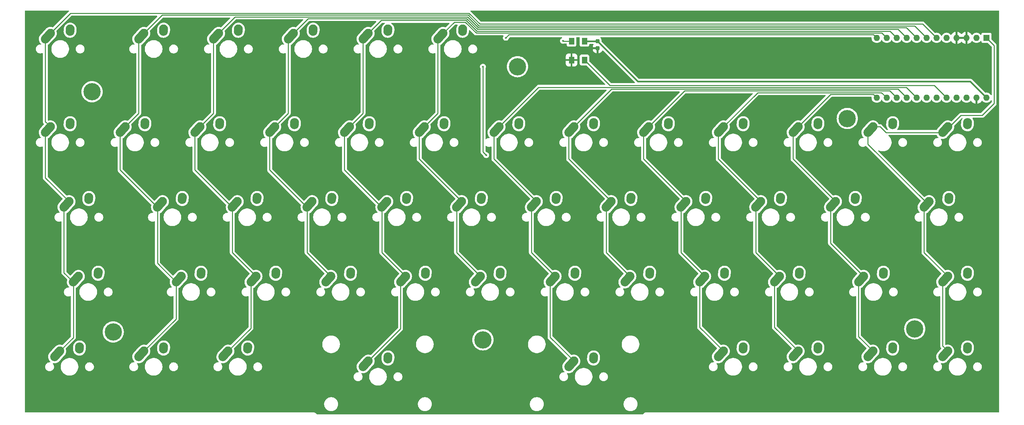
<source format=gtl>
%TF.GenerationSoftware,KiCad,Pcbnew,8.0.4*%
%TF.CreationDate,2025-01-19T23:05:39-05:00*%
%TF.ProjectId,shrimple,73687269-6d70-46c6-952e-6b696361645f,rev?*%
%TF.SameCoordinates,Original*%
%TF.FileFunction,Copper,L1,Top*%
%TF.FilePolarity,Positive*%
%FSLAX46Y46*%
G04 Gerber Fmt 4.6, Leading zero omitted, Abs format (unit mm)*
G04 Created by KiCad (PCBNEW 8.0.4) date 2025-01-19 23:05:39*
%MOMM*%
%LPD*%
G01*
G04 APERTURE LIST*
G04 Aperture macros list*
%AMRoundRect*
0 Rectangle with rounded corners*
0 $1 Rounding radius*
0 $2 $3 $4 $5 $6 $7 $8 $9 X,Y pos of 4 corners*
0 Add a 4 corners polygon primitive as box body*
4,1,4,$2,$3,$4,$5,$6,$7,$8,$9,$2,$3,0*
0 Add four circle primitives for the rounded corners*
1,1,$1+$1,$2,$3*
1,1,$1+$1,$4,$5*
1,1,$1+$1,$6,$7*
1,1,$1+$1,$8,$9*
0 Add four rect primitives between the rounded corners*
20,1,$1+$1,$2,$3,$4,$5,0*
20,1,$1+$1,$4,$5,$6,$7,0*
20,1,$1+$1,$6,$7,$8,$9,0*
20,1,$1+$1,$8,$9,$2,$3,0*%
%AMHorizOval*
0 Thick line with rounded ends*
0 $1 width*
0 $2 $3 position (X,Y) of the first rounded end (center of the circle)*
0 $4 $5 position (X,Y) of the second rounded end (center of the circle)*
0 Add line between two ends*
20,1,$1,$2,$3,$4,$5,0*
0 Add two circle primitives to create the rounded ends*
1,1,$1,$2,$3*
1,1,$1,$4,$5*%
G04 Aperture macros list end*
%TA.AperFunction,ComponentPad*%
%ADD10C,2.600000*%
%TD*%
%TA.AperFunction,ConnectorPad*%
%ADD11C,4.400000*%
%TD*%
%TA.AperFunction,ComponentPad*%
%ADD12HorizOval,2.250000X0.655001X0.730000X-0.655001X-0.730000X0*%
%TD*%
%TA.AperFunction,ComponentPad*%
%ADD13C,2.250000*%
%TD*%
%TA.AperFunction,ComponentPad*%
%ADD14HorizOval,2.250000X0.020000X0.290000X-0.020000X-0.290000X0*%
%TD*%
%TA.AperFunction,SMDPad,CuDef*%
%ADD15RoundRect,0.237500X-0.237500X0.300000X-0.237500X-0.300000X0.237500X-0.300000X0.237500X0.300000X0*%
%TD*%
%TA.AperFunction,SMDPad,CuDef*%
%ADD16R,1.400000X1.800000*%
%TD*%
%TA.AperFunction,ComponentPad*%
%ADD17R,1.600000X1.600000*%
%TD*%
%TA.AperFunction,ComponentPad*%
%ADD18O,1.600000X1.600000*%
%TD*%
%TA.AperFunction,ViaPad*%
%ADD19C,0.500000*%
%TD*%
%TA.AperFunction,Conductor*%
%ADD20C,0.250000*%
%TD*%
%TA.AperFunction,Conductor*%
%ADD21C,0.381000*%
%TD*%
G04 APERTURE END LIST*
D10*
%TO.P,H6,1*%
%TO.N,N/C*%
X154600000Y-42600000D03*
D11*
X154600000Y-42600000D03*
%TD*%
D10*
%TO.P,H5,1*%
%TO.N,N/C*%
X255800000Y-109400000D03*
D11*
X255800000Y-109400000D03*
%TD*%
D10*
%TO.P,H4,1*%
%TO.N,N/C*%
X238600000Y-55800000D03*
D11*
X238600000Y-55800000D03*
%TD*%
D10*
%TO.P,H3,1*%
%TO.N,N/C*%
X145800000Y-112200000D03*
D11*
X145800000Y-112200000D03*
%TD*%
D10*
%TO.P,H2,1*%
%TO.N,N/C*%
X51600000Y-110200000D03*
D11*
X51600000Y-110200000D03*
%TD*%
D10*
%TO.P,H1,1*%
%TO.N,N/C*%
X46200000Y-49000000D03*
D11*
X46200000Y-49000000D03*
%TD*%
D12*
%TO.P,MX50,1,COL*%
%TO.N,COL9*%
X225445001Y-115792500D03*
D13*
X226100000Y-115062500D03*
D14*
%TO.P,MX50,2,ROW*%
%TO.N,Net-(D50-A)*%
X231120000Y-114272500D03*
D13*
X231140000Y-113982500D03*
%TD*%
D12*
%TO.P,MX27,1,COL*%
%TO.N,COL7*%
X177820001Y-77692500D03*
D13*
X178475000Y-76962500D03*
D14*
%TO.P,MX27,2,ROW*%
%TO.N,Net-(D27-A)*%
X183495000Y-76172500D03*
D13*
X183515000Y-75882500D03*
%TD*%
D12*
%TO.P,MX45,1,COL*%
%TO.N,COL1*%
X58757501Y-115792500D03*
D13*
X59412500Y-115062500D03*
D14*
%TO.P,MX45,2,ROW*%
%TO.N,Net-(D45-A)*%
X64432500Y-114272500D03*
D13*
X64452500Y-113982500D03*
%TD*%
D12*
%TO.P,MX39,1,COL*%
%TO.N,COL7*%
X182582501Y-96742500D03*
D13*
X183237500Y-96012500D03*
D14*
%TO.P,MX39,2,ROW*%
%TO.N,Net-(D39-A)*%
X188257500Y-95222500D03*
D13*
X188277500Y-94932500D03*
%TD*%
D12*
%TO.P,MX9,1,COL*%
%TO.N,COL2*%
X73045001Y-58642500D03*
D13*
X73700000Y-57912500D03*
D14*
%TO.P,MX9,2,ROW*%
%TO.N,Net-(D9-A)*%
X78720000Y-57122500D03*
D13*
X78740000Y-56832500D03*
%TD*%
D12*
%TO.P,MX34,1,COL*%
%TO.N,COL2*%
X87332501Y-96742500D03*
D13*
X87987500Y-96012500D03*
D14*
%TO.P,MX34,2,ROW*%
%TO.N,Net-(D34-A)*%
X93007500Y-95222500D03*
D13*
X93027500Y-94932500D03*
%TD*%
D12*
%TO.P,MX35,1,COL*%
%TO.N,COL3*%
X106382501Y-96742500D03*
D13*
X107037500Y-96012500D03*
D14*
%TO.P,MX35,2,ROW*%
%TO.N,Net-(D35-A)*%
X112057500Y-95222500D03*
D13*
X112077500Y-94932500D03*
%TD*%
D12*
%TO.P,MX20,1,COL*%
%TO.N,COL0*%
X39707501Y-77692500D03*
D13*
X40362500Y-76962500D03*
D14*
%TO.P,MX20,2,ROW*%
%TO.N,Net-(D20-A)*%
X45382500Y-76172500D03*
D13*
X45402500Y-75882500D03*
%TD*%
D12*
%TO.P,MX28,1,COL*%
%TO.N,COL8*%
X196870001Y-77692500D03*
D13*
X197525000Y-76962500D03*
D14*
%TO.P,MX28,2,ROW*%
%TO.N,Net-(D28-A)*%
X202545000Y-76172500D03*
D13*
X202565000Y-75882500D03*
%TD*%
D12*
%TO.P,MX30,1,COL*%
%TO.N,COL10*%
X234970001Y-77692500D03*
D13*
X235625000Y-76962500D03*
D14*
%TO.P,MX30,2,ROW*%
%TO.N,Net-(D30-A)*%
X240645000Y-76172500D03*
D13*
X240665000Y-75882500D03*
%TD*%
D12*
%TO.P,MX33,1,COL*%
%TO.N,COL1*%
X68282501Y-96742500D03*
D13*
X68937500Y-96012500D03*
D14*
%TO.P,MX33,2,ROW*%
%TO.N,Net-(D33-A)*%
X73957500Y-95222500D03*
D13*
X73977500Y-94932500D03*
%TD*%
D12*
%TO.P,MX6,1,COL*%
%TO.N,COL5*%
X134957501Y-34830000D03*
D13*
X135612500Y-34100000D03*
D14*
%TO.P,MX6,2,ROW*%
%TO.N,Net-(D6-A)*%
X140632500Y-33310000D03*
D13*
X140652500Y-33020000D03*
%TD*%
D12*
%TO.P,MX14,1,COL*%
%TO.N,COL7*%
X168295001Y-58642500D03*
D13*
X168950000Y-57912500D03*
D14*
%TO.P,MX14,2,ROW*%
%TO.N,Net-(D14-A)*%
X173970000Y-57122500D03*
D13*
X173990000Y-56832500D03*
%TD*%
D12*
%TO.P,MX3,1,COL*%
%TO.N,COL2*%
X77807501Y-34830000D03*
D13*
X78462500Y-34100000D03*
D14*
%TO.P,MX3,2,ROW*%
%TO.N,Net-(D3-A)*%
X83482500Y-33310000D03*
D13*
X83502500Y-33020000D03*
%TD*%
D12*
%TO.P,MX22,1,COL*%
%TO.N,COL2*%
X82570001Y-77692500D03*
D13*
X83225000Y-76962500D03*
D14*
%TO.P,MX22,2,ROW*%
%TO.N,Net-(D22-A)*%
X88245000Y-76172500D03*
D13*
X88265000Y-75882500D03*
%TD*%
D12*
%TO.P,MX40,1,COL*%
%TO.N,COL8*%
X201632501Y-96742500D03*
D13*
X202287500Y-96012500D03*
D14*
%TO.P,MX40,2,ROW*%
%TO.N,Net-(D40-A)*%
X207307500Y-95222500D03*
D13*
X207327500Y-94932500D03*
%TD*%
D12*
%TO.P,MX41,1,COL*%
%TO.N,COL9*%
X220682501Y-96742500D03*
D13*
X221337500Y-96012500D03*
D14*
%TO.P,MX41,2,ROW*%
%TO.N,Net-(D41-A)*%
X226357500Y-95222500D03*
D13*
X226377500Y-94932500D03*
%TD*%
D12*
%TO.P,MX26,1,COL*%
%TO.N,COL6*%
X158770001Y-77692500D03*
D13*
X159425000Y-76962500D03*
D14*
%TO.P,MX26,2,ROW*%
%TO.N,Net-(D26-A)*%
X164445000Y-76172500D03*
D13*
X164465000Y-75882500D03*
%TD*%
D12*
%TO.P,MX8,1,COL*%
%TO.N,COL1*%
X53995001Y-58642500D03*
D13*
X54650000Y-57912500D03*
D14*
%TO.P,MX8,2,ROW*%
%TO.N,Net-(D8-A)*%
X59670000Y-57122500D03*
D13*
X59690000Y-56832500D03*
%TD*%
D12*
%TO.P,MX48,1,COL*%
%TO.N,COL6*%
X168295001Y-118332500D03*
D13*
X168950000Y-117602500D03*
D14*
%TO.P,MX48,2,ROW*%
%TO.N,Net-(D48-A)*%
X173970000Y-116812500D03*
D13*
X173990000Y-116522500D03*
%TD*%
D12*
%TO.P,MX4,1,COL*%
%TO.N,COL3*%
X96857501Y-34830000D03*
D13*
X97512500Y-34100000D03*
D14*
%TO.P,MX4,2,ROW*%
%TO.N,Net-(D4-A)*%
X102532500Y-33310000D03*
D13*
X102552500Y-33020000D03*
%TD*%
D15*
%TO.P,C1,1*%
%TO.N,+5V*%
X175000000Y-36137500D03*
%TO.P,C1,2*%
%TO.N,GND*%
X175000000Y-37862500D03*
%TD*%
D12*
%TO.P,MX38,1,COL*%
%TO.N,COL6*%
X163532501Y-96742500D03*
D13*
X164187500Y-96012500D03*
D14*
%TO.P,MX38,2,ROW*%
%TO.N,Net-(D38-A)*%
X169207500Y-95222500D03*
D13*
X169227500Y-94932500D03*
%TD*%
D12*
%TO.P,MX23,1,COL*%
%TO.N,COL3*%
X101620001Y-77692500D03*
D13*
X102275000Y-76962500D03*
D14*
%TO.P,MX23,2,ROW*%
%TO.N,Net-(D23-A)*%
X107295000Y-76172500D03*
D13*
X107315000Y-75882500D03*
%TD*%
D12*
%TO.P,MX52,1,COL*%
%TO.N,COL11*%
X263545001Y-115792500D03*
D13*
X264200000Y-115062500D03*
D14*
%TO.P,MX52,2,ROW*%
%TO.N,Net-(D52-A)*%
X269220000Y-114272500D03*
D13*
X269240000Y-113982500D03*
%TD*%
D12*
%TO.P,MX17,1,COL*%
%TO.N,COL10*%
X225445001Y-58642500D03*
D13*
X226100000Y-57912500D03*
D14*
%TO.P,MX17,2,ROW*%
%TO.N,Net-(D17-A)*%
X231120000Y-57122500D03*
D13*
X231140000Y-56832500D03*
%TD*%
D12*
%TO.P,MX24,1,COL*%
%TO.N,COL4*%
X120670001Y-77692500D03*
D13*
X121325000Y-76962500D03*
D14*
%TO.P,MX24,2,ROW*%
%TO.N,Net-(D24-A)*%
X126345000Y-76172500D03*
D13*
X126365000Y-75882500D03*
%TD*%
D12*
%TO.P,MX10,1,COL*%
%TO.N,COL3*%
X92095001Y-58642500D03*
D13*
X92750000Y-57912500D03*
D14*
%TO.P,MX10,2,ROW*%
%TO.N,Net-(D10-A)*%
X97770000Y-57122500D03*
D13*
X97790000Y-56832500D03*
%TD*%
D12*
%TO.P,MX19,1,COL*%
%TO.N,COL11*%
X263545001Y-58642500D03*
D13*
X264200000Y-57912500D03*
D14*
%TO.P,MX19,2,ROW*%
%TO.N,Net-(D19-A)*%
X269220000Y-57122500D03*
D13*
X269240000Y-56832500D03*
%TD*%
D12*
%TO.P,MX7,1,COL*%
%TO.N,COL0*%
X34945001Y-58642500D03*
D13*
X35600000Y-57912500D03*
D14*
%TO.P,MX7,2,ROW*%
%TO.N,Net-(D7-A)*%
X40620000Y-57122500D03*
D13*
X40640000Y-56832500D03*
%TD*%
D16*
%TO.P,LED1,1,VCC*%
%TO.N,+5V*%
X171650000Y-36100000D03*
%TO.P,LED1,2,DOUT*%
%TO.N,Net-(LED1-DOUT)*%
X168350000Y-36100000D03*
%TO.P,LED1,3,GND*%
%TO.N,GND*%
X168350000Y-40900000D03*
%TO.P,LED1,4,DIN*%
%TO.N,RGBDATA*%
X171650000Y-40900000D03*
%TD*%
D12*
%TO.P,MX16,1,COL*%
%TO.N,COL9*%
X206395001Y-58642500D03*
D13*
X207050000Y-57912500D03*
D14*
%TO.P,MX16,2,ROW*%
%TO.N,Net-(D16-A)*%
X212070000Y-57122500D03*
D13*
X212090000Y-56832500D03*
%TD*%
D12*
%TO.P,MX29,1,COL*%
%TO.N,COL9*%
X215920001Y-77692500D03*
D13*
X216575000Y-76962500D03*
D14*
%TO.P,MX29,2,ROW*%
%TO.N,Net-(D29-A)*%
X221595000Y-76172500D03*
D13*
X221615000Y-75882500D03*
%TD*%
D12*
%TO.P,MX46,1,COL*%
%TO.N,COL2*%
X80188751Y-115792500D03*
D13*
X80843750Y-115062500D03*
D14*
%TO.P,MX46,2,ROW*%
%TO.N,Net-(D46-A)*%
X85863750Y-114272500D03*
D13*
X85883750Y-113982500D03*
%TD*%
D12*
%TO.P,MX11,1,COL*%
%TO.N,COL4*%
X111145001Y-58642500D03*
D13*
X111800000Y-57912500D03*
D14*
%TO.P,MX11,2,ROW*%
%TO.N,Net-(D11-A)*%
X116820000Y-57122500D03*
D13*
X116840000Y-56832500D03*
%TD*%
D12*
%TO.P,MX31,1,COL*%
%TO.N,COL11*%
X258782501Y-77692500D03*
D13*
X259437500Y-76962500D03*
D14*
%TO.P,MX31,2,ROW*%
%TO.N,Net-(D31-A)*%
X264457500Y-76172500D03*
D13*
X264477500Y-75882500D03*
%TD*%
D12*
%TO.P,MX42,1,COL*%
%TO.N,COL10*%
X242113751Y-96742500D03*
D13*
X242768750Y-96012500D03*
D14*
%TO.P,MX42,2,ROW*%
%TO.N,Net-(D42-A)*%
X247788750Y-95222500D03*
D13*
X247808750Y-94932500D03*
%TD*%
D12*
%TO.P,MX37,1,COL*%
%TO.N,COL5*%
X144482501Y-96742500D03*
D13*
X145137500Y-96012500D03*
D14*
%TO.P,MX37,2,ROW*%
%TO.N,Net-(D37-A)*%
X150157500Y-95222500D03*
D13*
X150177500Y-94932500D03*
%TD*%
D12*
%TO.P,MX25,1,COL*%
%TO.N,COL5*%
X139720001Y-77692500D03*
D13*
X140375000Y-76962500D03*
D14*
%TO.P,MX25,2,ROW*%
%TO.N,Net-(D25-A)*%
X145395000Y-76172500D03*
D13*
X145415000Y-75882500D03*
%TD*%
D12*
%TO.P,MX36,1,COL*%
%TO.N,COL4*%
X125432501Y-96742500D03*
D13*
X126087500Y-96012500D03*
D14*
%TO.P,MX36,2,ROW*%
%TO.N,Net-(D36-A)*%
X131107500Y-95222500D03*
D13*
X131127500Y-94932500D03*
%TD*%
D12*
%TO.P,MX18,1,COL*%
%TO.N,COL11*%
X244495001Y-58642500D03*
D13*
X245150000Y-57912500D03*
D14*
%TO.P,MX18,2,ROW*%
%TO.N,Net-(D18-A)*%
X250170000Y-57122500D03*
D13*
X250190000Y-56832500D03*
%TD*%
D12*
%TO.P,MX43,1,COL*%
%TO.N,COL11*%
X263545001Y-96742500D03*
D13*
X264200000Y-96012500D03*
D14*
%TO.P,MX43,2,ROW*%
%TO.N,Net-(D43-A)*%
X269220000Y-95222500D03*
D13*
X269240000Y-94932500D03*
%TD*%
D12*
%TO.P,MX1,1,COL*%
%TO.N,COL0*%
X34945001Y-34830000D03*
D13*
X35600000Y-34100000D03*
D14*
%TO.P,MX1,2,ROW*%
%TO.N,Net-(D1-A)*%
X40620000Y-33310000D03*
D13*
X40640000Y-33020000D03*
%TD*%
D17*
%TO.P,U3,1,D1/TX*%
%TO.N,COL11*%
X274040000Y-35260000D03*
D18*
%TO.P,U3,2,D0/RX*%
%TO.N,ROW3*%
X271500000Y-35260000D03*
%TO.P,U3,3,GND*%
%TO.N,GND*%
X268960000Y-35260000D03*
%TO.P,U3,4,GND*%
X266420000Y-35260000D03*
%TO.P,U3,5,D2*%
%TO.N,ROW4*%
X263880000Y-35260000D03*
%TO.P,U3,6,~D3*%
%TO.N,COL0*%
X261340000Y-35260000D03*
%TO.P,U3,7,D4/A6*%
%TO.N,COL1*%
X258800000Y-35260000D03*
%TO.P,U3,8,~D5*%
%TO.N,COL2*%
X256260000Y-35260000D03*
%TO.P,U3,9,~D6/A7*%
%TO.N,COL3*%
X253720000Y-35260000D03*
%TO.P,U3,10,D7*%
%TO.N,COL4*%
X251180000Y-35260000D03*
%TO.P,U3,11,D8/A8*%
%TO.N,COL5*%
X248640000Y-35260000D03*
%TO.P,U3,12,~D9/A9*%
%TO.N,ROW0*%
X246100000Y-35260000D03*
%TO.P,U3,13,~D10/A10*%
%TO.N,COL10*%
X246100000Y-50500000D03*
%TO.P,U3,14,D16*%
%TO.N,COL9*%
X248640000Y-50500000D03*
%TO.P,U3,15,D14*%
%TO.N,COL8*%
X251180000Y-50500000D03*
%TO.P,U3,16,D15*%
%TO.N,COL7*%
X253720000Y-50500000D03*
%TO.P,U3,17,D18/A0*%
%TO.N,COL6*%
X256260000Y-50500000D03*
%TO.P,U3,18,D19/A1*%
%TO.N,ROW1*%
X258800000Y-50500000D03*
%TO.P,U3,19,D20/A2*%
%TO.N,ROW2*%
X261340000Y-50500000D03*
%TO.P,U3,20,D21/A3*%
%TO.N,RGBDATA*%
X263880000Y-50500000D03*
%TO.P,U3,21,VCC*%
%TO.N,unconnected-(U3-VCC-Pad21)*%
X266420000Y-50500000D03*
%TO.P,U3,22,RST*%
%TO.N,unconnected-(U3-RST-Pad22)*%
X268960000Y-50500000D03*
%TO.P,U3,23,GND*%
%TO.N,GND*%
X271500000Y-50500000D03*
%TO.P,U3,24,RAW*%
%TO.N,+5V*%
X274040000Y-50500000D03*
%TD*%
D12*
%TO.P,MX12,1,COL*%
%TO.N,COL5*%
X130195001Y-58642500D03*
D13*
X130850000Y-57912500D03*
D14*
%TO.P,MX12,2,ROW*%
%TO.N,Net-(D12-A)*%
X135870000Y-57122500D03*
D13*
X135890000Y-56832500D03*
%TD*%
D12*
%TO.P,MX15,1,COL*%
%TO.N,COL8*%
X187345001Y-58642500D03*
D13*
X188000000Y-57912500D03*
D14*
%TO.P,MX15,2,ROW*%
%TO.N,Net-(D15-A)*%
X193020000Y-57122500D03*
D13*
X193040000Y-56832500D03*
%TD*%
D12*
%TO.P,MX49,1,COL*%
%TO.N,COL8*%
X206395001Y-115792500D03*
D13*
X207050000Y-115062500D03*
D14*
%TO.P,MX49,2,ROW*%
%TO.N,Net-(D49-A)*%
X212070000Y-114272500D03*
D13*
X212090000Y-113982500D03*
%TD*%
D12*
%TO.P,MX47,1,COL*%
%TO.N,COL4*%
X115907501Y-118332500D03*
D13*
X116562500Y-117602500D03*
D14*
%TO.P,MX47,2,ROW*%
%TO.N,Net-(D47-A)*%
X121582500Y-116812500D03*
D13*
X121602500Y-116522500D03*
%TD*%
D12*
%TO.P,MX5,1,COL*%
%TO.N,COL4*%
X115907501Y-34830000D03*
D13*
X116562500Y-34100000D03*
D14*
%TO.P,MX5,2,ROW*%
%TO.N,Net-(D5-A)*%
X121582500Y-33310000D03*
D13*
X121602500Y-33020000D03*
%TD*%
D12*
%TO.P,MX13,1,COL*%
%TO.N,COL6*%
X149245001Y-58642500D03*
D13*
X149900000Y-57912500D03*
D14*
%TO.P,MX13,2,ROW*%
%TO.N,Net-(D13-A)*%
X154920000Y-57122500D03*
D13*
X154940000Y-56832500D03*
%TD*%
D12*
%TO.P,MX2,1,COL*%
%TO.N,COL1*%
X58757501Y-34830000D03*
D13*
X59412500Y-34100000D03*
D14*
%TO.P,MX2,2,ROW*%
%TO.N,Net-(D2-A)*%
X64432500Y-33310000D03*
D13*
X64452500Y-33020000D03*
%TD*%
D12*
%TO.P,MX21,1,COL*%
%TO.N,COL1*%
X63520001Y-77692500D03*
D13*
X64175000Y-76962500D03*
D14*
%TO.P,MX21,2,ROW*%
%TO.N,Net-(D21-A)*%
X69195000Y-76172500D03*
D13*
X69215000Y-75882500D03*
%TD*%
D12*
%TO.P,MX51,1,COL*%
%TO.N,COL10*%
X244495001Y-115792500D03*
D13*
X245150000Y-115062500D03*
D14*
%TO.P,MX51,2,ROW*%
%TO.N,Net-(D51-A)*%
X250170000Y-114272500D03*
D13*
X250190000Y-113982500D03*
%TD*%
D12*
%TO.P,MX32,1,COL*%
%TO.N,COL0*%
X42088751Y-96742500D03*
D13*
X42743750Y-96012500D03*
D14*
%TO.P,MX32,2,ROW*%
%TO.N,Net-(D32-A)*%
X47763750Y-95222500D03*
D13*
X47783750Y-94932500D03*
%TD*%
D12*
%TO.P,MX44,1,COL*%
%TO.N,COL0*%
X37326251Y-115792500D03*
D13*
X37981250Y-115062500D03*
D14*
%TO.P,MX44,2,ROW*%
%TO.N,Net-(D44-A)*%
X43001250Y-114272500D03*
D13*
X43021250Y-113982500D03*
%TD*%
D19*
%TO.N,ROW0*%
X151631250Y-35231250D03*
X145800000Y-42600000D03*
X146600000Y-65137500D03*
%TO.N,GND*%
X259800000Y-60800000D03*
X35600000Y-47600000D03*
X113800000Y-47600000D03*
X181400000Y-40600000D03*
X54200000Y-82200000D03*
X54200000Y-85000000D03*
X135800000Y-47600000D03*
X164000000Y-40800000D03*
X132800000Y-47600000D03*
X52400000Y-123000000D03*
X238000000Y-30800000D03*
X48800000Y-42200000D03*
X48800000Y-63200000D03*
X238000000Y-45200000D03*
X154000000Y-52000000D03*
X59600000Y-47600000D03*
X56600000Y-104000000D03*
X175000000Y-53800000D03*
X238000000Y-50800000D03*
X230200000Y-52000000D03*
X48800000Y-39400000D03*
X213000000Y-53800000D03*
X48800000Y-66000000D03*
X194000000Y-53800000D03*
X211200000Y-52000000D03*
X94800000Y-47600000D03*
X52400000Y-120400000D03*
X56600000Y-47600000D03*
X232000000Y-53800000D03*
X259800000Y-58000000D03*
X179400000Y-42400000D03*
X173000000Y-52000000D03*
X33000000Y-47600000D03*
X156000000Y-53800000D03*
X78600000Y-47600000D03*
X75800000Y-47600000D03*
X147200000Y-47600000D03*
X116600000Y-47600000D03*
X97600000Y-47600000D03*
X192200000Y-52000000D03*
X238000000Y-35800000D03*
X144400000Y-47600000D03*
X56600000Y-101200000D03*
%TO.N,Net-(LED1-DOUT)*%
X166200000Y-36000000D03*
%TD*%
D20*
%TO.N,ROW0*%
X145800000Y-64337500D02*
X146600000Y-65137500D01*
X145800000Y-42600000D02*
X145800000Y-64337500D01*
%TO.N,COL0*%
X257830000Y-31750000D02*
X261340000Y-35260000D01*
X144986396Y-31750000D02*
X257830000Y-31750000D01*
X142236396Y-29000000D02*
X144986396Y-31750000D01*
X35600000Y-34100000D02*
X40700000Y-29000000D01*
X40700000Y-29000000D02*
X142236396Y-29000000D01*
%TO.N,COL1*%
X255740000Y-32200000D02*
X258800000Y-35260000D01*
X142050000Y-29450000D02*
X144800000Y-32200000D01*
X64062500Y-29450000D02*
X142050000Y-29450000D01*
X59412500Y-34100000D02*
X64062500Y-29450000D01*
X144800000Y-32200000D02*
X255740000Y-32200000D01*
%TO.N,COL2*%
X144613604Y-32650000D02*
X253650000Y-32650000D01*
X253650000Y-32650000D02*
X256260000Y-35260000D01*
X82662500Y-29900000D02*
X141863604Y-29900000D01*
X78462500Y-34100000D02*
X82662500Y-29900000D01*
X141863604Y-29900000D02*
X144613604Y-32650000D01*
%TO.N,COL3*%
X141677208Y-30350000D02*
X144427208Y-33100000D01*
X101262500Y-30350000D02*
X141677208Y-30350000D01*
X97512500Y-34100000D02*
X101262500Y-30350000D01*
X144427208Y-33100000D02*
X251560000Y-33100000D01*
X251560000Y-33100000D02*
X253720000Y-35260000D01*
%TO.N,COL4*%
X144240812Y-33550000D02*
X249491802Y-33550000D01*
X141490812Y-30800000D02*
X144240812Y-33550000D01*
X119862500Y-30800000D02*
X141490812Y-30800000D01*
X251180000Y-35238198D02*
X251180000Y-35260000D01*
X116562500Y-34100000D02*
X119862500Y-30800000D01*
X249491802Y-33550000D02*
X251180000Y-35238198D01*
%TO.N,ROW0*%
X245290000Y-34450000D02*
X246100000Y-35260000D01*
X152412500Y-34450000D02*
X245290000Y-34450000D01*
X151631250Y-35231250D02*
X152412500Y-34450000D01*
%TO.N,COL5*%
X144054416Y-34000000D02*
X247380000Y-34000000D01*
X141304416Y-31250000D02*
X144054416Y-34000000D01*
X138462500Y-31250000D02*
X141304416Y-31250000D01*
X135612500Y-34100000D02*
X138462500Y-31250000D01*
X247380000Y-34000000D02*
X248640000Y-35260000D01*
%TO.N,COL0*%
X34290000Y-59372500D02*
X34290000Y-70890000D01*
X34290000Y-56602500D02*
X35600000Y-57912500D01*
X41433750Y-97472500D02*
X41433750Y-111610000D01*
X39052500Y-95091250D02*
X41433750Y-97472500D01*
X34290000Y-35560000D02*
X34290000Y-56602500D01*
X34290000Y-70890000D02*
X40362500Y-76962500D01*
X39052500Y-78422500D02*
X39052500Y-95091250D01*
X41433750Y-111610000D02*
X37981250Y-115062500D01*
%TO.N,COL1*%
X62865000Y-92710000D02*
X62865000Y-78422500D01*
X67607500Y-106867500D02*
X67607500Y-97492500D01*
X53340000Y-68897500D02*
X62865000Y-78422500D01*
X59412500Y-115062500D02*
X67607500Y-106867500D01*
X67607500Y-97492500D02*
X67627500Y-97472500D01*
X53340000Y-59372500D02*
X53340000Y-68897500D01*
X58102500Y-54460000D02*
X58102500Y-35560000D01*
X67627500Y-97472500D02*
X62865000Y-92710000D01*
X54650000Y-57912500D02*
X58102500Y-54460000D01*
%TO.N,COL2*%
X81915000Y-78422500D02*
X81915000Y-89940000D01*
X77152500Y-35560000D02*
X77152500Y-54460000D01*
X72390000Y-68897500D02*
X81915000Y-78422500D01*
X81915000Y-89940000D02*
X87987500Y-96012500D01*
X72390000Y-59372500D02*
X72390000Y-68897500D01*
X77152500Y-54460000D02*
X73700000Y-57912500D01*
X86677500Y-97472500D02*
X86677500Y-109228750D01*
X86677500Y-109228750D02*
X80843750Y-115062500D01*
%TO.N,COL3*%
X100965000Y-89940000D02*
X100965000Y-78422500D01*
X107037500Y-96012500D02*
X100965000Y-89940000D01*
X100965000Y-78422500D02*
X91440000Y-68897500D01*
X96202500Y-54460000D02*
X96202500Y-35560000D01*
X92750000Y-57912500D02*
X96202500Y-54460000D01*
X91440000Y-68897500D02*
X91440000Y-59372500D01*
%TO.N,COL4*%
X124777500Y-97472500D02*
X124777500Y-109387500D01*
X115252500Y-54460000D02*
X111800000Y-57912500D01*
X120015000Y-78422500D02*
X120015000Y-89940000D01*
X124777500Y-109387500D02*
X116562500Y-117602500D01*
X115252500Y-35560000D02*
X115252500Y-54460000D01*
X120015000Y-89940000D02*
X126087500Y-96012500D01*
X110490000Y-59372500D02*
X110490000Y-68897500D01*
X110490000Y-68897500D02*
X120015000Y-78422500D01*
%TO.N,COL5*%
X129540000Y-66127500D02*
X129540000Y-59372500D01*
X145137500Y-96012500D02*
X139065000Y-89940000D01*
X134302500Y-54460000D02*
X134302500Y-35560000D01*
X130850000Y-57912500D02*
X134302500Y-54460000D01*
X140375000Y-76962500D02*
X129540000Y-66127500D01*
X139065000Y-89940000D02*
X139065000Y-78422500D01*
%TO.N,COL6*%
X148590000Y-66127500D02*
X159425000Y-76962500D01*
X158115000Y-78422500D02*
X158115000Y-89940000D01*
X152612500Y-55200000D02*
X152612500Y-55187500D01*
X162877500Y-111530000D02*
X168950000Y-117602500D01*
X152612500Y-55187500D02*
X159950000Y-47850000D01*
X159950000Y-47850000D02*
X253610000Y-47850000D01*
X162877500Y-97472500D02*
X162877500Y-111530000D01*
X158115000Y-89940000D02*
X164187500Y-96012500D01*
X253610000Y-47850000D02*
X256260000Y-50500000D01*
X148590000Y-59372500D02*
X148590000Y-66127500D01*
X149900000Y-57912500D02*
X152612500Y-55200000D01*
%TO.N,COL7*%
X167640000Y-66127500D02*
X167640000Y-59372500D01*
X251520000Y-48300000D02*
X253720000Y-50500000D01*
X178562500Y-48300000D02*
X251520000Y-48300000D01*
X168950000Y-57912500D02*
X178562500Y-48300000D01*
X178475000Y-76962500D02*
X167640000Y-66127500D01*
X177165000Y-89940000D02*
X177165000Y-78422500D01*
X183237500Y-96012500D02*
X177165000Y-89940000D01*
%TO.N,COL8*%
X196215000Y-89940000D02*
X202287500Y-96012500D01*
X186690000Y-59372500D02*
X186690000Y-66127500D01*
X200977500Y-97472500D02*
X200977500Y-108990000D01*
X200977500Y-108990000D02*
X207050000Y-115062500D01*
X197162500Y-48750000D02*
X249430000Y-48750000D01*
X188000000Y-57912500D02*
X197162500Y-48750000D01*
X186690000Y-66127500D02*
X197525000Y-76962500D01*
X249430000Y-48750000D02*
X251180000Y-50500000D01*
X196215000Y-78422500D02*
X196215000Y-89940000D01*
%TO.N,COL9*%
X207050000Y-57912500D02*
X215762500Y-49200000D01*
X247340000Y-49200000D02*
X248640000Y-50500000D01*
X205740000Y-59372500D02*
X205740000Y-66127500D01*
X215265000Y-78422500D02*
X215265000Y-89940000D01*
X215762500Y-49200000D02*
X247340000Y-49200000D01*
X220027500Y-97472500D02*
X220027500Y-108990000D01*
X220027500Y-108990000D02*
X226100000Y-115062500D01*
X215265000Y-89940000D02*
X221337500Y-96012500D01*
X205740000Y-66127500D02*
X216575000Y-76962500D01*
%TO.N,COL10*%
X241458750Y-97472500D02*
X241458750Y-111371250D01*
X224790000Y-66127500D02*
X235625000Y-76962500D01*
X224790000Y-59372500D02*
X224790000Y-66127500D01*
X226100000Y-57912500D02*
X234362500Y-49650000D01*
X241458750Y-111371250D02*
X245150000Y-115062500D01*
X245250000Y-49650000D02*
X246100000Y-50500000D01*
X234315000Y-87558750D02*
X242768750Y-96012500D01*
X234362500Y-49650000D02*
X245250000Y-49650000D01*
X234315000Y-78422500D02*
X234315000Y-87558750D01*
%TO.N,COL11*%
X276000000Y-51949009D02*
X276000000Y-37220000D01*
X272949009Y-55000000D02*
X276000000Y-51949009D01*
X267556250Y-55000000D02*
X272949009Y-55000000D01*
X264643750Y-57912500D02*
X267556250Y-55000000D01*
X264200000Y-57912500D02*
X264643750Y-57912500D01*
X276000000Y-37220000D02*
X274040000Y-35260000D01*
X243840000Y-59372500D02*
X243840000Y-62340000D01*
X258127500Y-78422500D02*
X258127500Y-89940000D01*
X258462500Y-76962500D02*
X259437500Y-76962500D01*
X248460131Y-59372500D02*
X262890000Y-59372500D01*
X262890000Y-113752500D02*
X264200000Y-115062500D01*
X247000131Y-57912500D02*
X248460131Y-59372500D01*
X245150000Y-57912500D02*
X247000131Y-57912500D01*
X243840000Y-62340000D02*
X258462500Y-76962500D01*
X258127500Y-89940000D02*
X264200000Y-96012500D01*
X262890000Y-97472500D02*
X262890000Y-113752500D01*
D21*
%TO.N,+5V*%
X171650000Y-36100000D02*
X174962500Y-36100000D01*
X185262500Y-46400000D02*
X269940000Y-46400000D01*
X175000000Y-36137500D02*
X185262500Y-46400000D01*
X174962500Y-36100000D02*
X175000000Y-36137500D01*
X269940000Y-46400000D02*
X274040000Y-50500000D01*
D20*
%TO.N,RGBDATA*%
X171650000Y-40900000D02*
X178150000Y-47400000D01*
X260780000Y-47400000D02*
X263880000Y-50500000D01*
X178150000Y-47400000D02*
X260780000Y-47400000D01*
%TO.N,Net-(LED1-DOUT)*%
X166200000Y-36000000D02*
X166300000Y-36100000D01*
X166300000Y-36100000D02*
X168350000Y-36100000D01*
%TD*%
%TA.AperFunction,Conductor*%
%TO.N,GND*%
G36*
X40282585Y-28320185D02*
G01*
X40328340Y-28372989D01*
X40338284Y-28442147D01*
X40309259Y-28505703D01*
X40303228Y-28512181D01*
X40301267Y-28514141D01*
X40301267Y-28514142D01*
X40214142Y-28601267D01*
X40214139Y-28601270D01*
X36279190Y-32536218D01*
X36217867Y-32569703D01*
X36148175Y-32564719D01*
X36141827Y-32562130D01*
X36141610Y-32562054D01*
X36130256Y-32559033D01*
X36114696Y-32553766D01*
X36103860Y-32549278D01*
X36000255Y-32524404D01*
X35997317Y-32523660D01*
X35963933Y-32514777D01*
X35930001Y-32505748D01*
X35894359Y-32496264D01*
X35894358Y-32496263D01*
X35894355Y-32496263D01*
X35894352Y-32496262D01*
X35894344Y-32496261D01*
X35882671Y-32495054D01*
X35866486Y-32492288D01*
X35855075Y-32489549D01*
X35855073Y-32489548D01*
X35855070Y-32489548D01*
X35766114Y-32482546D01*
X35748831Y-32481186D01*
X35745816Y-32480911D01*
X35639855Y-32469961D01*
X35639848Y-32469960D01*
X35628120Y-32470595D01*
X35611703Y-32470394D01*
X35600004Y-32469474D01*
X35600000Y-32469474D01*
X35493795Y-32477831D01*
X35490775Y-32478032D01*
X35384361Y-32483795D01*
X35372883Y-32486256D01*
X35356635Y-32488626D01*
X35344937Y-32489547D01*
X35344931Y-32489547D01*
X35344930Y-32489548D01*
X35344928Y-32489548D01*
X35344918Y-32489550D01*
X35241306Y-32514424D01*
X35238355Y-32515095D01*
X35134196Y-32537425D01*
X35134186Y-32537428D01*
X35123231Y-32541655D01*
X35107557Y-32546536D01*
X35096138Y-32549277D01*
X34997674Y-32590061D01*
X34994865Y-32591185D01*
X34895482Y-32629534D01*
X34885323Y-32635423D01*
X34870604Y-32642697D01*
X34859756Y-32647191D01*
X34768892Y-32702872D01*
X34766291Y-32704422D01*
X34674129Y-32757846D01*
X34665013Y-32765254D01*
X34651618Y-32774738D01*
X34641597Y-32780879D01*
X34560540Y-32850108D01*
X34558212Y-32852047D01*
X34475572Y-32919205D01*
X34475571Y-32919206D01*
X34467728Y-32927946D01*
X34455984Y-32939406D01*
X34447053Y-32947034D01*
X34447041Y-32947046D01*
X34377821Y-33028092D01*
X34375826Y-33030371D01*
X32994695Y-34569645D01*
X32855716Y-34784471D01*
X32752055Y-35018390D01*
X32686263Y-35265650D01*
X32663419Y-35486692D01*
X32659961Y-35520151D01*
X32662062Y-35558944D01*
X32673795Y-35775637D01*
X32727425Y-36025805D01*
X32727426Y-36025809D01*
X32727427Y-36025811D01*
X32817809Y-36260047D01*
X32819536Y-36264521D01*
X32874537Y-36359404D01*
X32947848Y-36485874D01*
X33008492Y-36560498D01*
X33105975Y-36680454D01*
X33109210Y-36684434D01*
X33191430Y-36758207D01*
X33228182Y-36817629D01*
X33226973Y-36887488D01*
X33188187Y-36945604D01*
X33124139Y-36973525D01*
X33108618Y-36974500D01*
X33108579Y-36974500D01*
X32931421Y-36974500D01*
X32873095Y-36983738D01*
X32756443Y-37002214D01*
X32587960Y-37056956D01*
X32587957Y-37056957D01*
X32430109Y-37137386D01*
X32351775Y-37194300D01*
X32286786Y-37241517D01*
X32286784Y-37241519D01*
X32286783Y-37241519D01*
X32161519Y-37366783D01*
X32161519Y-37366784D01*
X32161517Y-37366786D01*
X32154087Y-37377013D01*
X32057386Y-37510109D01*
X31976957Y-37667957D01*
X31976956Y-37667960D01*
X31922214Y-37836443D01*
X31894500Y-38011421D01*
X31894500Y-38188578D01*
X31922214Y-38363556D01*
X31976956Y-38532039D01*
X31976957Y-38532042D01*
X32057386Y-38689890D01*
X32161517Y-38833214D01*
X32286786Y-38958483D01*
X32430110Y-39062614D01*
X32493284Y-39094803D01*
X32587957Y-39143042D01*
X32587960Y-39143043D01*
X32672201Y-39170414D01*
X32756445Y-39197786D01*
X32931421Y-39225500D01*
X32931422Y-39225500D01*
X33108578Y-39225500D01*
X33108579Y-39225500D01*
X33283555Y-39197786D01*
X33452042Y-39143042D01*
X33452042Y-39143041D01*
X33452047Y-39143040D01*
X33484204Y-39126655D01*
X33552874Y-39113758D01*
X33617614Y-39140034D01*
X33657872Y-39197140D01*
X33664500Y-39237139D01*
X33664500Y-56664111D01*
X33688535Y-56784944D01*
X33688540Y-56784961D01*
X33735685Y-56898780D01*
X33735690Y-56898789D01*
X33769914Y-56950007D01*
X33769915Y-56950009D01*
X33804141Y-57001233D01*
X33895586Y-57092678D01*
X33895608Y-57092698D01*
X33947508Y-57144598D01*
X33980993Y-57205921D01*
X33976009Y-57275613D01*
X33952121Y-57315091D01*
X32994695Y-58382145D01*
X32855716Y-58596971D01*
X32752055Y-58830890D01*
X32686263Y-59078150D01*
X32659961Y-59332647D01*
X32673795Y-59588137D01*
X32727425Y-59838305D01*
X32727426Y-59838309D01*
X32727427Y-59838311D01*
X32819534Y-60077017D01*
X32947848Y-60298374D01*
X33109210Y-60496934D01*
X33191430Y-60570707D01*
X33228182Y-60630129D01*
X33226973Y-60699988D01*
X33188187Y-60758104D01*
X33124139Y-60786025D01*
X33108618Y-60787000D01*
X33108579Y-60787000D01*
X32931421Y-60787000D01*
X32873095Y-60796238D01*
X32756443Y-60814714D01*
X32587960Y-60869456D01*
X32587957Y-60869457D01*
X32430109Y-60949886D01*
X32370506Y-60993191D01*
X32286786Y-61054017D01*
X32286784Y-61054019D01*
X32286783Y-61054019D01*
X32161519Y-61179283D01*
X32161519Y-61179284D01*
X32161517Y-61179286D01*
X32154087Y-61189513D01*
X32057386Y-61322609D01*
X31976957Y-61480457D01*
X31976956Y-61480460D01*
X31922214Y-61648943D01*
X31894500Y-61823921D01*
X31894500Y-62001078D01*
X31922214Y-62176056D01*
X31976956Y-62344539D01*
X31976957Y-62344542D01*
X32057386Y-62502390D01*
X32161517Y-62645714D01*
X32286786Y-62770983D01*
X32430110Y-62875114D01*
X32493284Y-62907303D01*
X32587957Y-62955542D01*
X32587960Y-62955543D01*
X32672201Y-62982914D01*
X32756445Y-63010286D01*
X32931421Y-63038000D01*
X32931422Y-63038000D01*
X33108578Y-63038000D01*
X33108579Y-63038000D01*
X33283555Y-63010286D01*
X33452042Y-62955542D01*
X33452042Y-62955541D01*
X33452047Y-62955540D01*
X33484204Y-62939155D01*
X33552874Y-62926258D01*
X33617614Y-62952534D01*
X33657872Y-63009640D01*
X33664500Y-63049639D01*
X33664500Y-70951611D01*
X33688535Y-71072444D01*
X33688540Y-71072461D01*
X33735685Y-71186280D01*
X33735690Y-71186289D01*
X33769914Y-71237507D01*
X33769915Y-71237509D01*
X33804141Y-71288733D01*
X33895586Y-71380178D01*
X33895608Y-71380198D01*
X38710008Y-76194598D01*
X38743493Y-76255921D01*
X38738509Y-76325613D01*
X38714621Y-76365091D01*
X37757195Y-77432145D01*
X37618216Y-77646971D01*
X37514555Y-77880890D01*
X37448763Y-78128150D01*
X37422461Y-78382647D01*
X37436295Y-78638137D01*
X37489925Y-78888305D01*
X37489926Y-78888309D01*
X37489927Y-78888311D01*
X37582034Y-79127017D01*
X37710348Y-79348374D01*
X37871710Y-79546934D01*
X37953930Y-79620707D01*
X37990682Y-79680129D01*
X37989473Y-79749988D01*
X37950687Y-79808104D01*
X37886639Y-79836025D01*
X37871118Y-79837000D01*
X37871079Y-79837000D01*
X37693921Y-79837000D01*
X37635595Y-79846238D01*
X37518943Y-79864714D01*
X37350460Y-79919456D01*
X37350457Y-79919457D01*
X37192609Y-79999886D01*
X37110838Y-80059296D01*
X37049286Y-80104017D01*
X37049284Y-80104019D01*
X37049283Y-80104019D01*
X36924019Y-80229283D01*
X36924019Y-80229284D01*
X36924017Y-80229286D01*
X36916587Y-80239513D01*
X36819886Y-80372609D01*
X36739457Y-80530457D01*
X36739456Y-80530460D01*
X36684714Y-80698943D01*
X36657000Y-80873921D01*
X36657000Y-81051078D01*
X36684714Y-81226056D01*
X36739456Y-81394539D01*
X36739457Y-81394542D01*
X36819886Y-81552390D01*
X36924017Y-81695714D01*
X37049286Y-81820983D01*
X37192610Y-81925114D01*
X37255784Y-81957303D01*
X37350457Y-82005542D01*
X37350460Y-82005543D01*
X37434701Y-82032914D01*
X37518945Y-82060286D01*
X37693921Y-82088000D01*
X37693922Y-82088000D01*
X37871078Y-82088000D01*
X37871079Y-82088000D01*
X38046055Y-82060286D01*
X38214542Y-82005542D01*
X38214542Y-82005541D01*
X38214547Y-82005540D01*
X38246704Y-81989155D01*
X38315374Y-81976258D01*
X38380114Y-82002534D01*
X38420372Y-82059640D01*
X38427000Y-82099639D01*
X38427000Y-95152861D01*
X38451035Y-95273694D01*
X38451040Y-95273711D01*
X38498185Y-95387531D01*
X38498190Y-95387540D01*
X38516716Y-95415265D01*
X38516717Y-95415266D01*
X38566641Y-95489982D01*
X38566644Y-95489986D01*
X38658086Y-95581428D01*
X38658108Y-95581448D01*
X39869969Y-96793309D01*
X39903454Y-96854632D01*
X39898470Y-96924324D01*
X39895877Y-96930684D01*
X39895806Y-96930884D01*
X39830013Y-97178150D01*
X39803711Y-97432647D01*
X39817545Y-97688137D01*
X39871175Y-97938305D01*
X39871176Y-97938309D01*
X39871177Y-97938311D01*
X39963284Y-98177017D01*
X40091598Y-98398374D01*
X40252960Y-98596934D01*
X40335180Y-98670707D01*
X40371932Y-98730129D01*
X40370723Y-98799988D01*
X40331937Y-98858104D01*
X40267889Y-98886025D01*
X40252368Y-98887000D01*
X40252329Y-98887000D01*
X40075171Y-98887000D01*
X40016845Y-98896238D01*
X39900193Y-98914714D01*
X39731710Y-98969456D01*
X39731707Y-98969457D01*
X39573859Y-99049886D01*
X39514256Y-99093191D01*
X39430536Y-99154017D01*
X39430534Y-99154019D01*
X39430533Y-99154019D01*
X39305269Y-99279283D01*
X39305269Y-99279284D01*
X39305267Y-99279286D01*
X39297837Y-99289513D01*
X39201136Y-99422609D01*
X39120707Y-99580457D01*
X39120706Y-99580460D01*
X39065964Y-99748943D01*
X39038250Y-99923921D01*
X39038250Y-100101078D01*
X39065964Y-100276056D01*
X39120706Y-100444539D01*
X39120707Y-100444542D01*
X39201136Y-100602390D01*
X39305267Y-100745714D01*
X39430536Y-100870983D01*
X39573860Y-100975114D01*
X39637034Y-101007303D01*
X39731707Y-101055542D01*
X39731710Y-101055543D01*
X39815951Y-101082914D01*
X39900195Y-101110286D01*
X40075171Y-101138000D01*
X40075172Y-101138000D01*
X40252328Y-101138000D01*
X40252329Y-101138000D01*
X40427305Y-101110286D01*
X40595792Y-101055542D01*
X40595792Y-101055541D01*
X40595797Y-101055540D01*
X40627954Y-101039155D01*
X40696624Y-101026258D01*
X40761364Y-101052534D01*
X40801622Y-101109640D01*
X40808250Y-101149639D01*
X40808250Y-111299547D01*
X40788565Y-111366586D01*
X40771931Y-111387228D01*
X38660440Y-113498718D01*
X38599117Y-113532203D01*
X38529425Y-113527219D01*
X38523077Y-113524630D01*
X38522860Y-113524554D01*
X38511506Y-113521533D01*
X38495946Y-113516266D01*
X38485110Y-113511778D01*
X38381505Y-113486904D01*
X38378567Y-113486160D01*
X38345183Y-113477277D01*
X38311251Y-113468248D01*
X38275609Y-113458764D01*
X38275608Y-113458763D01*
X38275605Y-113458763D01*
X38275602Y-113458762D01*
X38275594Y-113458761D01*
X38263921Y-113457554D01*
X38247736Y-113454788D01*
X38236325Y-113452049D01*
X38236323Y-113452048D01*
X38236320Y-113452048D01*
X38147364Y-113445046D01*
X38130081Y-113443686D01*
X38127066Y-113443411D01*
X38021105Y-113432461D01*
X38021098Y-113432460D01*
X38009370Y-113433095D01*
X37992953Y-113432894D01*
X37981254Y-113431974D01*
X37981250Y-113431974D01*
X37875045Y-113440331D01*
X37872025Y-113440532D01*
X37765611Y-113446295D01*
X37754133Y-113448756D01*
X37737885Y-113451126D01*
X37726187Y-113452047D01*
X37726181Y-113452047D01*
X37726180Y-113452048D01*
X37726178Y-113452048D01*
X37726168Y-113452050D01*
X37622556Y-113476924D01*
X37619605Y-113477595D01*
X37515446Y-113499925D01*
X37515436Y-113499928D01*
X37504481Y-113504155D01*
X37488807Y-113509036D01*
X37477388Y-113511777D01*
X37378924Y-113552561D01*
X37376115Y-113553685D01*
X37276732Y-113592034D01*
X37266573Y-113597923D01*
X37251854Y-113605197D01*
X37241006Y-113609691D01*
X37150142Y-113665372D01*
X37147541Y-113666922D01*
X37055379Y-113720346D01*
X37046263Y-113727754D01*
X37032868Y-113737238D01*
X37022847Y-113743379D01*
X36941790Y-113812608D01*
X36939462Y-113814547D01*
X36856822Y-113881705D01*
X36856821Y-113881706D01*
X36848978Y-113890446D01*
X36837234Y-113901906D01*
X36828303Y-113909534D01*
X36828291Y-113909546D01*
X36759071Y-113990592D01*
X36757076Y-113992871D01*
X35375945Y-115532145D01*
X35236966Y-115746971D01*
X35133305Y-115980890D01*
X35067513Y-116228150D01*
X35041211Y-116482647D01*
X35041211Y-116482651D01*
X35043369Y-116522498D01*
X35055045Y-116738137D01*
X35108675Y-116988305D01*
X35108676Y-116988309D01*
X35108677Y-116988311D01*
X35187405Y-117192345D01*
X35200786Y-117227021D01*
X35267416Y-117341965D01*
X35329098Y-117448374D01*
X35453261Y-117601159D01*
X35486731Y-117642346D01*
X35490460Y-117646934D01*
X35572680Y-117720707D01*
X35609432Y-117780129D01*
X35608223Y-117849988D01*
X35569437Y-117908104D01*
X35505389Y-117936025D01*
X35489868Y-117937000D01*
X35489829Y-117937000D01*
X35312671Y-117937000D01*
X35254345Y-117946238D01*
X35137693Y-117964714D01*
X34969210Y-118019456D01*
X34969207Y-118019457D01*
X34811359Y-118099886D01*
X34750492Y-118144109D01*
X34668036Y-118204017D01*
X34668034Y-118204019D01*
X34668033Y-118204019D01*
X34542769Y-118329283D01*
X34542769Y-118329284D01*
X34542767Y-118329286D01*
X34532990Y-118342743D01*
X34438636Y-118472609D01*
X34358207Y-118630457D01*
X34358206Y-118630460D01*
X34303464Y-118798943D01*
X34275750Y-118973921D01*
X34275750Y-119151078D01*
X34303464Y-119326056D01*
X34358206Y-119494539D01*
X34358207Y-119494542D01*
X34404422Y-119585242D01*
X34438636Y-119652390D01*
X34542767Y-119795714D01*
X34668036Y-119920983D01*
X34811360Y-120025114D01*
X34874534Y-120057303D01*
X34969207Y-120105542D01*
X34969210Y-120105543D01*
X35012133Y-120119489D01*
X35137695Y-120160286D01*
X35312671Y-120188000D01*
X35312672Y-120188000D01*
X35489828Y-120188000D01*
X35489829Y-120188000D01*
X35664805Y-120160286D01*
X35833292Y-120105542D01*
X35991140Y-120025114D01*
X36134464Y-119920983D01*
X36259733Y-119795714D01*
X36363864Y-119652390D01*
X36444292Y-119494542D01*
X36499036Y-119326055D01*
X36526750Y-119151079D01*
X36526750Y-118973921D01*
X36517481Y-118915400D01*
X38236850Y-118915400D01*
X38236850Y-119209599D01*
X38236851Y-119209616D01*
X38274361Y-119494539D01*
X38275252Y-119501300D01*
X38297743Y-119585239D01*
X38351402Y-119785494D01*
X38463984Y-120057294D01*
X38463992Y-120057310D01*
X38611090Y-120312089D01*
X38611101Y-120312105D01*
X38790198Y-120545509D01*
X38790204Y-120545516D01*
X38998233Y-120753545D01*
X38998239Y-120753550D01*
X39231653Y-120932655D01*
X39231660Y-120932659D01*
X39486439Y-121079757D01*
X39486455Y-121079765D01*
X39758255Y-121192347D01*
X39758257Y-121192347D01*
X39758263Y-121192350D01*
X40042450Y-121268498D01*
X40334144Y-121306900D01*
X40334151Y-121306900D01*
X40628349Y-121306900D01*
X40628356Y-121306900D01*
X40920050Y-121268498D01*
X41204237Y-121192350D01*
X41277568Y-121161975D01*
X41476044Y-121079765D01*
X41476047Y-121079763D01*
X41476053Y-121079761D01*
X41730847Y-120932655D01*
X41964261Y-120753550D01*
X42172300Y-120545511D01*
X42351405Y-120312097D01*
X42498511Y-120057303D01*
X42511845Y-120025113D01*
X42611097Y-119785494D01*
X42611096Y-119785494D01*
X42611100Y-119785487D01*
X42687248Y-119501300D01*
X42725650Y-119209606D01*
X42725650Y-118973921D01*
X44435750Y-118973921D01*
X44435750Y-119151078D01*
X44463464Y-119326056D01*
X44518206Y-119494539D01*
X44518207Y-119494542D01*
X44564422Y-119585242D01*
X44598636Y-119652390D01*
X44702767Y-119795714D01*
X44828036Y-119920983D01*
X44971360Y-120025114D01*
X45034534Y-120057303D01*
X45129207Y-120105542D01*
X45129210Y-120105543D01*
X45172133Y-120119489D01*
X45297695Y-120160286D01*
X45472671Y-120188000D01*
X45472672Y-120188000D01*
X45649828Y-120188000D01*
X45649829Y-120188000D01*
X45824805Y-120160286D01*
X45993292Y-120105542D01*
X46151140Y-120025114D01*
X46294464Y-119920983D01*
X46419733Y-119795714D01*
X46523864Y-119652390D01*
X46604292Y-119494542D01*
X46659036Y-119326055D01*
X46686750Y-119151079D01*
X46686750Y-118973921D01*
X46659036Y-118798945D01*
X46618597Y-118674485D01*
X46604293Y-118630460D01*
X46604292Y-118630457D01*
X46562314Y-118548072D01*
X46523864Y-118472610D01*
X46419733Y-118329286D01*
X46294464Y-118204017D01*
X46151140Y-118099886D01*
X46122068Y-118085073D01*
X45993292Y-118019457D01*
X45993289Y-118019456D01*
X45824806Y-117964714D01*
X45737317Y-117950857D01*
X45649829Y-117937000D01*
X45472671Y-117937000D01*
X45414345Y-117946238D01*
X45297693Y-117964714D01*
X45129210Y-118019456D01*
X45129207Y-118019457D01*
X44971359Y-118099886D01*
X44910492Y-118144109D01*
X44828036Y-118204017D01*
X44828034Y-118204019D01*
X44828033Y-118204019D01*
X44702769Y-118329283D01*
X44702769Y-118329284D01*
X44702767Y-118329286D01*
X44692990Y-118342743D01*
X44598636Y-118472609D01*
X44518207Y-118630457D01*
X44518206Y-118630460D01*
X44463464Y-118798943D01*
X44435750Y-118973921D01*
X42725650Y-118973921D01*
X42725650Y-118915394D01*
X42687248Y-118623700D01*
X42611100Y-118339513D01*
X42606862Y-118329281D01*
X42498515Y-118067705D01*
X42498507Y-118067689D01*
X42351409Y-117812910D01*
X42351405Y-117812903D01*
X42267296Y-117703290D01*
X42172301Y-117579490D01*
X42172295Y-117579483D01*
X41964266Y-117371454D01*
X41964259Y-117371448D01*
X41730855Y-117192351D01*
X41730853Y-117192349D01*
X41730847Y-117192345D01*
X41730842Y-117192342D01*
X41730839Y-117192340D01*
X41476060Y-117045242D01*
X41476044Y-117045234D01*
X41204244Y-116932652D01*
X41188726Y-116928494D01*
X40920050Y-116856502D01*
X40920049Y-116856501D01*
X40920046Y-116856501D01*
X40628366Y-116818101D01*
X40628361Y-116818100D01*
X40628356Y-116818100D01*
X40334144Y-116818100D01*
X40334138Y-116818100D01*
X40334133Y-116818101D01*
X40042453Y-116856501D01*
X39758255Y-116932652D01*
X39486455Y-117045234D01*
X39486439Y-117045242D01*
X39231660Y-117192340D01*
X39231644Y-117192351D01*
X38998240Y-117371448D01*
X38998233Y-117371454D01*
X38790204Y-117579483D01*
X38790198Y-117579490D01*
X38611101Y-117812894D01*
X38611090Y-117812910D01*
X38463992Y-118067689D01*
X38463984Y-118067705D01*
X38351402Y-118339505D01*
X38275251Y-118623703D01*
X38236851Y-118915383D01*
X38236850Y-118915400D01*
X36517481Y-118915400D01*
X36499036Y-118798945D01*
X36458597Y-118674485D01*
X36444293Y-118630460D01*
X36444292Y-118630457D01*
X36402314Y-118548072D01*
X36363864Y-118472610D01*
X36259733Y-118329286D01*
X36259728Y-118329281D01*
X36259072Y-118328512D01*
X36258914Y-118328160D01*
X36256869Y-118325345D01*
X36257460Y-118324915D01*
X36230507Y-118264749D01*
X36240949Y-118195664D01*
X36287084Y-118143191D01*
X36354264Y-118123991D01*
X36375771Y-118126028D01*
X36376882Y-118126232D01*
X36376897Y-118126236D01*
X36631401Y-118152539D01*
X36886886Y-118138705D01*
X37137061Y-118085073D01*
X37375767Y-117992966D01*
X37597124Y-117864652D01*
X37795684Y-117703290D01*
X39113533Y-116234541D01*
X39125287Y-116223072D01*
X39134206Y-116215456D01*
X39203361Y-116134485D01*
X39205334Y-116132229D01*
X39276559Y-116052851D01*
X39282938Y-116042988D01*
X39292762Y-116029808D01*
X39300373Y-116020899D01*
X39356063Y-115930019D01*
X39357549Y-115927659D01*
X39415536Y-115838027D01*
X39420297Y-115827282D01*
X39427930Y-115812743D01*
X39434059Y-115802743D01*
X39474828Y-115704315D01*
X39475988Y-115701611D01*
X39519197Y-115604109D01*
X39522217Y-115592754D01*
X39527489Y-115577181D01*
X39531972Y-115566360D01*
X39556845Y-115462754D01*
X39557545Y-115459990D01*
X39584989Y-115356853D01*
X39586196Y-115345168D01*
X39588964Y-115328970D01*
X39591702Y-115317570D01*
X39600060Y-115211353D01*
X39600321Y-115208484D01*
X39611291Y-115102349D01*
X39610656Y-115090625D01*
X39610856Y-115074186D01*
X39611036Y-115071900D01*
X39611776Y-115062500D01*
X39603423Y-114956372D01*
X39603222Y-114953347D01*
X39602710Y-114943883D01*
X39597457Y-114846864D01*
X39594994Y-114835375D01*
X39592621Y-114819108D01*
X39592466Y-114817149D01*
X39591702Y-114807430D01*
X39566833Y-114703848D01*
X39566190Y-114701021D01*
X39543825Y-114596688D01*
X39539593Y-114585722D01*
X39537278Y-114578289D01*
X41350800Y-114578289D01*
X41373344Y-114833153D01*
X41400143Y-114940200D01*
X41433806Y-115074672D01*
X41435479Y-115081352D01*
X41457200Y-115132387D01*
X41535677Y-115316778D01*
X41671464Y-115533623D01*
X41732855Y-115604109D01*
X41818969Y-115702981D01*
X41839514Y-115726569D01*
X42013506Y-115872281D01*
X42035670Y-115890842D01*
X42190064Y-115983411D01*
X42236630Y-116011331D01*
X42255109Y-116022410D01*
X42492429Y-116118028D01*
X42492432Y-116118028D01*
X42492433Y-116118029D01*
X42720285Y-116170404D01*
X42741785Y-116175346D01*
X42997039Y-116192950D01*
X43251903Y-116170406D01*
X43500102Y-116108271D01*
X43735526Y-116008073D01*
X43742591Y-116003649D01*
X43952373Y-115872285D01*
X43952378Y-115872281D01*
X44145317Y-115704238D01*
X44309592Y-115508080D01*
X44441160Y-115288641D01*
X44536778Y-115051321D01*
X44594096Y-114801965D01*
X44642327Y-114102606D01*
X44642385Y-114101809D01*
X44651776Y-113982500D01*
X44651776Y-113982495D01*
X44651776Y-113977627D01*
X44651844Y-113977627D01*
X44651814Y-113971579D01*
X44651747Y-113971580D01*
X44651700Y-113966715D01*
X44648471Y-113930215D01*
X44641171Y-113847690D01*
X44641072Y-113846501D01*
X44640435Y-113838412D01*
X44632445Y-113736868D01*
X44631702Y-113727427D01*
X44630941Y-113722624D01*
X44631008Y-113722613D01*
X44630033Y-113716645D01*
X44629966Y-113716657D01*
X44629156Y-113711851D01*
X44629156Y-113711847D01*
X44603675Y-113610065D01*
X44600136Y-113595927D01*
X44599850Y-113594761D01*
X44591233Y-113558868D01*
X44571972Y-113478640D01*
X44571970Y-113478634D01*
X44571969Y-113478631D01*
X44570464Y-113473997D01*
X44570529Y-113473975D01*
X44568638Y-113468248D01*
X44568573Y-113468270D01*
X44567022Y-113463649D01*
X44520195Y-113353626D01*
X44519730Y-113352518D01*
X44479897Y-113256352D01*
X44474059Y-113242257D01*
X44474057Y-113242253D01*
X44471846Y-113237913D01*
X44471907Y-113237881D01*
X44469137Y-113232509D01*
X44469075Y-113232542D01*
X44466818Y-113228215D01*
X44403406Y-113126950D01*
X44402773Y-113125929D01*
X44340372Y-113024099D01*
X44337508Y-113020157D01*
X44337563Y-113020116D01*
X44333988Y-113015244D01*
X44333933Y-113015286D01*
X44331030Y-113011371D01*
X44252482Y-112921186D01*
X44251803Y-112920399D01*
X44174206Y-112829544D01*
X44174203Y-112829541D01*
X44174201Y-112829539D01*
X44170760Y-112826098D01*
X44170807Y-112826050D01*
X44166518Y-112821801D01*
X44166471Y-112821850D01*
X44162993Y-112818439D01*
X44162988Y-112818433D01*
X44071315Y-112741660D01*
X44070548Y-112741012D01*
X43979649Y-112663377D01*
X43975708Y-112660514D01*
X43975746Y-112660460D01*
X43970837Y-112656929D01*
X43970799Y-112656983D01*
X43966832Y-112654159D01*
X43864388Y-112592737D01*
X43863363Y-112592116D01*
X43761501Y-112529695D01*
X43757156Y-112527482D01*
X43757187Y-112527421D01*
X43751778Y-112524698D01*
X43751749Y-112524758D01*
X43747388Y-112522588D01*
X43636435Y-112477883D01*
X43635326Y-112477430D01*
X43525098Y-112431773D01*
X43520469Y-112430269D01*
X43520489Y-112430206D01*
X43514743Y-112428370D01*
X43514724Y-112428433D01*
X43510073Y-112426972D01*
X43510071Y-112426971D01*
X43510067Y-112426970D01*
X43393608Y-112400200D01*
X43392440Y-112399926D01*
X43276318Y-112372047D01*
X43271510Y-112371286D01*
X43271520Y-112371220D01*
X43265536Y-112370302D01*
X43265527Y-112370368D01*
X43260708Y-112369652D01*
X43141506Y-112361431D01*
X43140310Y-112361343D01*
X43021251Y-112351974D01*
X43016388Y-112351974D01*
X43016388Y-112351908D01*
X43010331Y-112351937D01*
X43010332Y-112352002D01*
X43005465Y-112352049D01*
X42886465Y-112362575D01*
X42885269Y-112362675D01*
X42766183Y-112372047D01*
X42761376Y-112372809D01*
X42761365Y-112372744D01*
X42755390Y-112373721D01*
X42755401Y-112373785D01*
X42750597Y-112374593D01*
X42634735Y-112403598D01*
X42633572Y-112403883D01*
X42517393Y-112431776D01*
X42512753Y-112433284D01*
X42512732Y-112433221D01*
X42506992Y-112435117D01*
X42507013Y-112435179D01*
X42502402Y-112436726D01*
X42392466Y-112483516D01*
X42391370Y-112483976D01*
X42286488Y-112527421D01*
X42281005Y-112529692D01*
X42276672Y-112531900D01*
X42276641Y-112531841D01*
X42271262Y-112534614D01*
X42271292Y-112534672D01*
X42266971Y-112536926D01*
X42165659Y-112600366D01*
X42164643Y-112600996D01*
X42062851Y-112663376D01*
X42058912Y-112666239D01*
X42058872Y-112666185D01*
X42053995Y-112669764D01*
X42054034Y-112669817D01*
X42050118Y-112672720D01*
X41960032Y-112751182D01*
X41959125Y-112751965D01*
X41868294Y-112829543D01*
X41864856Y-112832982D01*
X41864810Y-112832936D01*
X41860545Y-112837241D01*
X41860592Y-112837287D01*
X41857180Y-112840765D01*
X41780455Y-112932378D01*
X41779682Y-112933292D01*
X41702134Y-113024090D01*
X41699269Y-113028035D01*
X41699215Y-113027996D01*
X41695681Y-113032910D01*
X41695734Y-113032948D01*
X41692907Y-113036919D01*
X41631466Y-113139395D01*
X41630846Y-113140419D01*
X41568444Y-113242253D01*
X41568439Y-113242261D01*
X41566227Y-113246602D01*
X41566168Y-113246571D01*
X41563449Y-113251971D01*
X41563508Y-113252000D01*
X41561343Y-113256352D01*
X41516685Y-113367190D01*
X41516231Y-113368300D01*
X41470529Y-113478634D01*
X41469023Y-113483271D01*
X41468960Y-113483250D01*
X41467117Y-113489019D01*
X41467180Y-113489039D01*
X41465720Y-113493683D01*
X41438967Y-113610065D01*
X41438693Y-113611230D01*
X41410799Y-113727422D01*
X41410036Y-113732242D01*
X41409971Y-113732231D01*
X41409055Y-113738204D01*
X41409119Y-113738214D01*
X41408404Y-113743030D01*
X41400186Y-113862179D01*
X41400098Y-113863374D01*
X41390724Y-113982498D01*
X41390724Y-113987361D01*
X41390657Y-113987361D01*
X41390714Y-113999515D01*
X41354789Y-114520443D01*
X41350800Y-114578289D01*
X39537278Y-114578289D01*
X39534705Y-114570026D01*
X39531972Y-114558640D01*
X39531971Y-114558637D01*
X39516150Y-114520443D01*
X39508681Y-114450974D01*
X39539955Y-114388494D01*
X39543000Y-114385338D01*
X41919607Y-112008734D01*
X41988061Y-111906286D01*
X42001478Y-111873896D01*
X42031877Y-111800505D01*
X42031878Y-111800502D01*
X42031879Y-111800500D01*
X42035213Y-111792452D01*
X42047231Y-111732029D01*
X42059250Y-111671607D01*
X42059250Y-111548394D01*
X42059250Y-110200000D01*
X48894564Y-110200000D01*
X48914289Y-110526099D01*
X48973178Y-110847452D01*
X49070366Y-111159342D01*
X49070370Y-111159354D01*
X49070373Y-111159361D01*
X49204455Y-111457279D01*
X49324861Y-111656454D01*
X49373473Y-111736868D01*
X49574954Y-111994039D01*
X49805960Y-112225045D01*
X50063131Y-112426526D01*
X50063134Y-112426528D01*
X50063137Y-112426530D01*
X50342721Y-112595545D01*
X50640639Y-112729627D01*
X50640652Y-112729631D01*
X50640657Y-112729633D01*
X50925613Y-112818428D01*
X50952547Y-112826821D01*
X51273896Y-112885710D01*
X51600000Y-112905436D01*
X51926104Y-112885710D01*
X52247453Y-112826821D01*
X52559361Y-112729627D01*
X52857279Y-112595545D01*
X53136863Y-112426530D01*
X53394036Y-112225048D01*
X53625048Y-111994036D01*
X53826530Y-111736863D01*
X53995545Y-111457279D01*
X54129627Y-111159361D01*
X54226821Y-110847453D01*
X54285710Y-110526104D01*
X54305436Y-110200000D01*
X54285710Y-109873896D01*
X54226821Y-109552547D01*
X54204270Y-109480178D01*
X54129633Y-109240657D01*
X54129631Y-109240652D01*
X54129627Y-109240639D01*
X53995545Y-108942721D01*
X53826530Y-108663137D01*
X53826528Y-108663134D01*
X53826526Y-108663131D01*
X53625045Y-108405960D01*
X53394039Y-108174954D01*
X53136868Y-107973473D01*
X53129306Y-107968901D01*
X52857279Y-107804455D01*
X52559361Y-107670373D01*
X52559354Y-107670370D01*
X52559342Y-107670366D01*
X52247452Y-107573178D01*
X51926099Y-107514289D01*
X51600000Y-107494564D01*
X51273900Y-107514289D01*
X50952547Y-107573178D01*
X50640657Y-107670366D01*
X50640641Y-107670372D01*
X50640639Y-107670373D01*
X50450933Y-107755752D01*
X50342725Y-107804453D01*
X50342723Y-107804454D01*
X50063131Y-107973473D01*
X49805960Y-108174954D01*
X49574954Y-108405960D01*
X49373473Y-108663131D01*
X49204454Y-108942723D01*
X49204453Y-108942725D01*
X49070372Y-109240642D01*
X49070366Y-109240657D01*
X48973178Y-109552547D01*
X48914289Y-109873900D01*
X48894564Y-110200000D01*
X42059250Y-110200000D01*
X42059250Y-99865400D01*
X42999350Y-99865400D01*
X42999350Y-100159599D01*
X42999351Y-100159616D01*
X43037751Y-100451296D01*
X43113902Y-100735494D01*
X43226484Y-101007294D01*
X43226492Y-101007310D01*
X43373590Y-101262089D01*
X43373601Y-101262105D01*
X43552698Y-101495509D01*
X43552704Y-101495516D01*
X43760733Y-101703545D01*
X43760739Y-101703550D01*
X43994153Y-101882655D01*
X43994160Y-101882659D01*
X44248939Y-102029757D01*
X44248955Y-102029765D01*
X44520755Y-102142347D01*
X44520757Y-102142347D01*
X44520763Y-102142350D01*
X44804950Y-102218498D01*
X45096644Y-102256900D01*
X45096651Y-102256900D01*
X45390849Y-102256900D01*
X45390856Y-102256900D01*
X45682550Y-102218498D01*
X45966737Y-102142350D01*
X46040068Y-102111975D01*
X46238544Y-102029765D01*
X46238547Y-102029763D01*
X46238553Y-102029761D01*
X46493347Y-101882655D01*
X46726761Y-101703550D01*
X46934800Y-101495511D01*
X47113905Y-101262097D01*
X47261011Y-101007303D01*
X47274345Y-100975113D01*
X47373597Y-100735494D01*
X47373596Y-100735494D01*
X47373600Y-100735487D01*
X47449748Y-100451300D01*
X47488150Y-100159606D01*
X47488150Y-99923921D01*
X49198250Y-99923921D01*
X49198250Y-100101078D01*
X49225964Y-100276056D01*
X49280706Y-100444539D01*
X49280707Y-100444542D01*
X49361136Y-100602390D01*
X49465267Y-100745714D01*
X49590536Y-100870983D01*
X49733860Y-100975114D01*
X49797034Y-101007303D01*
X49891707Y-101055542D01*
X49891710Y-101055543D01*
X49975951Y-101082914D01*
X50060195Y-101110286D01*
X50235171Y-101138000D01*
X50235172Y-101138000D01*
X50412328Y-101138000D01*
X50412329Y-101138000D01*
X50587305Y-101110286D01*
X50755792Y-101055542D01*
X50913640Y-100975114D01*
X51056964Y-100870983D01*
X51182233Y-100745714D01*
X51286364Y-100602390D01*
X51366792Y-100444542D01*
X51421536Y-100276055D01*
X51449250Y-100101079D01*
X51449250Y-99923921D01*
X51421536Y-99748945D01*
X51366792Y-99580458D01*
X51366792Y-99580457D01*
X51286363Y-99422609D01*
X51182233Y-99279286D01*
X51056964Y-99154017D01*
X50913640Y-99049886D01*
X50850482Y-99017705D01*
X50755792Y-98969457D01*
X50755789Y-98969456D01*
X50587306Y-98914714D01*
X50499817Y-98900857D01*
X50412329Y-98887000D01*
X50235171Y-98887000D01*
X50176845Y-98896238D01*
X50060193Y-98914714D01*
X49891710Y-98969456D01*
X49891707Y-98969457D01*
X49733859Y-99049886D01*
X49674256Y-99093191D01*
X49590536Y-99154017D01*
X49590534Y-99154019D01*
X49590533Y-99154019D01*
X49465269Y-99279283D01*
X49465269Y-99279284D01*
X49465267Y-99279286D01*
X49457837Y-99289513D01*
X49361136Y-99422609D01*
X49280707Y-99580457D01*
X49280706Y-99580460D01*
X49225964Y-99748943D01*
X49198250Y-99923921D01*
X47488150Y-99923921D01*
X47488150Y-99865394D01*
X47449748Y-99573700D01*
X47373600Y-99289513D01*
X47369362Y-99279281D01*
X47261015Y-99017705D01*
X47261007Y-99017689D01*
X47113909Y-98762910D01*
X47113905Y-98762903D01*
X47029796Y-98653290D01*
X46934801Y-98529490D01*
X46934795Y-98529483D01*
X46726766Y-98321454D01*
X46726759Y-98321448D01*
X46493355Y-98142351D01*
X46493353Y-98142349D01*
X46493347Y-98142345D01*
X46493342Y-98142342D01*
X46493339Y-98142340D01*
X46238560Y-97995242D01*
X46238544Y-97995234D01*
X45966744Y-97882652D01*
X45682546Y-97806501D01*
X45390866Y-97768101D01*
X45390861Y-97768100D01*
X45390856Y-97768100D01*
X45096644Y-97768100D01*
X45096638Y-97768100D01*
X45096633Y-97768101D01*
X44804953Y-97806501D01*
X44520755Y-97882652D01*
X44248955Y-97995234D01*
X44248939Y-97995242D01*
X43994160Y-98142340D01*
X43994144Y-98142351D01*
X43760740Y-98321448D01*
X43760733Y-98321454D01*
X43552704Y-98529483D01*
X43552698Y-98529490D01*
X43373601Y-98762894D01*
X43373590Y-98762910D01*
X43226492Y-99017689D01*
X43226484Y-99017705D01*
X43113902Y-99289505D01*
X43037751Y-99573703D01*
X42999351Y-99865383D01*
X42999350Y-99865400D01*
X42059250Y-99865400D01*
X42059250Y-99058519D01*
X42078935Y-98991480D01*
X42131739Y-98945725D01*
X42138076Y-98943058D01*
X42138260Y-98942969D01*
X42138261Y-98942968D01*
X42138267Y-98942966D01*
X42359624Y-98814652D01*
X42558184Y-98653290D01*
X43876033Y-97184541D01*
X43887787Y-97173072D01*
X43896706Y-97165456D01*
X43965861Y-97084485D01*
X43967834Y-97082229D01*
X44039059Y-97002851D01*
X44045438Y-96992988D01*
X44055262Y-96979808D01*
X44062873Y-96970899D01*
X44118563Y-96880019D01*
X44120049Y-96877659D01*
X44178036Y-96788027D01*
X44182797Y-96777282D01*
X44190430Y-96762743D01*
X44196559Y-96752743D01*
X44237328Y-96654315D01*
X44238488Y-96651611D01*
X44281697Y-96554108D01*
X44284717Y-96542757D01*
X44289989Y-96527181D01*
X44294472Y-96516360D01*
X44319345Y-96412754D01*
X44320045Y-96409990D01*
X44347489Y-96306853D01*
X44348696Y-96295168D01*
X44351464Y-96278970D01*
X44354202Y-96267570D01*
X44362560Y-96161353D01*
X44362821Y-96158484D01*
X44373791Y-96052349D01*
X44373156Y-96040625D01*
X44373356Y-96024186D01*
X44374276Y-96012500D01*
X44365923Y-95906372D01*
X44365722Y-95903347D01*
X44359957Y-95796864D01*
X44357494Y-95785375D01*
X44355121Y-95769108D01*
X44354966Y-95767149D01*
X44354202Y-95757430D01*
X44329333Y-95653848D01*
X44328690Y-95651021D01*
X44306325Y-95546688D01*
X44302093Y-95535722D01*
X44299778Y-95528289D01*
X46113300Y-95528289D01*
X46135844Y-95783153D01*
X46165934Y-95903347D01*
X46193259Y-96012500D01*
X46197979Y-96031352D01*
X46222566Y-96089123D01*
X46298177Y-96266778D01*
X46433964Y-96483623D01*
X46495355Y-96554109D01*
X46581469Y-96652981D01*
X46602014Y-96676569D01*
X46776006Y-96822281D01*
X46798170Y-96840842D01*
X47017609Y-96972410D01*
X47254929Y-97068028D01*
X47254932Y-97068028D01*
X47254933Y-97068029D01*
X47326523Y-97084485D01*
X47504285Y-97125346D01*
X47759539Y-97142950D01*
X48014403Y-97120406D01*
X48262602Y-97058271D01*
X48498026Y-96958073D01*
X48498028Y-96958072D01*
X48714873Y-96822285D01*
X48748142Y-96793309D01*
X48907817Y-96654238D01*
X49072092Y-96458080D01*
X49203660Y-96238641D01*
X49299278Y-96001321D01*
X49356596Y-95751965D01*
X49404827Y-95052606D01*
X49404885Y-95051809D01*
X49414276Y-94932500D01*
X49414276Y-94932495D01*
X49414276Y-94927627D01*
X49414344Y-94927627D01*
X49414314Y-94921579D01*
X49414247Y-94921580D01*
X49414200Y-94916715D01*
X49410971Y-94880215D01*
X49403671Y-94797690D01*
X49403572Y-94796501D01*
X49402935Y-94788412D01*
X49394823Y-94685322D01*
X49394202Y-94677427D01*
X49393441Y-94672624D01*
X49393508Y-94672613D01*
X49392533Y-94666645D01*
X49392466Y-94666657D01*
X49391656Y-94661851D01*
X49391656Y-94661847D01*
X49366175Y-94560065D01*
X49362636Y-94545927D01*
X49362350Y-94544761D01*
X49353765Y-94509001D01*
X49334472Y-94428640D01*
X49334470Y-94428634D01*
X49334469Y-94428631D01*
X49332964Y-94423997D01*
X49333029Y-94423975D01*
X49331138Y-94418248D01*
X49331073Y-94418270D01*
X49329522Y-94413649D01*
X49282695Y-94303626D01*
X49282230Y-94302518D01*
X49242397Y-94206352D01*
X49236559Y-94192257D01*
X49236557Y-94192253D01*
X49234346Y-94187913D01*
X49234407Y-94187881D01*
X49231637Y-94182509D01*
X49231575Y-94182542D01*
X49229318Y-94178215D01*
X49165906Y-94076950D01*
X49165273Y-94075929D01*
X49102872Y-93974099D01*
X49100008Y-93970157D01*
X49100063Y-93970116D01*
X49096488Y-93965244D01*
X49096433Y-93965286D01*
X49093530Y-93961371D01*
X49014982Y-93871186D01*
X49014303Y-93870399D01*
X48936706Y-93779544D01*
X48936703Y-93779541D01*
X48936701Y-93779539D01*
X48933260Y-93776098D01*
X48933307Y-93776050D01*
X48929018Y-93771801D01*
X48928971Y-93771850D01*
X48925493Y-93768439D01*
X48925488Y-93768433D01*
X48833815Y-93691660D01*
X48833048Y-93691012D01*
X48742149Y-93613377D01*
X48738208Y-93610514D01*
X48738246Y-93610460D01*
X48733337Y-93606929D01*
X48733299Y-93606983D01*
X48729332Y-93604159D01*
X48626888Y-93542737D01*
X48625863Y-93542116D01*
X48524001Y-93479695D01*
X48519656Y-93477482D01*
X48519687Y-93477421D01*
X48514278Y-93474698D01*
X48514249Y-93474758D01*
X48509888Y-93472588D01*
X48398935Y-93427883D01*
X48397826Y-93427430D01*
X48287598Y-93381773D01*
X48282969Y-93380269D01*
X48282989Y-93380206D01*
X48277243Y-93378370D01*
X48277224Y-93378433D01*
X48272573Y-93376972D01*
X48272571Y-93376971D01*
X48171560Y-93353752D01*
X48156108Y-93350200D01*
X48154940Y-93349926D01*
X48038818Y-93322047D01*
X48034010Y-93321286D01*
X48034020Y-93321220D01*
X48028036Y-93320302D01*
X48028027Y-93320368D01*
X48023208Y-93319652D01*
X47904006Y-93311431D01*
X47902810Y-93311343D01*
X47783751Y-93301974D01*
X47778888Y-93301974D01*
X47778888Y-93301908D01*
X47772831Y-93301937D01*
X47772832Y-93302002D01*
X47767965Y-93302049D01*
X47648965Y-93312575D01*
X47647769Y-93312675D01*
X47528683Y-93322047D01*
X47523876Y-93322809D01*
X47523865Y-93322744D01*
X47517890Y-93323721D01*
X47517901Y-93323785D01*
X47513097Y-93324593D01*
X47397235Y-93353598D01*
X47396072Y-93353883D01*
X47279893Y-93381776D01*
X47275253Y-93383284D01*
X47275232Y-93383221D01*
X47269492Y-93385117D01*
X47269513Y-93385179D01*
X47264902Y-93386726D01*
X47154966Y-93433516D01*
X47153870Y-93433976D01*
X47048988Y-93477421D01*
X47043505Y-93479692D01*
X47039172Y-93481900D01*
X47039141Y-93481841D01*
X47033762Y-93484614D01*
X47033792Y-93484672D01*
X47029471Y-93486926D01*
X46928159Y-93550366D01*
X46927143Y-93550996D01*
X46825351Y-93613376D01*
X46821412Y-93616239D01*
X46821372Y-93616185D01*
X46816495Y-93619764D01*
X46816534Y-93619817D01*
X46812618Y-93622720D01*
X46722532Y-93701182D01*
X46721625Y-93701965D01*
X46630794Y-93779543D01*
X46627356Y-93782982D01*
X46627310Y-93782936D01*
X46623045Y-93787241D01*
X46623092Y-93787287D01*
X46619680Y-93790765D01*
X46542955Y-93882378D01*
X46542182Y-93883292D01*
X46464634Y-93974090D01*
X46461769Y-93978035D01*
X46461715Y-93977996D01*
X46458181Y-93982910D01*
X46458234Y-93982948D01*
X46455407Y-93986919D01*
X46393966Y-94089395D01*
X46393346Y-94090419D01*
X46330944Y-94192253D01*
X46330939Y-94192261D01*
X46328727Y-94196602D01*
X46328668Y-94196571D01*
X46325949Y-94201971D01*
X46326008Y-94202000D01*
X46323843Y-94206352D01*
X46279185Y-94317190D01*
X46278731Y-94318300D01*
X46233029Y-94428634D01*
X46231523Y-94433271D01*
X46231460Y-94433250D01*
X46229617Y-94439019D01*
X46229680Y-94439039D01*
X46228220Y-94443683D01*
X46201467Y-94560065D01*
X46201193Y-94561230D01*
X46173299Y-94677422D01*
X46172536Y-94682242D01*
X46172471Y-94682231D01*
X46171555Y-94688204D01*
X46171619Y-94688214D01*
X46170904Y-94693030D01*
X46162686Y-94812179D01*
X46162598Y-94813374D01*
X46153224Y-94932498D01*
X46153224Y-94937361D01*
X46153157Y-94937361D01*
X46153214Y-94949515D01*
X46114656Y-95508626D01*
X46113300Y-95528289D01*
X44299778Y-95528289D01*
X44297205Y-95520026D01*
X44294472Y-95508640D01*
X44294467Y-95508626D01*
X44253736Y-95410296D01*
X44252609Y-95407478D01*
X44214224Y-95307994D01*
X44214216Y-95307977D01*
X44208327Y-95297819D01*
X44201040Y-95283077D01*
X44197161Y-95273711D01*
X44196559Y-95272257D01*
X44140933Y-95181484D01*
X44139391Y-95178897D01*
X44124299Y-95152861D01*
X44085904Y-95086626D01*
X44078493Y-95077506D01*
X44068999Y-95064098D01*
X44062873Y-95054101D01*
X43993716Y-94973128D01*
X43991813Y-94970844D01*
X43924542Y-94888066D01*
X43924540Y-94888064D01*
X43915793Y-94880215D01*
X43904319Y-94868457D01*
X43896711Y-94859550D01*
X43896707Y-94859545D01*
X43864643Y-94832160D01*
X43815710Y-94790367D01*
X43813477Y-94788412D01*
X43786879Y-94764547D01*
X43734103Y-94717193D01*
X43724241Y-94710813D01*
X43711062Y-94700990D01*
X43702151Y-94693379D01*
X43702149Y-94693377D01*
X43702146Y-94693375D01*
X43702145Y-94693374D01*
X43611366Y-94637745D01*
X43608802Y-94636131D01*
X43519280Y-94578216D01*
X43508536Y-94573454D01*
X43493988Y-94565816D01*
X43483992Y-94559690D01*
X43483989Y-94559688D01*
X43385603Y-94518936D01*
X43382816Y-94517742D01*
X43285362Y-94474555D01*
X43285360Y-94474554D01*
X43274006Y-94471533D01*
X43258446Y-94466266D01*
X43247610Y-94461778D01*
X43144005Y-94436904D01*
X43141067Y-94436160D01*
X43107683Y-94427277D01*
X43073751Y-94418248D01*
X43038109Y-94408764D01*
X43038108Y-94408763D01*
X43038105Y-94408763D01*
X43038102Y-94408762D01*
X43038094Y-94408761D01*
X43026421Y-94407554D01*
X43010236Y-94404788D01*
X42998825Y-94402049D01*
X42998823Y-94402048D01*
X42998820Y-94402048D01*
X42909864Y-94395046D01*
X42892581Y-94393686D01*
X42889566Y-94393411D01*
X42783605Y-94382461D01*
X42783598Y-94382460D01*
X42771870Y-94383095D01*
X42755453Y-94382894D01*
X42743754Y-94381974D01*
X42743750Y-94381974D01*
X42637545Y-94390331D01*
X42634525Y-94390532D01*
X42528111Y-94396295D01*
X42516633Y-94398756D01*
X42500385Y-94401126D01*
X42488687Y-94402047D01*
X42488681Y-94402047D01*
X42488680Y-94402048D01*
X42488678Y-94402048D01*
X42488668Y-94402050D01*
X42385056Y-94426924D01*
X42382105Y-94427595D01*
X42277946Y-94449925D01*
X42277936Y-94449928D01*
X42266981Y-94454155D01*
X42251307Y-94459036D01*
X42239888Y-94461777D01*
X42141424Y-94502561D01*
X42138615Y-94503685D01*
X42039232Y-94542034D01*
X42029073Y-94547923D01*
X42014354Y-94555197D01*
X42003506Y-94559691D01*
X41912642Y-94615372D01*
X41910041Y-94616922D01*
X41817879Y-94670346D01*
X41808763Y-94677754D01*
X41795368Y-94687238D01*
X41785347Y-94693379D01*
X41704290Y-94762608D01*
X41701962Y-94764547D01*
X41619322Y-94831705D01*
X41619321Y-94831706D01*
X41611478Y-94840446D01*
X41599734Y-94851906D01*
X41590803Y-94859534D01*
X41590791Y-94859546D01*
X41521571Y-94940592D01*
X41519576Y-94942871D01*
X40788425Y-95757741D01*
X40729002Y-95794493D01*
X40659143Y-95793284D01*
X40608450Y-95762610D01*
X39714319Y-94868479D01*
X39680834Y-94807156D01*
X39678000Y-94780798D01*
X39678000Y-80815400D01*
X40618100Y-80815400D01*
X40618100Y-81109599D01*
X40618101Y-81109616D01*
X40656501Y-81401296D01*
X40732652Y-81685494D01*
X40845234Y-81957294D01*
X40845242Y-81957310D01*
X40992340Y-82212089D01*
X40992351Y-82212105D01*
X41171448Y-82445509D01*
X41171454Y-82445516D01*
X41379483Y-82653545D01*
X41379489Y-82653550D01*
X41612903Y-82832655D01*
X41612910Y-82832659D01*
X41867689Y-82979757D01*
X41867705Y-82979765D01*
X42139505Y-83092347D01*
X42139507Y-83092347D01*
X42139513Y-83092350D01*
X42423700Y-83168498D01*
X42715394Y-83206900D01*
X42715401Y-83206900D01*
X43009599Y-83206900D01*
X43009606Y-83206900D01*
X43301300Y-83168498D01*
X43585487Y-83092350D01*
X43658818Y-83061975D01*
X43857294Y-82979765D01*
X43857297Y-82979763D01*
X43857303Y-82979761D01*
X44112097Y-82832655D01*
X44345511Y-82653550D01*
X44553550Y-82445511D01*
X44732655Y-82212097D01*
X44879761Y-81957303D01*
X44893095Y-81925113D01*
X44992347Y-81685494D01*
X44992346Y-81685494D01*
X44992350Y-81685487D01*
X45068498Y-81401300D01*
X45106900Y-81109606D01*
X45106900Y-80873921D01*
X46817000Y-80873921D01*
X46817000Y-81051078D01*
X46844714Y-81226056D01*
X46899456Y-81394539D01*
X46899457Y-81394542D01*
X46979886Y-81552390D01*
X47084017Y-81695714D01*
X47209286Y-81820983D01*
X47352610Y-81925114D01*
X47415784Y-81957303D01*
X47510457Y-82005542D01*
X47510460Y-82005543D01*
X47594701Y-82032914D01*
X47678945Y-82060286D01*
X47853921Y-82088000D01*
X47853922Y-82088000D01*
X48031078Y-82088000D01*
X48031079Y-82088000D01*
X48206055Y-82060286D01*
X48374542Y-82005542D01*
X48532390Y-81925114D01*
X48675714Y-81820983D01*
X48800983Y-81695714D01*
X48905114Y-81552390D01*
X48985542Y-81394542D01*
X49040286Y-81226055D01*
X49068000Y-81051079D01*
X49068000Y-80873921D01*
X49040286Y-80698945D01*
X48985542Y-80530458D01*
X48985542Y-80530457D01*
X48905113Y-80372609D01*
X48800983Y-80229286D01*
X48675714Y-80104017D01*
X48532390Y-79999886D01*
X48469232Y-79967705D01*
X48374542Y-79919457D01*
X48374539Y-79919456D01*
X48206056Y-79864714D01*
X48118567Y-79850857D01*
X48031079Y-79837000D01*
X47853921Y-79837000D01*
X47795595Y-79846238D01*
X47678943Y-79864714D01*
X47510460Y-79919456D01*
X47510457Y-79919457D01*
X47352609Y-79999886D01*
X47270838Y-80059296D01*
X47209286Y-80104017D01*
X47209284Y-80104019D01*
X47209283Y-80104019D01*
X47084019Y-80229283D01*
X47084019Y-80229284D01*
X47084017Y-80229286D01*
X47076587Y-80239513D01*
X46979886Y-80372609D01*
X46899457Y-80530457D01*
X46899456Y-80530460D01*
X46844714Y-80698943D01*
X46817000Y-80873921D01*
X45106900Y-80873921D01*
X45106900Y-80815394D01*
X45068498Y-80523700D01*
X44992350Y-80239513D01*
X44936227Y-80104019D01*
X44879765Y-79967705D01*
X44879757Y-79967689D01*
X44732659Y-79712910D01*
X44732655Y-79712903D01*
X44648546Y-79603290D01*
X44553551Y-79479490D01*
X44553545Y-79479483D01*
X44345516Y-79271454D01*
X44345509Y-79271448D01*
X44112105Y-79092351D01*
X44112103Y-79092349D01*
X44112097Y-79092345D01*
X44112092Y-79092342D01*
X44112089Y-79092340D01*
X43857310Y-78945242D01*
X43857294Y-78945234D01*
X43585494Y-78832652D01*
X43301296Y-78756501D01*
X43009616Y-78718101D01*
X43009611Y-78718100D01*
X43009606Y-78718100D01*
X42715394Y-78718100D01*
X42715388Y-78718100D01*
X42715383Y-78718101D01*
X42423703Y-78756501D01*
X42139505Y-78832652D01*
X41867705Y-78945234D01*
X41867689Y-78945242D01*
X41612910Y-79092340D01*
X41612894Y-79092351D01*
X41379490Y-79271448D01*
X41379483Y-79271454D01*
X41171454Y-79479483D01*
X41171448Y-79479490D01*
X40992351Y-79712894D01*
X40992340Y-79712910D01*
X40845242Y-79967689D01*
X40845234Y-79967705D01*
X40732652Y-80239505D01*
X40656501Y-80523703D01*
X40618101Y-80815383D01*
X40618100Y-80815400D01*
X39678000Y-80815400D01*
X39678000Y-80008519D01*
X39697685Y-79941480D01*
X39750489Y-79895725D01*
X39756826Y-79893058D01*
X39757010Y-79892969D01*
X39757011Y-79892968D01*
X39757017Y-79892966D01*
X39978374Y-79764652D01*
X40176934Y-79603290D01*
X41494783Y-78134541D01*
X41506537Y-78123072D01*
X41515456Y-78115456D01*
X41584611Y-78034485D01*
X41586584Y-78032229D01*
X41657809Y-77952851D01*
X41664188Y-77942988D01*
X41674012Y-77929808D01*
X41681623Y-77920899D01*
X41737313Y-77830019D01*
X41738799Y-77827659D01*
X41796786Y-77738027D01*
X41801547Y-77727282D01*
X41809180Y-77712743D01*
X41815309Y-77702743D01*
X41856078Y-77604315D01*
X41857238Y-77601611D01*
X41900447Y-77504108D01*
X41903467Y-77492757D01*
X41908739Y-77477181D01*
X41913222Y-77466360D01*
X41938095Y-77362754D01*
X41938795Y-77359990D01*
X41966239Y-77256853D01*
X41967446Y-77245168D01*
X41970214Y-77228970D01*
X41972952Y-77217570D01*
X41981310Y-77111353D01*
X41981571Y-77108484D01*
X41992541Y-77002349D01*
X41991906Y-76990625D01*
X41992106Y-76974186D01*
X41993026Y-76962500D01*
X41984673Y-76856372D01*
X41984472Y-76853347D01*
X41983723Y-76839512D01*
X41978707Y-76746864D01*
X41976244Y-76735375D01*
X41973871Y-76719108D01*
X41973716Y-76717149D01*
X41972952Y-76707430D01*
X41948083Y-76603848D01*
X41947440Y-76601021D01*
X41925075Y-76496688D01*
X41920843Y-76485722D01*
X41918528Y-76478289D01*
X43732050Y-76478289D01*
X43754594Y-76733153D01*
X43781220Y-76839512D01*
X43812009Y-76962500D01*
X43816729Y-76981352D01*
X43841316Y-77039123D01*
X43916927Y-77216778D01*
X44052714Y-77433623D01*
X44114105Y-77504109D01*
X44200219Y-77602981D01*
X44220764Y-77626569D01*
X44394756Y-77772281D01*
X44416920Y-77790842D01*
X44636359Y-77922410D01*
X44873679Y-78018028D01*
X44873682Y-78018028D01*
X44873683Y-78018029D01*
X44945273Y-78034485D01*
X45123035Y-78075346D01*
X45378289Y-78092950D01*
X45633153Y-78070406D01*
X45881352Y-78008271D01*
X46116776Y-77908073D01*
X46116778Y-77908072D01*
X46333623Y-77772285D01*
X46366892Y-77743309D01*
X46526567Y-77604238D01*
X46690842Y-77408080D01*
X46822410Y-77188641D01*
X46918028Y-76951321D01*
X46975346Y-76701965D01*
X47023577Y-76002606D01*
X47023635Y-76001809D01*
X47033026Y-75882500D01*
X47033026Y-75882495D01*
X47033026Y-75877627D01*
X47033094Y-75877627D01*
X47033064Y-75871579D01*
X47032997Y-75871580D01*
X47032950Y-75866715D01*
X47029721Y-75830215D01*
X47022421Y-75747690D01*
X47022322Y-75746501D01*
X47021685Y-75738412D01*
X47013573Y-75635322D01*
X47012952Y-75627427D01*
X47012191Y-75622624D01*
X47012258Y-75622613D01*
X47011283Y-75616645D01*
X47011216Y-75616657D01*
X47010406Y-75611851D01*
X47010406Y-75611847D01*
X46984925Y-75510065D01*
X46981386Y-75495927D01*
X46981100Y-75494761D01*
X46972515Y-75459001D01*
X46953222Y-75378640D01*
X46953220Y-75378634D01*
X46953219Y-75378631D01*
X46951714Y-75373997D01*
X46951779Y-75373975D01*
X46949888Y-75368248D01*
X46949823Y-75368270D01*
X46948272Y-75363649D01*
X46901445Y-75253626D01*
X46900980Y-75252518D01*
X46861147Y-75156352D01*
X46855309Y-75142257D01*
X46855307Y-75142253D01*
X46853096Y-75137913D01*
X46853157Y-75137881D01*
X46850387Y-75132509D01*
X46850325Y-75132542D01*
X46848068Y-75128215D01*
X46784656Y-75026950D01*
X46784023Y-75025929D01*
X46721622Y-74924099D01*
X46718758Y-74920157D01*
X46718813Y-74920116D01*
X46715238Y-74915244D01*
X46715183Y-74915286D01*
X46712280Y-74911371D01*
X46633732Y-74821186D01*
X46633053Y-74820399D01*
X46555456Y-74729544D01*
X46555453Y-74729541D01*
X46555451Y-74729539D01*
X46552010Y-74726098D01*
X46552057Y-74726050D01*
X46547768Y-74721801D01*
X46547721Y-74721850D01*
X46544243Y-74718439D01*
X46544238Y-74718433D01*
X46452565Y-74641660D01*
X46451798Y-74641012D01*
X46360899Y-74563377D01*
X46356958Y-74560514D01*
X46356996Y-74560460D01*
X46352087Y-74556929D01*
X46352049Y-74556983D01*
X46348082Y-74554159D01*
X46245638Y-74492737D01*
X46244613Y-74492116D01*
X46142751Y-74429695D01*
X46138406Y-74427482D01*
X46138437Y-74427421D01*
X46133028Y-74424698D01*
X46132999Y-74424758D01*
X46128638Y-74422588D01*
X46017685Y-74377883D01*
X46016576Y-74377430D01*
X45906348Y-74331773D01*
X45901719Y-74330269D01*
X45901739Y-74330206D01*
X45895993Y-74328370D01*
X45895974Y-74328433D01*
X45891323Y-74326972D01*
X45891321Y-74326971D01*
X45790310Y-74303752D01*
X45774858Y-74300200D01*
X45773690Y-74299926D01*
X45657568Y-74272047D01*
X45652760Y-74271286D01*
X45652770Y-74271220D01*
X45646786Y-74270302D01*
X45646777Y-74270368D01*
X45641958Y-74269652D01*
X45522756Y-74261431D01*
X45521560Y-74261343D01*
X45402501Y-74251974D01*
X45397638Y-74251974D01*
X45397638Y-74251908D01*
X45391581Y-74251937D01*
X45391582Y-74252002D01*
X45386715Y-74252049D01*
X45267715Y-74262575D01*
X45266519Y-74262675D01*
X45147433Y-74272047D01*
X45142626Y-74272809D01*
X45142615Y-74272744D01*
X45136640Y-74273721D01*
X45136651Y-74273785D01*
X45131847Y-74274593D01*
X45015985Y-74303598D01*
X45014822Y-74303883D01*
X44898643Y-74331776D01*
X44894003Y-74333284D01*
X44893982Y-74333221D01*
X44888242Y-74335117D01*
X44888263Y-74335179D01*
X44883652Y-74336726D01*
X44773716Y-74383516D01*
X44772620Y-74383976D01*
X44667738Y-74427421D01*
X44662255Y-74429692D01*
X44657922Y-74431900D01*
X44657891Y-74431841D01*
X44652512Y-74434614D01*
X44652542Y-74434672D01*
X44648221Y-74436926D01*
X44546909Y-74500366D01*
X44545893Y-74500996D01*
X44444101Y-74563376D01*
X44440162Y-74566239D01*
X44440122Y-74566185D01*
X44435245Y-74569764D01*
X44435284Y-74569817D01*
X44431368Y-74572720D01*
X44341282Y-74651182D01*
X44340375Y-74651965D01*
X44249544Y-74729543D01*
X44246106Y-74732982D01*
X44246060Y-74732936D01*
X44241795Y-74737241D01*
X44241842Y-74737287D01*
X44238430Y-74740765D01*
X44161705Y-74832378D01*
X44160932Y-74833292D01*
X44083384Y-74924090D01*
X44080519Y-74928035D01*
X44080465Y-74927996D01*
X44076931Y-74932910D01*
X44076984Y-74932948D01*
X44074157Y-74936919D01*
X44012716Y-75039395D01*
X44012096Y-75040419D01*
X43949694Y-75142253D01*
X43949689Y-75142261D01*
X43947477Y-75146602D01*
X43947418Y-75146571D01*
X43944699Y-75151971D01*
X43944758Y-75152000D01*
X43942593Y-75156352D01*
X43897935Y-75267190D01*
X43897481Y-75268300D01*
X43851779Y-75378634D01*
X43850273Y-75383271D01*
X43850210Y-75383250D01*
X43848367Y-75389019D01*
X43848430Y-75389039D01*
X43846970Y-75393683D01*
X43820217Y-75510065D01*
X43819943Y-75511230D01*
X43792049Y-75627422D01*
X43791286Y-75632242D01*
X43791221Y-75632231D01*
X43790305Y-75638204D01*
X43790369Y-75638214D01*
X43789654Y-75643030D01*
X43781436Y-75762179D01*
X43781348Y-75763374D01*
X43771974Y-75882498D01*
X43771974Y-75887361D01*
X43771907Y-75887361D01*
X43771964Y-75899515D01*
X43733406Y-76458626D01*
X43732050Y-76478289D01*
X41918528Y-76478289D01*
X41915955Y-76470026D01*
X41913222Y-76458640D01*
X41913217Y-76458626D01*
X41872486Y-76360296D01*
X41871359Y-76357478D01*
X41832974Y-76257994D01*
X41832966Y-76257977D01*
X41827077Y-76247819D01*
X41819790Y-76233077D01*
X41815309Y-76222257D01*
X41759683Y-76131484D01*
X41758141Y-76128897D01*
X41704653Y-76036625D01*
X41704650Y-76036621D01*
X41697243Y-76027506D01*
X41687749Y-76014098D01*
X41681623Y-76004101D01*
X41612466Y-75923128D01*
X41610563Y-75920844D01*
X41543292Y-75838066D01*
X41543290Y-75838064D01*
X41534543Y-75830215D01*
X41523069Y-75818457D01*
X41515461Y-75809550D01*
X41515457Y-75809545D01*
X41515444Y-75809534D01*
X41434460Y-75740367D01*
X41432227Y-75738412D01*
X41405629Y-75714547D01*
X41352853Y-75667193D01*
X41342991Y-75660813D01*
X41329812Y-75650990D01*
X41320901Y-75643379D01*
X41320899Y-75643377D01*
X41320896Y-75643375D01*
X41320895Y-75643374D01*
X41230116Y-75587745D01*
X41227552Y-75586131D01*
X41138030Y-75528216D01*
X41127286Y-75523454D01*
X41112738Y-75515816D01*
X41102742Y-75509690D01*
X41102739Y-75509688D01*
X41004353Y-75468936D01*
X41001566Y-75467742D01*
X40904112Y-75424555D01*
X40904110Y-75424554D01*
X40892756Y-75421533D01*
X40877196Y-75416266D01*
X40866360Y-75411778D01*
X40762755Y-75386904D01*
X40759817Y-75386160D01*
X40726433Y-75377277D01*
X40692501Y-75368248D01*
X40656859Y-75358764D01*
X40656858Y-75358763D01*
X40656855Y-75358763D01*
X40656852Y-75358762D01*
X40656844Y-75358761D01*
X40645171Y-75357554D01*
X40628986Y-75354788D01*
X40617575Y-75352049D01*
X40617573Y-75352048D01*
X40617570Y-75352048D01*
X40528614Y-75345046D01*
X40511331Y-75343686D01*
X40508316Y-75343411D01*
X40402355Y-75332461D01*
X40402348Y-75332460D01*
X40390620Y-75333095D01*
X40374203Y-75332894D01*
X40362504Y-75331974D01*
X40362500Y-75331974D01*
X40256295Y-75340331D01*
X40253275Y-75340532D01*
X40146861Y-75346295D01*
X40135383Y-75348756D01*
X40119135Y-75351126D01*
X40107437Y-75352047D01*
X40107431Y-75352047D01*
X40107430Y-75352048D01*
X40107428Y-75352048D01*
X40107418Y-75352050D01*
X40003806Y-75376924D01*
X40000855Y-75377595D01*
X39896696Y-75399925D01*
X39896686Y-75399928D01*
X39885731Y-75404155D01*
X39870057Y-75409036D01*
X39858639Y-75411777D01*
X39820437Y-75427600D01*
X39750968Y-75435066D01*
X39688490Y-75403789D01*
X39685308Y-75400718D01*
X34951819Y-70667229D01*
X34918334Y-70605906D01*
X34915500Y-70579548D01*
X34915500Y-61765400D01*
X35855600Y-61765400D01*
X35855600Y-62059599D01*
X35855601Y-62059616D01*
X35894001Y-62351296D01*
X35970152Y-62635494D01*
X36082734Y-62907294D01*
X36082742Y-62907310D01*
X36229840Y-63162089D01*
X36229851Y-63162105D01*
X36408948Y-63395509D01*
X36408954Y-63395516D01*
X36616983Y-63603545D01*
X36616989Y-63603550D01*
X36850403Y-63782655D01*
X36850410Y-63782659D01*
X37105189Y-63929757D01*
X37105205Y-63929765D01*
X37377005Y-64042347D01*
X37377007Y-64042347D01*
X37377013Y-64042350D01*
X37661200Y-64118498D01*
X37952894Y-64156900D01*
X37952901Y-64156900D01*
X38247099Y-64156900D01*
X38247106Y-64156900D01*
X38538800Y-64118498D01*
X38822987Y-64042350D01*
X38929585Y-63998196D01*
X39094794Y-63929765D01*
X39094797Y-63929763D01*
X39094803Y-63929761D01*
X39349597Y-63782655D01*
X39583011Y-63603550D01*
X39791050Y-63395511D01*
X39970155Y-63162097D01*
X40117261Y-62907303D01*
X40121461Y-62897165D01*
X40229847Y-62635494D01*
X40229846Y-62635494D01*
X40229850Y-62635487D01*
X40305998Y-62351300D01*
X40344400Y-62059606D01*
X40344400Y-61823921D01*
X42054500Y-61823921D01*
X42054500Y-62001078D01*
X42082214Y-62176056D01*
X42136956Y-62344539D01*
X42136957Y-62344542D01*
X42217386Y-62502390D01*
X42321517Y-62645714D01*
X42446786Y-62770983D01*
X42590110Y-62875114D01*
X42653284Y-62907303D01*
X42747957Y-62955542D01*
X42747960Y-62955543D01*
X42832201Y-62982914D01*
X42916445Y-63010286D01*
X43091421Y-63038000D01*
X43091422Y-63038000D01*
X43268578Y-63038000D01*
X43268579Y-63038000D01*
X43443555Y-63010286D01*
X43612042Y-62955542D01*
X43769890Y-62875114D01*
X43913214Y-62770983D01*
X44038483Y-62645714D01*
X44142614Y-62502390D01*
X44223042Y-62344542D01*
X44277786Y-62176055D01*
X44305500Y-62001079D01*
X44305500Y-61823921D01*
X44277786Y-61648945D01*
X44223042Y-61480458D01*
X44223042Y-61480457D01*
X44142613Y-61322609D01*
X44038483Y-61179286D01*
X43913214Y-61054017D01*
X43769890Y-60949886D01*
X43706732Y-60917705D01*
X43612042Y-60869457D01*
X43612039Y-60869456D01*
X43443556Y-60814714D01*
X43356067Y-60800857D01*
X43268579Y-60787000D01*
X43091421Y-60787000D01*
X43033095Y-60796238D01*
X42916443Y-60814714D01*
X42747960Y-60869456D01*
X42747957Y-60869457D01*
X42590109Y-60949886D01*
X42530506Y-60993191D01*
X42446786Y-61054017D01*
X42446784Y-61054019D01*
X42446783Y-61054019D01*
X42321519Y-61179283D01*
X42321519Y-61179284D01*
X42321517Y-61179286D01*
X42314087Y-61189513D01*
X42217386Y-61322609D01*
X42136957Y-61480457D01*
X42136956Y-61480460D01*
X42082214Y-61648943D01*
X42054500Y-61823921D01*
X40344400Y-61823921D01*
X40344400Y-61765394D01*
X40305998Y-61473700D01*
X40229850Y-61189513D01*
X40225612Y-61179281D01*
X40117265Y-60917705D01*
X40117257Y-60917689D01*
X39970159Y-60662910D01*
X39970155Y-60662903D01*
X39886046Y-60553290D01*
X39791051Y-60429490D01*
X39791045Y-60429483D01*
X39583016Y-60221454D01*
X39583009Y-60221448D01*
X39349605Y-60042351D01*
X39349603Y-60042349D01*
X39349597Y-60042345D01*
X39349592Y-60042342D01*
X39349589Y-60042340D01*
X39094810Y-59895242D01*
X39094794Y-59895234D01*
X38822994Y-59782652D01*
X38538796Y-59706501D01*
X38247116Y-59668101D01*
X38247111Y-59668100D01*
X38247106Y-59668100D01*
X37952894Y-59668100D01*
X37952888Y-59668100D01*
X37952883Y-59668101D01*
X37661203Y-59706501D01*
X37377005Y-59782652D01*
X37105205Y-59895234D01*
X37105189Y-59895242D01*
X36850410Y-60042340D01*
X36850394Y-60042351D01*
X36616990Y-60221448D01*
X36616983Y-60221454D01*
X36408954Y-60429483D01*
X36408948Y-60429490D01*
X36229851Y-60662894D01*
X36229840Y-60662910D01*
X36082742Y-60917689D01*
X36082734Y-60917705D01*
X35970152Y-61189505D01*
X35894001Y-61473703D01*
X35855601Y-61765383D01*
X35855600Y-61765400D01*
X34915500Y-61765400D01*
X34915500Y-60958519D01*
X34935185Y-60891480D01*
X34987989Y-60845725D01*
X34994326Y-60843058D01*
X34994510Y-60842969D01*
X34994511Y-60842968D01*
X34994517Y-60842966D01*
X35215874Y-60714652D01*
X35414434Y-60553290D01*
X36732283Y-59084541D01*
X36744037Y-59073072D01*
X36752956Y-59065456D01*
X36822111Y-58984485D01*
X36824084Y-58982229D01*
X36895309Y-58902851D01*
X36901688Y-58892988D01*
X36911512Y-58879808D01*
X36919123Y-58870899D01*
X36974813Y-58780019D01*
X36976299Y-58777659D01*
X37034286Y-58688027D01*
X37039047Y-58677282D01*
X37046680Y-58662743D01*
X37052809Y-58652743D01*
X37093578Y-58554315D01*
X37094738Y-58551611D01*
X37115201Y-58505435D01*
X37137947Y-58454109D01*
X37140967Y-58442754D01*
X37146239Y-58427181D01*
X37150722Y-58416360D01*
X37175595Y-58312754D01*
X37176295Y-58309990D01*
X37203739Y-58206853D01*
X37204946Y-58195168D01*
X37207714Y-58178970D01*
X37210452Y-58167570D01*
X37218810Y-58061353D01*
X37219071Y-58058484D01*
X37230041Y-57952349D01*
X37229406Y-57940625D01*
X37229606Y-57924186D01*
X37230526Y-57912500D01*
X37222173Y-57806372D01*
X37221972Y-57803347D01*
X37216207Y-57696864D01*
X37213744Y-57685375D01*
X37211371Y-57669108D01*
X37211216Y-57667149D01*
X37210452Y-57657430D01*
X37185583Y-57553848D01*
X37184940Y-57551021D01*
X37162575Y-57446688D01*
X37158343Y-57435722D01*
X37156028Y-57428289D01*
X38969550Y-57428289D01*
X38992094Y-57683153D01*
X38995527Y-57696866D01*
X39049509Y-57912500D01*
X39054229Y-57931352D01*
X39078816Y-57989123D01*
X39154427Y-58166778D01*
X39290214Y-58383623D01*
X39396309Y-58505436D01*
X39437719Y-58552981D01*
X39458264Y-58576569D01*
X39638267Y-58727315D01*
X39654420Y-58740842D01*
X39873859Y-58872410D01*
X40111179Y-58968028D01*
X40111182Y-58968028D01*
X40111183Y-58968029D01*
X40182773Y-58984485D01*
X40360535Y-59025346D01*
X40615789Y-59042950D01*
X40870653Y-59020406D01*
X41118852Y-58958271D01*
X41354276Y-58858073D01*
X41354278Y-58858072D01*
X41571123Y-58722285D01*
X41571128Y-58722281D01*
X41764067Y-58554238D01*
X41928342Y-58358080D01*
X42059910Y-58138641D01*
X42155528Y-57901321D01*
X42212846Y-57651965D01*
X42261077Y-56952606D01*
X42261135Y-56951809D01*
X42270526Y-56832500D01*
X42270526Y-56832495D01*
X42270526Y-56827627D01*
X42270594Y-56827627D01*
X42270564Y-56821579D01*
X42270497Y-56821580D01*
X42270450Y-56816715D01*
X42267221Y-56780215D01*
X42259921Y-56697690D01*
X42259822Y-56696501D01*
X42259185Y-56688412D01*
X42251073Y-56585322D01*
X42250452Y-56577427D01*
X42249691Y-56572624D01*
X42249758Y-56572613D01*
X42248783Y-56566645D01*
X42248716Y-56566657D01*
X42247906Y-56561851D01*
X42247906Y-56561847D01*
X42222425Y-56460065D01*
X42218886Y-56445927D01*
X42218600Y-56444761D01*
X42209983Y-56408868D01*
X42190722Y-56328640D01*
X42190720Y-56328634D01*
X42190719Y-56328631D01*
X42189214Y-56323997D01*
X42189279Y-56323975D01*
X42187388Y-56318248D01*
X42187323Y-56318270D01*
X42185772Y-56313649D01*
X42138945Y-56203626D01*
X42138480Y-56202518D01*
X42092809Y-56092257D01*
X42092807Y-56092253D01*
X42090596Y-56087913D01*
X42090657Y-56087881D01*
X42087887Y-56082509D01*
X42087825Y-56082542D01*
X42085568Y-56078215D01*
X42022156Y-55976950D01*
X42021523Y-55975929D01*
X41959122Y-55874099D01*
X41956258Y-55870157D01*
X41956313Y-55870116D01*
X41952738Y-55865244D01*
X41952683Y-55865286D01*
X41949780Y-55861371D01*
X41871232Y-55771186D01*
X41870553Y-55770399D01*
X41792956Y-55679544D01*
X41792953Y-55679541D01*
X41792951Y-55679539D01*
X41789510Y-55676098D01*
X41789557Y-55676050D01*
X41785268Y-55671801D01*
X41785221Y-55671850D01*
X41781743Y-55668439D01*
X41781738Y-55668433D01*
X41690065Y-55591660D01*
X41689298Y-55591012D01*
X41598399Y-55513377D01*
X41598395Y-55513374D01*
X41594458Y-55510514D01*
X41594496Y-55510460D01*
X41589587Y-55506929D01*
X41589549Y-55506983D01*
X41585582Y-55504159D01*
X41483138Y-55442737D01*
X41482113Y-55442116D01*
X41380251Y-55379695D01*
X41375906Y-55377482D01*
X41375937Y-55377421D01*
X41370528Y-55374698D01*
X41370499Y-55374758D01*
X41366138Y-55372588D01*
X41255185Y-55327883D01*
X41254076Y-55327430D01*
X41143848Y-55281773D01*
X41139219Y-55280269D01*
X41139239Y-55280206D01*
X41133493Y-55278370D01*
X41133474Y-55278433D01*
X41128823Y-55276972D01*
X41128821Y-55276971D01*
X41027810Y-55253752D01*
X41012358Y-55250200D01*
X41011190Y-55249926D01*
X40895068Y-55222047D01*
X40890260Y-55221286D01*
X40890270Y-55221220D01*
X40884286Y-55220302D01*
X40884277Y-55220368D01*
X40879458Y-55219652D01*
X40760256Y-55211431D01*
X40759060Y-55211343D01*
X40640001Y-55201974D01*
X40635138Y-55201974D01*
X40635138Y-55201908D01*
X40629081Y-55201937D01*
X40629082Y-55202002D01*
X40624215Y-55202049D01*
X40505215Y-55212575D01*
X40504019Y-55212675D01*
X40384933Y-55222047D01*
X40380126Y-55222809D01*
X40380115Y-55222744D01*
X40374140Y-55223721D01*
X40374151Y-55223785D01*
X40369347Y-55224593D01*
X40253485Y-55253598D01*
X40252322Y-55253883D01*
X40136143Y-55281776D01*
X40131503Y-55283284D01*
X40131482Y-55283221D01*
X40125742Y-55285117D01*
X40125763Y-55285179D01*
X40121152Y-55286726D01*
X40011216Y-55333516D01*
X40010120Y-55333976D01*
X39905238Y-55377421D01*
X39899755Y-55379692D01*
X39895422Y-55381900D01*
X39895391Y-55381841D01*
X39890012Y-55384614D01*
X39890042Y-55384672D01*
X39885721Y-55386926D01*
X39784409Y-55450366D01*
X39783393Y-55450996D01*
X39681601Y-55513376D01*
X39677662Y-55516239D01*
X39677622Y-55516185D01*
X39672745Y-55519764D01*
X39672784Y-55519817D01*
X39668868Y-55522720D01*
X39578782Y-55601182D01*
X39577875Y-55601965D01*
X39487044Y-55679543D01*
X39483606Y-55682982D01*
X39483560Y-55682936D01*
X39479295Y-55687241D01*
X39479342Y-55687287D01*
X39475930Y-55690765D01*
X39399205Y-55782378D01*
X39398432Y-55783292D01*
X39320884Y-55874090D01*
X39318019Y-55878035D01*
X39317965Y-55877996D01*
X39314431Y-55882910D01*
X39314484Y-55882948D01*
X39311657Y-55886919D01*
X39250216Y-55989395D01*
X39249596Y-55990419D01*
X39187194Y-56092253D01*
X39187189Y-56092261D01*
X39184977Y-56096602D01*
X39184918Y-56096571D01*
X39182199Y-56101971D01*
X39182258Y-56102000D01*
X39180093Y-56106352D01*
X39135435Y-56217190D01*
X39134981Y-56218300D01*
X39089279Y-56328634D01*
X39087773Y-56333271D01*
X39087710Y-56333250D01*
X39085867Y-56339019D01*
X39085930Y-56339039D01*
X39084470Y-56343683D01*
X39057717Y-56460065D01*
X39057443Y-56461230D01*
X39029549Y-56577422D01*
X39028786Y-56582242D01*
X39028721Y-56582231D01*
X39027805Y-56588204D01*
X39027869Y-56588214D01*
X39027154Y-56593030D01*
X39018936Y-56712179D01*
X39018848Y-56713374D01*
X39009474Y-56832498D01*
X39009474Y-56837361D01*
X39009407Y-56837361D01*
X39009464Y-56849515D01*
X38976684Y-57324847D01*
X38969550Y-57428289D01*
X37156028Y-57428289D01*
X37153455Y-57420026D01*
X37150722Y-57408640D01*
X37150717Y-57408626D01*
X37109986Y-57310296D01*
X37108859Y-57307478D01*
X37070474Y-57207994D01*
X37070466Y-57207977D01*
X37064577Y-57197819D01*
X37057290Y-57183077D01*
X37052809Y-57172257D01*
X36997183Y-57081484D01*
X36995641Y-57078897D01*
X36942153Y-56986625D01*
X36942150Y-56986621D01*
X36934743Y-56977506D01*
X36925249Y-56964098D01*
X36919123Y-56954101D01*
X36849966Y-56873128D01*
X36848063Y-56870844D01*
X36780792Y-56788066D01*
X36777332Y-56784961D01*
X36772043Y-56780215D01*
X36760569Y-56768457D01*
X36752961Y-56759550D01*
X36752957Y-56759545D01*
X36730595Y-56740446D01*
X36671960Y-56690367D01*
X36669727Y-56688412D01*
X36642639Y-56664107D01*
X36590353Y-56617193D01*
X36580491Y-56610813D01*
X36567312Y-56600990D01*
X36558401Y-56593379D01*
X36558399Y-56593377D01*
X36558396Y-56593375D01*
X36558395Y-56593374D01*
X36467616Y-56537745D01*
X36465052Y-56536131D01*
X36375530Y-56478216D01*
X36364786Y-56473454D01*
X36350238Y-56465816D01*
X36340242Y-56459690D01*
X36340239Y-56459688D01*
X36241853Y-56418936D01*
X36239066Y-56417742D01*
X36141612Y-56374555D01*
X36141610Y-56374554D01*
X36130256Y-56371533D01*
X36114696Y-56366266D01*
X36103860Y-56361778D01*
X36000255Y-56336904D01*
X35997317Y-56336160D01*
X35963933Y-56327277D01*
X35930001Y-56318248D01*
X35894359Y-56308764D01*
X35894358Y-56308763D01*
X35894355Y-56308763D01*
X35894352Y-56308762D01*
X35894344Y-56308761D01*
X35882671Y-56307554D01*
X35866486Y-56304788D01*
X35855075Y-56302049D01*
X35855073Y-56302048D01*
X35855070Y-56302048D01*
X35766114Y-56295046D01*
X35748831Y-56293686D01*
X35745816Y-56293411D01*
X35639855Y-56282461D01*
X35639848Y-56282460D01*
X35628120Y-56283095D01*
X35611703Y-56282894D01*
X35600004Y-56281974D01*
X35600000Y-56281974D01*
X35493795Y-56290331D01*
X35490775Y-56290532D01*
X35384361Y-56296295D01*
X35372883Y-56298756D01*
X35356635Y-56301126D01*
X35344937Y-56302047D01*
X35344931Y-56302047D01*
X35344930Y-56302048D01*
X35344928Y-56302048D01*
X35344918Y-56302050D01*
X35241306Y-56326924D01*
X35238355Y-56327595D01*
X35134196Y-56349925D01*
X35134186Y-56349928D01*
X35123231Y-56354155D01*
X35107557Y-56359036D01*
X35096140Y-56361777D01*
X35086944Y-56365586D01*
X35017475Y-56373049D01*
X34954998Y-56341770D01*
X34919350Y-56281678D01*
X34915500Y-56251021D01*
X34915500Y-49000000D01*
X43494564Y-49000000D01*
X43514289Y-49326099D01*
X43573178Y-49647452D01*
X43670366Y-49959342D01*
X43670370Y-49959354D01*
X43670373Y-49959361D01*
X43804455Y-50257279D01*
X43951186Y-50500001D01*
X43973473Y-50536868D01*
X44174954Y-50794039D01*
X44405960Y-51025045D01*
X44663131Y-51226526D01*
X44663134Y-51226528D01*
X44663137Y-51226530D01*
X44942721Y-51395545D01*
X45240639Y-51529627D01*
X45240652Y-51529631D01*
X45240657Y-51529633D01*
X45464562Y-51599404D01*
X45552547Y-51626821D01*
X45873896Y-51685710D01*
X46200000Y-51705436D01*
X46526104Y-51685710D01*
X46847453Y-51626821D01*
X47159361Y-51529627D01*
X47457279Y-51395545D01*
X47736863Y-51226530D01*
X47994036Y-51025048D01*
X48225048Y-50794036D01*
X48426530Y-50536863D01*
X48595545Y-50257279D01*
X48729627Y-49959361D01*
X48826821Y-49647453D01*
X48885710Y-49326104D01*
X48905436Y-49000000D01*
X48885710Y-48673896D01*
X48826821Y-48352547D01*
X48729627Y-48040639D01*
X48595545Y-47742721D01*
X48426530Y-47463137D01*
X48426528Y-47463134D01*
X48426526Y-47463131D01*
X48225045Y-47205960D01*
X47994039Y-46974954D01*
X47736868Y-46773473D01*
X47706004Y-46754815D01*
X47457279Y-46604455D01*
X47159361Y-46470373D01*
X47159354Y-46470370D01*
X47159342Y-46470366D01*
X46847452Y-46373178D01*
X46526099Y-46314289D01*
X46200000Y-46294564D01*
X45873900Y-46314289D01*
X45552547Y-46373178D01*
X45240657Y-46470366D01*
X45240641Y-46470372D01*
X45240639Y-46470373D01*
X45050933Y-46555752D01*
X44942725Y-46604453D01*
X44942723Y-46604454D01*
X44663131Y-46773473D01*
X44405960Y-46974954D01*
X44174954Y-47205960D01*
X43973473Y-47463131D01*
X43846708Y-47672825D01*
X43804455Y-47742721D01*
X43677045Y-48025816D01*
X43670372Y-48040642D01*
X43670366Y-48040657D01*
X43573178Y-48352547D01*
X43514289Y-48673900D01*
X43494564Y-49000000D01*
X34915500Y-49000000D01*
X34915500Y-37952900D01*
X35855600Y-37952900D01*
X35855600Y-38247099D01*
X35855601Y-38247116D01*
X35894001Y-38538796D01*
X35970152Y-38822994D01*
X36082734Y-39094794D01*
X36082742Y-39094810D01*
X36229840Y-39349589D01*
X36229851Y-39349605D01*
X36408948Y-39583009D01*
X36408954Y-39583016D01*
X36616983Y-39791045D01*
X36616989Y-39791050D01*
X36850403Y-39970155D01*
X36850410Y-39970159D01*
X37105189Y-40117257D01*
X37105205Y-40117265D01*
X37377005Y-40229847D01*
X37377007Y-40229847D01*
X37377013Y-40229850D01*
X37661200Y-40305998D01*
X37952894Y-40344400D01*
X37952901Y-40344400D01*
X38247099Y-40344400D01*
X38247106Y-40344400D01*
X38538800Y-40305998D01*
X38822987Y-40229850D01*
X38896318Y-40199475D01*
X39094794Y-40117265D01*
X39094797Y-40117263D01*
X39094803Y-40117261D01*
X39349597Y-39970155D01*
X39583011Y-39791050D01*
X39791050Y-39583011D01*
X39970155Y-39349597D01*
X40117261Y-39094803D01*
X40130595Y-39062613D01*
X40229847Y-38822994D01*
X40229846Y-38822994D01*
X40229850Y-38822987D01*
X40305998Y-38538800D01*
X40344400Y-38247106D01*
X40344400Y-38011421D01*
X42054500Y-38011421D01*
X42054500Y-38188578D01*
X42082214Y-38363556D01*
X42136956Y-38532039D01*
X42136957Y-38532042D01*
X42217386Y-38689890D01*
X42321517Y-38833214D01*
X42446786Y-38958483D01*
X42590110Y-39062614D01*
X42653284Y-39094803D01*
X42747957Y-39143042D01*
X42747960Y-39143043D01*
X42832201Y-39170414D01*
X42916445Y-39197786D01*
X43091421Y-39225500D01*
X43091422Y-39225500D01*
X43268578Y-39225500D01*
X43268579Y-39225500D01*
X43443555Y-39197786D01*
X43612042Y-39143042D01*
X43769890Y-39062614D01*
X43913214Y-38958483D01*
X44038483Y-38833214D01*
X44142614Y-38689890D01*
X44223042Y-38532042D01*
X44277786Y-38363555D01*
X44305500Y-38188579D01*
X44305500Y-38011421D01*
X44277786Y-37836445D01*
X44223042Y-37667958D01*
X44223042Y-37667957D01*
X44182061Y-37587529D01*
X44142614Y-37510110D01*
X44038483Y-37366786D01*
X43913214Y-37241517D01*
X43769890Y-37137386D01*
X43612042Y-37056957D01*
X43612039Y-37056956D01*
X43443556Y-37002214D01*
X43356067Y-36988357D01*
X43268579Y-36974500D01*
X43091421Y-36974500D01*
X43033095Y-36983738D01*
X42916443Y-37002214D01*
X42747960Y-37056956D01*
X42747957Y-37056957D01*
X42590109Y-37137386D01*
X42511775Y-37194300D01*
X42446786Y-37241517D01*
X42446784Y-37241519D01*
X42446783Y-37241519D01*
X42321519Y-37366783D01*
X42321519Y-37366784D01*
X42321517Y-37366786D01*
X42314087Y-37377013D01*
X42217386Y-37510109D01*
X42136957Y-37667957D01*
X42136956Y-37667960D01*
X42082214Y-37836443D01*
X42054500Y-38011421D01*
X40344400Y-38011421D01*
X40344400Y-37952894D01*
X40305998Y-37661200D01*
X40229850Y-37377013D01*
X40174065Y-37242335D01*
X40117265Y-37105205D01*
X40117257Y-37105189D01*
X39970159Y-36850410D01*
X39970155Y-36850403D01*
X39879653Y-36732458D01*
X39791051Y-36616990D01*
X39791045Y-36616983D01*
X39583016Y-36408954D01*
X39583009Y-36408948D01*
X39349605Y-36229851D01*
X39349603Y-36229849D01*
X39349597Y-36229845D01*
X39349592Y-36229842D01*
X39349589Y-36229840D01*
X39094810Y-36082742D01*
X39094794Y-36082734D01*
X38822994Y-35970152D01*
X38538796Y-35894001D01*
X38247116Y-35855601D01*
X38247111Y-35855600D01*
X38247106Y-35855600D01*
X37952894Y-35855600D01*
X37952888Y-35855600D01*
X37952883Y-35855601D01*
X37661203Y-35894001D01*
X37377005Y-35970152D01*
X37105205Y-36082734D01*
X37105189Y-36082742D01*
X36850410Y-36229840D01*
X36850394Y-36229851D01*
X36616990Y-36408948D01*
X36616983Y-36408954D01*
X36408954Y-36616983D01*
X36408948Y-36616990D01*
X36229851Y-36850394D01*
X36229840Y-36850410D01*
X36082742Y-37105189D01*
X36082734Y-37105205D01*
X35970152Y-37377005D01*
X35894001Y-37661203D01*
X35855601Y-37952883D01*
X35855600Y-37952900D01*
X34915500Y-37952900D01*
X34915500Y-37146019D01*
X34935185Y-37078980D01*
X34987989Y-37033225D01*
X34994326Y-37030558D01*
X34994510Y-37030469D01*
X34994511Y-37030468D01*
X34994517Y-37030466D01*
X35215874Y-36902152D01*
X35414434Y-36740790D01*
X36732283Y-35272041D01*
X36744037Y-35260572D01*
X36752956Y-35252956D01*
X36822111Y-35171985D01*
X36824084Y-35169729D01*
X36895309Y-35090351D01*
X36901688Y-35080488D01*
X36911512Y-35067308D01*
X36919123Y-35058399D01*
X36974813Y-34967519D01*
X36976299Y-34965159D01*
X37034286Y-34875527D01*
X37039047Y-34864782D01*
X37046680Y-34850243D01*
X37052809Y-34840243D01*
X37093578Y-34741815D01*
X37094738Y-34739111D01*
X37104692Y-34716650D01*
X37137947Y-34641609D01*
X37140967Y-34630254D01*
X37146239Y-34614681D01*
X37150722Y-34603860D01*
X37175595Y-34500254D01*
X37176295Y-34497490D01*
X37203739Y-34394353D01*
X37204946Y-34382668D01*
X37207714Y-34366470D01*
X37210452Y-34355070D01*
X37218810Y-34248853D01*
X37219071Y-34245984D01*
X37230041Y-34139849D01*
X37229406Y-34128125D01*
X37229606Y-34111686D01*
X37230526Y-34100000D01*
X37222173Y-33993872D01*
X37221972Y-33990847D01*
X37221080Y-33974366D01*
X37216207Y-33884364D01*
X37213744Y-33872875D01*
X37211371Y-33856608D01*
X37211216Y-33854649D01*
X37210452Y-33844930D01*
X37185583Y-33741348D01*
X37184940Y-33738521D01*
X37162575Y-33634188D01*
X37158343Y-33623222D01*
X37156028Y-33615789D01*
X38969550Y-33615789D01*
X38992094Y-33870653D01*
X39015941Y-33965909D01*
X39049509Y-34100000D01*
X39054229Y-34118852D01*
X39071995Y-34160595D01*
X39154427Y-34354278D01*
X39290214Y-34571123D01*
X39400710Y-34697989D01*
X39455033Y-34760360D01*
X39458264Y-34764069D01*
X39632256Y-34909781D01*
X39654420Y-34928342D01*
X39873859Y-35059910D01*
X40111179Y-35155528D01*
X40111182Y-35155528D01*
X40111183Y-35155529D01*
X40360526Y-35212844D01*
X40360535Y-35212846D01*
X40615789Y-35230450D01*
X40870653Y-35207906D01*
X41118852Y-35145771D01*
X41354276Y-35045573D01*
X41354278Y-35045572D01*
X41571123Y-34909785D01*
X41571128Y-34909781D01*
X41764067Y-34741738D01*
X41928342Y-34545580D01*
X42059910Y-34326141D01*
X42155528Y-34088821D01*
X42212846Y-33839465D01*
X42261077Y-33140106D01*
X42261135Y-33139309D01*
X42270526Y-33020000D01*
X42270526Y-33019995D01*
X42270526Y-33015127D01*
X42270594Y-33015127D01*
X42270564Y-33009079D01*
X42270497Y-33009080D01*
X42270450Y-33004215D01*
X42259922Y-32885199D01*
X42259822Y-32884001D01*
X42258076Y-32861819D01*
X42255243Y-32825816D01*
X42250452Y-32764927D01*
X42249691Y-32760124D01*
X42249758Y-32760113D01*
X42248783Y-32754145D01*
X42248716Y-32754157D01*
X42247906Y-32749351D01*
X42247906Y-32749347D01*
X42222425Y-32647565D01*
X42218886Y-32633427D01*
X42218600Y-32632261D01*
X42209983Y-32596368D01*
X42190722Y-32516140D01*
X42190720Y-32516134D01*
X42190719Y-32516131D01*
X42189214Y-32511497D01*
X42189279Y-32511475D01*
X42187388Y-32505748D01*
X42187323Y-32505770D01*
X42185772Y-32501149D01*
X42138945Y-32391126D01*
X42138480Y-32390018D01*
X42092809Y-32279757D01*
X42092807Y-32279753D01*
X42090596Y-32275413D01*
X42090657Y-32275381D01*
X42087887Y-32270009D01*
X42087825Y-32270042D01*
X42085568Y-32265715D01*
X42022156Y-32164450D01*
X42021523Y-32163429D01*
X41959122Y-32061599D01*
X41956258Y-32057657D01*
X41956313Y-32057616D01*
X41952738Y-32052744D01*
X41952683Y-32052786D01*
X41949780Y-32048871D01*
X41922149Y-32017147D01*
X41871232Y-31958686D01*
X41870553Y-31957899D01*
X41792956Y-31867044D01*
X41792953Y-31867041D01*
X41792951Y-31867039D01*
X41789510Y-31863598D01*
X41789557Y-31863550D01*
X41785268Y-31859301D01*
X41785221Y-31859350D01*
X41781743Y-31855939D01*
X41781738Y-31855933D01*
X41690065Y-31779160D01*
X41689298Y-31778512D01*
X41598399Y-31700877D01*
X41594458Y-31698014D01*
X41594496Y-31697960D01*
X41589587Y-31694429D01*
X41589549Y-31694483D01*
X41585582Y-31691659D01*
X41483138Y-31630237D01*
X41482113Y-31629616D01*
X41380251Y-31567195D01*
X41375906Y-31564982D01*
X41375937Y-31564921D01*
X41370528Y-31562198D01*
X41370499Y-31562258D01*
X41366138Y-31560088D01*
X41255185Y-31515383D01*
X41254076Y-31514930D01*
X41143848Y-31469273D01*
X41139219Y-31467769D01*
X41139239Y-31467706D01*
X41133493Y-31465870D01*
X41133474Y-31465933D01*
X41128823Y-31464472D01*
X41128821Y-31464471D01*
X41027810Y-31441252D01*
X41012358Y-31437700D01*
X41011190Y-31437426D01*
X40895068Y-31409547D01*
X40890260Y-31408786D01*
X40890270Y-31408720D01*
X40884286Y-31407802D01*
X40884277Y-31407868D01*
X40879458Y-31407152D01*
X40760256Y-31398931D01*
X40759060Y-31398843D01*
X40640001Y-31389474D01*
X40635138Y-31389474D01*
X40635138Y-31389408D01*
X40629081Y-31389437D01*
X40629082Y-31389502D01*
X40624215Y-31389549D01*
X40505215Y-31400075D01*
X40504019Y-31400175D01*
X40384933Y-31409547D01*
X40380126Y-31410309D01*
X40380115Y-31410244D01*
X40374140Y-31411221D01*
X40374151Y-31411285D01*
X40369347Y-31412093D01*
X40253485Y-31441098D01*
X40252322Y-31441383D01*
X40136143Y-31469276D01*
X40131503Y-31470784D01*
X40131482Y-31470721D01*
X40125742Y-31472617D01*
X40125763Y-31472679D01*
X40121152Y-31474226D01*
X40011216Y-31521016D01*
X40010120Y-31521476D01*
X39899864Y-31567147D01*
X39899755Y-31567192D01*
X39895422Y-31569400D01*
X39895391Y-31569341D01*
X39890012Y-31572114D01*
X39890042Y-31572172D01*
X39885721Y-31574426D01*
X39784409Y-31637866D01*
X39783393Y-31638496D01*
X39681601Y-31700876D01*
X39677662Y-31703739D01*
X39677622Y-31703685D01*
X39672745Y-31707264D01*
X39672784Y-31707317D01*
X39668868Y-31710220D01*
X39578782Y-31788682D01*
X39577875Y-31789465D01*
X39487044Y-31867043D01*
X39483606Y-31870482D01*
X39483560Y-31870436D01*
X39479295Y-31874741D01*
X39479342Y-31874787D01*
X39475930Y-31878265D01*
X39399205Y-31969878D01*
X39398432Y-31970792D01*
X39320884Y-32061590D01*
X39318019Y-32065535D01*
X39317965Y-32065496D01*
X39314431Y-32070410D01*
X39314484Y-32070448D01*
X39311657Y-32074419D01*
X39250216Y-32176895D01*
X39249596Y-32177919D01*
X39187194Y-32279753D01*
X39187189Y-32279761D01*
X39184977Y-32284102D01*
X39184918Y-32284071D01*
X39182199Y-32289471D01*
X39182258Y-32289500D01*
X39180093Y-32293852D01*
X39135435Y-32404690D01*
X39134981Y-32405800D01*
X39089279Y-32516134D01*
X39087773Y-32520771D01*
X39087710Y-32520750D01*
X39085867Y-32526519D01*
X39085930Y-32526539D01*
X39084470Y-32531183D01*
X39057717Y-32647565D01*
X39057443Y-32648730D01*
X39029549Y-32764922D01*
X39028786Y-32769742D01*
X39028721Y-32769731D01*
X39027805Y-32775704D01*
X39027869Y-32775714D01*
X39027154Y-32780530D01*
X39018936Y-32899679D01*
X39018848Y-32900874D01*
X39009474Y-33019998D01*
X39009474Y-33024861D01*
X39009407Y-33024861D01*
X39009464Y-33037015D01*
X38982859Y-33422808D01*
X38969550Y-33615789D01*
X37156028Y-33615789D01*
X37153455Y-33607526D01*
X37150722Y-33596140D01*
X37150721Y-33596137D01*
X37134900Y-33557943D01*
X37127431Y-33488474D01*
X37158705Y-33425994D01*
X37161751Y-33422837D01*
X40922771Y-29661819D01*
X40984094Y-29628334D01*
X41010452Y-29625500D01*
X62703048Y-29625500D01*
X62770087Y-29645185D01*
X62815842Y-29697989D01*
X62825786Y-29767147D01*
X62796761Y-29830703D01*
X62790729Y-29837181D01*
X60091690Y-32536218D01*
X60030367Y-32569703D01*
X59960675Y-32564719D01*
X59954327Y-32562130D01*
X59954110Y-32562054D01*
X59942756Y-32559033D01*
X59927196Y-32553766D01*
X59916360Y-32549278D01*
X59812755Y-32524404D01*
X59809817Y-32523660D01*
X59776433Y-32514777D01*
X59742501Y-32505748D01*
X59706859Y-32496264D01*
X59706858Y-32496263D01*
X59706855Y-32496263D01*
X59706852Y-32496262D01*
X59706844Y-32496261D01*
X59695171Y-32495054D01*
X59678986Y-32492288D01*
X59667575Y-32489549D01*
X59667573Y-32489548D01*
X59667570Y-32489548D01*
X59578614Y-32482546D01*
X59561331Y-32481186D01*
X59558316Y-32480911D01*
X59452355Y-32469961D01*
X59452348Y-32469960D01*
X59440620Y-32470595D01*
X59424203Y-32470394D01*
X59412504Y-32469474D01*
X59412500Y-32469474D01*
X59306295Y-32477831D01*
X59303275Y-32478032D01*
X59196861Y-32483795D01*
X59185383Y-32486256D01*
X59169135Y-32488626D01*
X59157437Y-32489547D01*
X59157431Y-32489547D01*
X59157430Y-32489548D01*
X59157428Y-32489548D01*
X59157418Y-32489550D01*
X59053806Y-32514424D01*
X59050855Y-32515095D01*
X58946696Y-32537425D01*
X58946686Y-32537428D01*
X58935731Y-32541655D01*
X58920057Y-32546536D01*
X58908638Y-32549277D01*
X58810174Y-32590061D01*
X58807365Y-32591185D01*
X58707982Y-32629534D01*
X58697823Y-32635423D01*
X58683104Y-32642697D01*
X58672256Y-32647191D01*
X58581392Y-32702872D01*
X58578791Y-32704422D01*
X58486629Y-32757846D01*
X58477513Y-32765254D01*
X58464118Y-32774738D01*
X58454097Y-32780879D01*
X58373040Y-32850108D01*
X58370712Y-32852047D01*
X58288072Y-32919205D01*
X58288071Y-32919206D01*
X58280228Y-32927946D01*
X58268484Y-32939406D01*
X58259553Y-32947034D01*
X58259541Y-32947046D01*
X58190321Y-33028092D01*
X58188326Y-33030371D01*
X56807195Y-34569645D01*
X56668216Y-34784471D01*
X56564555Y-35018390D01*
X56498763Y-35265650D01*
X56475919Y-35486692D01*
X56472461Y-35520151D01*
X56474562Y-35558944D01*
X56486295Y-35775637D01*
X56539925Y-36025805D01*
X56539926Y-36025809D01*
X56539927Y-36025811D01*
X56630309Y-36260047D01*
X56632036Y-36264521D01*
X56687037Y-36359404D01*
X56760348Y-36485874D01*
X56820992Y-36560498D01*
X56918475Y-36680454D01*
X56921710Y-36684434D01*
X57003930Y-36758207D01*
X57040682Y-36817629D01*
X57039473Y-36887488D01*
X57000687Y-36945604D01*
X56936639Y-36973525D01*
X56921118Y-36974500D01*
X56921079Y-36974500D01*
X56743921Y-36974500D01*
X56685595Y-36983738D01*
X56568943Y-37002214D01*
X56400460Y-37056956D01*
X56400457Y-37056957D01*
X56242609Y-37137386D01*
X56164275Y-37194300D01*
X56099286Y-37241517D01*
X56099284Y-37241519D01*
X56099283Y-37241519D01*
X55974019Y-37366783D01*
X55974019Y-37366784D01*
X55974017Y-37366786D01*
X55966587Y-37377013D01*
X55869886Y-37510109D01*
X55789457Y-37667957D01*
X55789456Y-37667960D01*
X55734714Y-37836443D01*
X55707000Y-38011421D01*
X55707000Y-38188578D01*
X55734714Y-38363556D01*
X55789456Y-38532039D01*
X55789457Y-38532042D01*
X55869886Y-38689890D01*
X55974017Y-38833214D01*
X56099286Y-38958483D01*
X56242610Y-39062614D01*
X56305784Y-39094803D01*
X56400457Y-39143042D01*
X56400460Y-39143043D01*
X56484701Y-39170414D01*
X56568945Y-39197786D01*
X56743921Y-39225500D01*
X56743922Y-39225500D01*
X56921078Y-39225500D01*
X56921079Y-39225500D01*
X57096055Y-39197786D01*
X57264542Y-39143042D01*
X57264542Y-39143041D01*
X57264547Y-39143040D01*
X57296704Y-39126655D01*
X57365374Y-39113758D01*
X57430114Y-39140034D01*
X57470372Y-39197140D01*
X57477000Y-39237139D01*
X57477000Y-54149547D01*
X57457315Y-54216586D01*
X57440681Y-54237228D01*
X55329190Y-56348718D01*
X55267867Y-56382203D01*
X55198175Y-56377219D01*
X55191827Y-56374630D01*
X55191610Y-56374554D01*
X55180256Y-56371533D01*
X55164696Y-56366266D01*
X55153860Y-56361778D01*
X55050255Y-56336904D01*
X55047317Y-56336160D01*
X55013933Y-56327277D01*
X54980001Y-56318248D01*
X54944359Y-56308764D01*
X54944358Y-56308763D01*
X54944355Y-56308763D01*
X54944352Y-56308762D01*
X54944344Y-56308761D01*
X54932671Y-56307554D01*
X54916486Y-56304788D01*
X54905075Y-56302049D01*
X54905073Y-56302048D01*
X54905070Y-56302048D01*
X54816114Y-56295046D01*
X54798831Y-56293686D01*
X54795816Y-56293411D01*
X54689855Y-56282461D01*
X54689848Y-56282460D01*
X54678120Y-56283095D01*
X54661703Y-56282894D01*
X54650004Y-56281974D01*
X54650000Y-56281974D01*
X54543795Y-56290331D01*
X54540775Y-56290532D01*
X54434361Y-56296295D01*
X54422883Y-56298756D01*
X54406635Y-56301126D01*
X54394937Y-56302047D01*
X54394931Y-56302047D01*
X54394930Y-56302048D01*
X54394928Y-56302048D01*
X54394918Y-56302050D01*
X54291306Y-56326924D01*
X54288355Y-56327595D01*
X54184196Y-56349925D01*
X54184186Y-56349928D01*
X54173231Y-56354155D01*
X54157557Y-56359036D01*
X54146138Y-56361777D01*
X54047674Y-56402561D01*
X54044865Y-56403685D01*
X53945482Y-56442034D01*
X53935323Y-56447923D01*
X53920604Y-56455197D01*
X53909756Y-56459691D01*
X53818892Y-56515372D01*
X53816291Y-56516922D01*
X53724129Y-56570346D01*
X53715013Y-56577754D01*
X53701618Y-56587238D01*
X53691597Y-56593379D01*
X53610540Y-56662608D01*
X53608212Y-56664547D01*
X53525572Y-56731705D01*
X53525571Y-56731706D01*
X53517728Y-56740446D01*
X53505984Y-56751906D01*
X53497053Y-56759534D01*
X53497041Y-56759546D01*
X53427821Y-56840592D01*
X53425826Y-56842871D01*
X52044695Y-58382145D01*
X51905716Y-58596971D01*
X51802055Y-58830890D01*
X51736263Y-59078150D01*
X51709961Y-59332647D01*
X51723795Y-59588137D01*
X51777425Y-59838305D01*
X51777426Y-59838309D01*
X51777427Y-59838311D01*
X51869534Y-60077017D01*
X51997848Y-60298374D01*
X52159210Y-60496934D01*
X52241430Y-60570707D01*
X52278182Y-60630129D01*
X52276973Y-60699988D01*
X52238187Y-60758104D01*
X52174139Y-60786025D01*
X52158618Y-60787000D01*
X52158579Y-60787000D01*
X51981421Y-60787000D01*
X51923095Y-60796238D01*
X51806443Y-60814714D01*
X51637960Y-60869456D01*
X51637957Y-60869457D01*
X51480109Y-60949886D01*
X51420506Y-60993191D01*
X51336786Y-61054017D01*
X51336784Y-61054019D01*
X51336783Y-61054019D01*
X51211519Y-61179283D01*
X51211519Y-61179284D01*
X51211517Y-61179286D01*
X51204087Y-61189513D01*
X51107386Y-61322609D01*
X51026957Y-61480457D01*
X51026956Y-61480460D01*
X50972214Y-61648943D01*
X50944500Y-61823921D01*
X50944500Y-62001078D01*
X50972214Y-62176056D01*
X51026956Y-62344539D01*
X51026957Y-62344542D01*
X51107386Y-62502390D01*
X51211517Y-62645714D01*
X51336786Y-62770983D01*
X51480110Y-62875114D01*
X51543284Y-62907303D01*
X51637957Y-62955542D01*
X51637960Y-62955543D01*
X51722201Y-62982914D01*
X51806445Y-63010286D01*
X51981421Y-63038000D01*
X51981422Y-63038000D01*
X52158578Y-63038000D01*
X52158579Y-63038000D01*
X52333555Y-63010286D01*
X52502042Y-62955542D01*
X52502042Y-62955541D01*
X52502047Y-62955540D01*
X52534204Y-62939155D01*
X52602874Y-62926258D01*
X52667614Y-62952534D01*
X52707872Y-63009640D01*
X52714500Y-63049639D01*
X52714500Y-68959111D01*
X52738535Y-69079944D01*
X52738540Y-69079961D01*
X52785685Y-69193780D01*
X52785690Y-69193789D01*
X52819914Y-69245007D01*
X52819915Y-69245009D01*
X52854141Y-69296233D01*
X52945586Y-69387678D01*
X52945608Y-69387698D01*
X61301219Y-77743309D01*
X61334704Y-77804632D01*
X61329720Y-77874324D01*
X61327127Y-77880684D01*
X61327056Y-77880884D01*
X61261263Y-78128150D01*
X61234961Y-78382647D01*
X61248795Y-78638137D01*
X61302425Y-78888305D01*
X61302426Y-78888309D01*
X61302427Y-78888311D01*
X61394534Y-79127017D01*
X61522848Y-79348374D01*
X61684210Y-79546934D01*
X61766430Y-79620707D01*
X61803182Y-79680129D01*
X61801973Y-79749988D01*
X61763187Y-79808104D01*
X61699139Y-79836025D01*
X61683618Y-79837000D01*
X61683579Y-79837000D01*
X61506421Y-79837000D01*
X61448095Y-79846238D01*
X61331443Y-79864714D01*
X61162960Y-79919456D01*
X61162957Y-79919457D01*
X61005109Y-79999886D01*
X60923338Y-80059296D01*
X60861786Y-80104017D01*
X60861784Y-80104019D01*
X60861783Y-80104019D01*
X60736519Y-80229283D01*
X60736519Y-80229284D01*
X60736517Y-80229286D01*
X60729087Y-80239513D01*
X60632386Y-80372609D01*
X60551957Y-80530457D01*
X60551956Y-80530460D01*
X60497214Y-80698943D01*
X60469500Y-80873921D01*
X60469500Y-81051078D01*
X60497214Y-81226056D01*
X60551956Y-81394539D01*
X60551957Y-81394542D01*
X60632386Y-81552390D01*
X60736517Y-81695714D01*
X60861786Y-81820983D01*
X61005110Y-81925114D01*
X61068284Y-81957303D01*
X61162957Y-82005542D01*
X61162960Y-82005543D01*
X61247201Y-82032914D01*
X61331445Y-82060286D01*
X61506421Y-82088000D01*
X61506422Y-82088000D01*
X61683578Y-82088000D01*
X61683579Y-82088000D01*
X61858555Y-82060286D01*
X62027042Y-82005542D01*
X62027042Y-82005541D01*
X62027047Y-82005540D01*
X62059204Y-81989155D01*
X62127874Y-81976258D01*
X62192614Y-82002534D01*
X62232872Y-82059640D01*
X62239500Y-82099639D01*
X62239500Y-92771611D01*
X62263535Y-92892444D01*
X62263540Y-92892461D01*
X62310685Y-93006280D01*
X62310690Y-93006289D01*
X62344914Y-93057507D01*
X62344915Y-93057509D01*
X62379141Y-93108733D01*
X62470586Y-93200178D01*
X62470608Y-93200198D01*
X66063719Y-96793309D01*
X66097204Y-96854632D01*
X66092220Y-96924324D01*
X66089627Y-96930684D01*
X66089556Y-96930884D01*
X66023763Y-97178150D01*
X65997461Y-97432647D01*
X66011295Y-97688137D01*
X66064925Y-97938305D01*
X66064926Y-97938309D01*
X66064927Y-97938311D01*
X66157034Y-98177017D01*
X66285348Y-98398374D01*
X66446710Y-98596934D01*
X66528930Y-98670707D01*
X66565682Y-98730129D01*
X66564473Y-98799988D01*
X66525687Y-98858104D01*
X66461639Y-98886025D01*
X66446118Y-98887000D01*
X66446079Y-98887000D01*
X66268921Y-98887000D01*
X66210595Y-98896238D01*
X66093943Y-98914714D01*
X65925460Y-98969456D01*
X65925457Y-98969457D01*
X65767609Y-99049886D01*
X65708006Y-99093191D01*
X65624286Y-99154017D01*
X65624284Y-99154019D01*
X65624283Y-99154019D01*
X65499019Y-99279283D01*
X65499019Y-99279284D01*
X65499017Y-99279286D01*
X65491587Y-99289513D01*
X65394886Y-99422609D01*
X65314457Y-99580457D01*
X65314456Y-99580460D01*
X65259714Y-99748943D01*
X65232000Y-99923921D01*
X65232000Y-100101078D01*
X65259714Y-100276056D01*
X65314456Y-100444539D01*
X65314457Y-100444542D01*
X65394886Y-100602390D01*
X65499017Y-100745714D01*
X65624286Y-100870983D01*
X65767610Y-100975114D01*
X65830784Y-101007303D01*
X65925457Y-101055542D01*
X65925460Y-101055543D01*
X66009701Y-101082914D01*
X66093945Y-101110286D01*
X66268921Y-101138000D01*
X66268922Y-101138000D01*
X66446078Y-101138000D01*
X66446079Y-101138000D01*
X66621055Y-101110286D01*
X66789542Y-101055542D01*
X66801703Y-101049345D01*
X66870370Y-101036448D01*
X66935111Y-101062721D01*
X66975370Y-101119826D01*
X66982000Y-101159829D01*
X66982000Y-106557047D01*
X66962315Y-106624086D01*
X66945681Y-106644728D01*
X60091690Y-113498718D01*
X60030367Y-113532203D01*
X59960675Y-113527219D01*
X59954327Y-113524630D01*
X59954110Y-113524554D01*
X59942756Y-113521533D01*
X59927196Y-113516266D01*
X59916360Y-113511778D01*
X59812755Y-113486904D01*
X59809817Y-113486160D01*
X59776433Y-113477277D01*
X59742501Y-113468248D01*
X59706859Y-113458764D01*
X59706858Y-113458763D01*
X59706855Y-113458763D01*
X59706852Y-113458762D01*
X59706844Y-113458761D01*
X59695171Y-113457554D01*
X59678986Y-113454788D01*
X59667575Y-113452049D01*
X59667573Y-113452048D01*
X59667570Y-113452048D01*
X59578614Y-113445046D01*
X59561331Y-113443686D01*
X59558316Y-113443411D01*
X59452355Y-113432461D01*
X59452348Y-113432460D01*
X59440620Y-113433095D01*
X59424203Y-113432894D01*
X59412504Y-113431974D01*
X59412500Y-113431974D01*
X59306295Y-113440331D01*
X59303275Y-113440532D01*
X59196861Y-113446295D01*
X59185383Y-113448756D01*
X59169135Y-113451126D01*
X59157437Y-113452047D01*
X59157431Y-113452047D01*
X59157430Y-113452048D01*
X59157428Y-113452048D01*
X59157418Y-113452050D01*
X59053806Y-113476924D01*
X59050855Y-113477595D01*
X58946696Y-113499925D01*
X58946686Y-113499928D01*
X58935731Y-113504155D01*
X58920057Y-113509036D01*
X58908638Y-113511777D01*
X58810174Y-113552561D01*
X58807365Y-113553685D01*
X58707982Y-113592034D01*
X58697823Y-113597923D01*
X58683104Y-113605197D01*
X58672256Y-113609691D01*
X58581392Y-113665372D01*
X58578791Y-113666922D01*
X58486629Y-113720346D01*
X58477513Y-113727754D01*
X58464118Y-113737238D01*
X58454097Y-113743379D01*
X58373040Y-113812608D01*
X58370712Y-113814547D01*
X58288072Y-113881705D01*
X58288071Y-113881706D01*
X58280228Y-113890446D01*
X58268484Y-113901906D01*
X58259553Y-113909534D01*
X58259541Y-113909546D01*
X58190321Y-113990592D01*
X58188326Y-113992871D01*
X56807195Y-115532145D01*
X56668216Y-115746971D01*
X56564555Y-115980890D01*
X56498763Y-116228150D01*
X56472461Y-116482647D01*
X56472461Y-116482651D01*
X56474619Y-116522498D01*
X56486295Y-116738137D01*
X56539925Y-116988305D01*
X56539926Y-116988309D01*
X56539927Y-116988311D01*
X56618655Y-117192345D01*
X56632036Y-117227021D01*
X56698666Y-117341965D01*
X56760348Y-117448374D01*
X56884511Y-117601159D01*
X56917981Y-117642346D01*
X56921710Y-117646934D01*
X57003930Y-117720707D01*
X57040682Y-117780129D01*
X57039473Y-117849988D01*
X57000687Y-117908104D01*
X56936639Y-117936025D01*
X56921118Y-117937000D01*
X56921079Y-117937000D01*
X56743921Y-117937000D01*
X56685595Y-117946238D01*
X56568943Y-117964714D01*
X56400460Y-118019456D01*
X56400457Y-118019457D01*
X56242609Y-118099886D01*
X56181742Y-118144109D01*
X56099286Y-118204017D01*
X56099284Y-118204019D01*
X56099283Y-118204019D01*
X55974019Y-118329283D01*
X55974019Y-118329284D01*
X55974017Y-118329286D01*
X55964240Y-118342743D01*
X55869886Y-118472609D01*
X55789457Y-118630457D01*
X55789456Y-118630460D01*
X55734714Y-118798943D01*
X55707000Y-118973921D01*
X55707000Y-119151078D01*
X55734714Y-119326056D01*
X55789456Y-119494539D01*
X55789457Y-119494542D01*
X55835672Y-119585242D01*
X55869886Y-119652390D01*
X55974017Y-119795714D01*
X56099286Y-119920983D01*
X56242610Y-120025114D01*
X56305784Y-120057303D01*
X56400457Y-120105542D01*
X56400460Y-120105543D01*
X56443383Y-120119489D01*
X56568945Y-120160286D01*
X56743921Y-120188000D01*
X56743922Y-120188000D01*
X56921078Y-120188000D01*
X56921079Y-120188000D01*
X57096055Y-120160286D01*
X57264542Y-120105542D01*
X57422390Y-120025114D01*
X57565714Y-119920983D01*
X57690983Y-119795714D01*
X57795114Y-119652390D01*
X57875542Y-119494542D01*
X57930286Y-119326055D01*
X57958000Y-119151079D01*
X57958000Y-118973921D01*
X57948731Y-118915400D01*
X59668100Y-118915400D01*
X59668100Y-119209599D01*
X59668101Y-119209616D01*
X59705611Y-119494539D01*
X59706502Y-119501300D01*
X59728993Y-119585239D01*
X59782652Y-119785494D01*
X59895234Y-120057294D01*
X59895242Y-120057310D01*
X60042340Y-120312089D01*
X60042351Y-120312105D01*
X60221448Y-120545509D01*
X60221454Y-120545516D01*
X60429483Y-120753545D01*
X60429489Y-120753550D01*
X60662903Y-120932655D01*
X60662910Y-120932659D01*
X60917689Y-121079757D01*
X60917705Y-121079765D01*
X61189505Y-121192347D01*
X61189507Y-121192347D01*
X61189513Y-121192350D01*
X61473700Y-121268498D01*
X61765394Y-121306900D01*
X61765401Y-121306900D01*
X62059599Y-121306900D01*
X62059606Y-121306900D01*
X62351300Y-121268498D01*
X62635487Y-121192350D01*
X62708818Y-121161975D01*
X62907294Y-121079765D01*
X62907297Y-121079763D01*
X62907303Y-121079761D01*
X63162097Y-120932655D01*
X63395511Y-120753550D01*
X63603550Y-120545511D01*
X63782655Y-120312097D01*
X63929761Y-120057303D01*
X63943095Y-120025113D01*
X64042347Y-119785494D01*
X64042346Y-119785494D01*
X64042350Y-119785487D01*
X64118498Y-119501300D01*
X64156900Y-119209606D01*
X64156900Y-118973921D01*
X65867000Y-118973921D01*
X65867000Y-119151078D01*
X65894714Y-119326056D01*
X65949456Y-119494539D01*
X65949457Y-119494542D01*
X65995672Y-119585242D01*
X66029886Y-119652390D01*
X66134017Y-119795714D01*
X66259286Y-119920983D01*
X66402610Y-120025114D01*
X66465784Y-120057303D01*
X66560457Y-120105542D01*
X66560460Y-120105543D01*
X66603383Y-120119489D01*
X66728945Y-120160286D01*
X66903921Y-120188000D01*
X66903922Y-120188000D01*
X67081078Y-120188000D01*
X67081079Y-120188000D01*
X67256055Y-120160286D01*
X67424542Y-120105542D01*
X67582390Y-120025114D01*
X67725714Y-119920983D01*
X67850983Y-119795714D01*
X67955114Y-119652390D01*
X68035542Y-119494542D01*
X68090286Y-119326055D01*
X68118000Y-119151079D01*
X68118000Y-118973921D01*
X68090286Y-118798945D01*
X68049847Y-118674485D01*
X68035543Y-118630460D01*
X68035542Y-118630457D01*
X67993564Y-118548072D01*
X67955114Y-118472610D01*
X67850983Y-118329286D01*
X67725714Y-118204017D01*
X67582390Y-118099886D01*
X67553318Y-118085073D01*
X67424542Y-118019457D01*
X67424539Y-118019456D01*
X67256056Y-117964714D01*
X67168567Y-117950857D01*
X67081079Y-117937000D01*
X66903921Y-117937000D01*
X66845595Y-117946238D01*
X66728943Y-117964714D01*
X66560460Y-118019456D01*
X66560457Y-118019457D01*
X66402609Y-118099886D01*
X66341742Y-118144109D01*
X66259286Y-118204017D01*
X66259284Y-118204019D01*
X66259283Y-118204019D01*
X66134019Y-118329283D01*
X66134019Y-118329284D01*
X66134017Y-118329286D01*
X66124240Y-118342743D01*
X66029886Y-118472609D01*
X65949457Y-118630457D01*
X65949456Y-118630460D01*
X65894714Y-118798943D01*
X65867000Y-118973921D01*
X64156900Y-118973921D01*
X64156900Y-118915394D01*
X64118498Y-118623700D01*
X64042350Y-118339513D01*
X64038112Y-118329281D01*
X63929765Y-118067705D01*
X63929757Y-118067689D01*
X63782659Y-117812910D01*
X63782655Y-117812903D01*
X63698546Y-117703290D01*
X63603551Y-117579490D01*
X63603545Y-117579483D01*
X63395516Y-117371454D01*
X63395509Y-117371448D01*
X63162105Y-117192351D01*
X63162103Y-117192349D01*
X63162097Y-117192345D01*
X63162092Y-117192342D01*
X63162089Y-117192340D01*
X62907310Y-117045242D01*
X62907294Y-117045234D01*
X62635494Y-116932652D01*
X62619976Y-116928494D01*
X62351300Y-116856502D01*
X62351299Y-116856501D01*
X62351296Y-116856501D01*
X62059616Y-116818101D01*
X62059611Y-116818100D01*
X62059606Y-116818100D01*
X61765394Y-116818100D01*
X61765388Y-116818100D01*
X61765383Y-116818101D01*
X61473703Y-116856501D01*
X61189505Y-116932652D01*
X60917705Y-117045234D01*
X60917689Y-117045242D01*
X60662910Y-117192340D01*
X60662894Y-117192351D01*
X60429490Y-117371448D01*
X60429483Y-117371454D01*
X60221454Y-117579483D01*
X60221448Y-117579490D01*
X60042351Y-117812894D01*
X60042340Y-117812910D01*
X59895242Y-118067689D01*
X59895234Y-118067705D01*
X59782652Y-118339505D01*
X59706501Y-118623703D01*
X59668101Y-118915383D01*
X59668100Y-118915400D01*
X57948731Y-118915400D01*
X57930286Y-118798945D01*
X57889847Y-118674485D01*
X57875543Y-118630460D01*
X57875542Y-118630457D01*
X57833564Y-118548072D01*
X57795114Y-118472610D01*
X57690983Y-118329286D01*
X57690978Y-118329281D01*
X57690322Y-118328512D01*
X57690164Y-118328160D01*
X57688119Y-118325345D01*
X57688710Y-118324915D01*
X57661757Y-118264749D01*
X57672199Y-118195664D01*
X57718334Y-118143191D01*
X57785514Y-118123991D01*
X57807021Y-118126028D01*
X57808132Y-118126232D01*
X57808147Y-118126236D01*
X58062651Y-118152539D01*
X58318136Y-118138705D01*
X58568311Y-118085073D01*
X58807017Y-117992966D01*
X59028374Y-117864652D01*
X59226934Y-117703290D01*
X60544783Y-116234541D01*
X60556537Y-116223072D01*
X60565456Y-116215456D01*
X60634611Y-116134485D01*
X60636584Y-116132229D01*
X60707809Y-116052851D01*
X60714188Y-116042988D01*
X60724012Y-116029808D01*
X60731623Y-116020899D01*
X60787313Y-115930019D01*
X60788799Y-115927659D01*
X60846786Y-115838027D01*
X60851547Y-115827282D01*
X60859180Y-115812743D01*
X60865309Y-115802743D01*
X60906078Y-115704315D01*
X60907238Y-115701611D01*
X60950447Y-115604109D01*
X60953467Y-115592754D01*
X60958739Y-115577181D01*
X60963222Y-115566360D01*
X60988095Y-115462754D01*
X60988795Y-115459990D01*
X61016239Y-115356853D01*
X61017446Y-115345168D01*
X61020214Y-115328970D01*
X61022952Y-115317570D01*
X61031310Y-115211353D01*
X61031571Y-115208484D01*
X61042541Y-115102349D01*
X61041906Y-115090625D01*
X61042106Y-115074186D01*
X61042286Y-115071900D01*
X61043026Y-115062500D01*
X61034673Y-114956372D01*
X61034472Y-114953347D01*
X61033960Y-114943883D01*
X61028707Y-114846864D01*
X61026244Y-114835375D01*
X61023871Y-114819108D01*
X61023716Y-114817149D01*
X61022952Y-114807430D01*
X60998083Y-114703848D01*
X60997440Y-114701021D01*
X60975075Y-114596688D01*
X60970843Y-114585722D01*
X60968528Y-114578289D01*
X62782050Y-114578289D01*
X62804594Y-114833153D01*
X62831393Y-114940200D01*
X62865056Y-115074672D01*
X62866729Y-115081352D01*
X62888450Y-115132387D01*
X62966927Y-115316778D01*
X63102714Y-115533623D01*
X63164105Y-115604109D01*
X63250219Y-115702981D01*
X63270764Y-115726569D01*
X63444756Y-115872281D01*
X63466920Y-115890842D01*
X63621314Y-115983411D01*
X63667880Y-116011331D01*
X63686359Y-116022410D01*
X63923679Y-116118028D01*
X63923682Y-116118028D01*
X63923683Y-116118029D01*
X64151535Y-116170404D01*
X64173035Y-116175346D01*
X64428289Y-116192950D01*
X64683153Y-116170406D01*
X64931352Y-116108271D01*
X65166776Y-116008073D01*
X65173841Y-116003649D01*
X65383623Y-115872285D01*
X65383628Y-115872281D01*
X65576567Y-115704238D01*
X65740842Y-115508080D01*
X65872410Y-115288641D01*
X65968028Y-115051321D01*
X66025346Y-114801965D01*
X66073577Y-114102606D01*
X66073635Y-114101809D01*
X66083026Y-113982500D01*
X66083026Y-113982495D01*
X66083026Y-113977627D01*
X66083094Y-113977627D01*
X66083064Y-113971579D01*
X66082997Y-113971580D01*
X66082950Y-113966715D01*
X66079721Y-113930215D01*
X66072421Y-113847690D01*
X66072322Y-113846501D01*
X66071685Y-113838412D01*
X66063695Y-113736868D01*
X66062952Y-113727427D01*
X66062191Y-113722624D01*
X66062258Y-113722613D01*
X66061283Y-113716645D01*
X66061216Y-113716657D01*
X66060406Y-113711851D01*
X66060406Y-113711847D01*
X66034925Y-113610065D01*
X66031386Y-113595927D01*
X66031100Y-113594761D01*
X66022483Y-113558868D01*
X66003222Y-113478640D01*
X66003220Y-113478634D01*
X66003219Y-113478631D01*
X66001714Y-113473997D01*
X66001779Y-113473975D01*
X65999888Y-113468248D01*
X65999823Y-113468270D01*
X65998272Y-113463649D01*
X65951445Y-113353626D01*
X65950980Y-113352518D01*
X65911147Y-113256352D01*
X65905309Y-113242257D01*
X65905307Y-113242253D01*
X65903096Y-113237913D01*
X65903157Y-113237881D01*
X65900387Y-113232509D01*
X65900325Y-113232542D01*
X65898068Y-113228215D01*
X65834656Y-113126950D01*
X65834023Y-113125929D01*
X65771622Y-113024099D01*
X65768758Y-113020157D01*
X65768813Y-113020116D01*
X65765238Y-113015244D01*
X65765183Y-113015286D01*
X65762280Y-113011371D01*
X65683732Y-112921186D01*
X65683053Y-112920399D01*
X65605456Y-112829544D01*
X65605453Y-112829541D01*
X65605451Y-112829539D01*
X65602010Y-112826098D01*
X65602057Y-112826050D01*
X65597768Y-112821801D01*
X65597721Y-112821850D01*
X65594243Y-112818439D01*
X65594238Y-112818433D01*
X65502565Y-112741660D01*
X65501798Y-112741012D01*
X65410899Y-112663377D01*
X65406958Y-112660514D01*
X65406996Y-112660460D01*
X65402087Y-112656929D01*
X65402049Y-112656983D01*
X65398082Y-112654159D01*
X65295638Y-112592737D01*
X65294613Y-112592116D01*
X65192751Y-112529695D01*
X65188406Y-112527482D01*
X65188437Y-112527421D01*
X65183028Y-112524698D01*
X65182999Y-112524758D01*
X65178638Y-112522588D01*
X65067685Y-112477883D01*
X65066576Y-112477430D01*
X64956348Y-112431773D01*
X64951719Y-112430269D01*
X64951739Y-112430206D01*
X64945993Y-112428370D01*
X64945974Y-112428433D01*
X64941323Y-112426972D01*
X64941321Y-112426971D01*
X64941317Y-112426970D01*
X64824858Y-112400200D01*
X64823690Y-112399926D01*
X64707568Y-112372047D01*
X64702760Y-112371286D01*
X64702770Y-112371220D01*
X64696786Y-112370302D01*
X64696777Y-112370368D01*
X64691958Y-112369652D01*
X64572756Y-112361431D01*
X64571560Y-112361343D01*
X64452501Y-112351974D01*
X64447638Y-112351974D01*
X64447638Y-112351908D01*
X64441581Y-112351937D01*
X64441582Y-112352002D01*
X64436715Y-112352049D01*
X64317715Y-112362575D01*
X64316519Y-112362675D01*
X64197433Y-112372047D01*
X64192626Y-112372809D01*
X64192615Y-112372744D01*
X64186640Y-112373721D01*
X64186651Y-112373785D01*
X64181847Y-112374593D01*
X64065985Y-112403598D01*
X64064822Y-112403883D01*
X63948643Y-112431776D01*
X63944003Y-112433284D01*
X63943982Y-112433221D01*
X63938242Y-112435117D01*
X63938263Y-112435179D01*
X63933652Y-112436726D01*
X63823716Y-112483516D01*
X63822620Y-112483976D01*
X63717738Y-112527421D01*
X63712255Y-112529692D01*
X63707922Y-112531900D01*
X63707891Y-112531841D01*
X63702512Y-112534614D01*
X63702542Y-112534672D01*
X63698221Y-112536926D01*
X63596909Y-112600366D01*
X63595893Y-112600996D01*
X63494101Y-112663376D01*
X63490162Y-112666239D01*
X63490122Y-112666185D01*
X63485245Y-112669764D01*
X63485284Y-112669817D01*
X63481368Y-112672720D01*
X63391282Y-112751182D01*
X63390375Y-112751965D01*
X63299544Y-112829543D01*
X63296106Y-112832982D01*
X63296060Y-112832936D01*
X63291795Y-112837241D01*
X63291842Y-112837287D01*
X63288430Y-112840765D01*
X63211705Y-112932378D01*
X63210932Y-112933292D01*
X63133384Y-113024090D01*
X63130519Y-113028035D01*
X63130465Y-113027996D01*
X63126931Y-113032910D01*
X63126984Y-113032948D01*
X63124157Y-113036919D01*
X63062716Y-113139395D01*
X63062096Y-113140419D01*
X62999694Y-113242253D01*
X62999689Y-113242261D01*
X62997477Y-113246602D01*
X62997418Y-113246571D01*
X62994699Y-113251971D01*
X62994758Y-113252000D01*
X62992593Y-113256352D01*
X62947935Y-113367190D01*
X62947481Y-113368300D01*
X62901779Y-113478634D01*
X62900273Y-113483271D01*
X62900210Y-113483250D01*
X62898367Y-113489019D01*
X62898430Y-113489039D01*
X62896970Y-113493683D01*
X62870217Y-113610065D01*
X62869943Y-113611230D01*
X62842049Y-113727422D01*
X62841286Y-113732242D01*
X62841221Y-113732231D01*
X62840305Y-113738204D01*
X62840369Y-113738214D01*
X62839654Y-113743030D01*
X62831436Y-113862179D01*
X62831348Y-113863374D01*
X62821974Y-113982498D01*
X62821974Y-113987361D01*
X62821907Y-113987361D01*
X62821964Y-113999515D01*
X62786039Y-114520443D01*
X62782050Y-114578289D01*
X60968528Y-114578289D01*
X60965955Y-114570026D01*
X60963222Y-114558640D01*
X60963221Y-114558637D01*
X60947400Y-114520443D01*
X60939931Y-114450974D01*
X60971205Y-114388494D01*
X60974252Y-114385336D01*
X68006229Y-107353360D01*
X68006233Y-107353358D01*
X68093358Y-107266233D01*
X68127584Y-107215009D01*
X68161812Y-107163786D01*
X68208963Y-107049951D01*
X68233000Y-106929107D01*
X68233000Y-106805893D01*
X68233000Y-99865400D01*
X69193100Y-99865400D01*
X69193100Y-100159599D01*
X69193101Y-100159616D01*
X69231501Y-100451296D01*
X69307652Y-100735494D01*
X69420234Y-101007294D01*
X69420242Y-101007310D01*
X69567340Y-101262089D01*
X69567351Y-101262105D01*
X69746448Y-101495509D01*
X69746454Y-101495516D01*
X69954483Y-101703545D01*
X69954489Y-101703550D01*
X70187903Y-101882655D01*
X70187910Y-101882659D01*
X70442689Y-102029757D01*
X70442705Y-102029765D01*
X70714505Y-102142347D01*
X70714507Y-102142347D01*
X70714513Y-102142350D01*
X70998700Y-102218498D01*
X71290394Y-102256900D01*
X71290401Y-102256900D01*
X71584599Y-102256900D01*
X71584606Y-102256900D01*
X71876300Y-102218498D01*
X72160487Y-102142350D01*
X72233818Y-102111975D01*
X72432294Y-102029765D01*
X72432297Y-102029763D01*
X72432303Y-102029761D01*
X72687097Y-101882655D01*
X72920511Y-101703550D01*
X73128550Y-101495511D01*
X73307655Y-101262097D01*
X73454761Y-101007303D01*
X73468095Y-100975113D01*
X73567347Y-100735494D01*
X73567346Y-100735494D01*
X73567350Y-100735487D01*
X73643498Y-100451300D01*
X73681900Y-100159606D01*
X73681900Y-99923921D01*
X75392000Y-99923921D01*
X75392000Y-100101078D01*
X75419714Y-100276056D01*
X75474456Y-100444539D01*
X75474457Y-100444542D01*
X75554886Y-100602390D01*
X75659017Y-100745714D01*
X75784286Y-100870983D01*
X75927610Y-100975114D01*
X75990784Y-101007303D01*
X76085457Y-101055542D01*
X76085460Y-101055543D01*
X76169701Y-101082914D01*
X76253945Y-101110286D01*
X76428921Y-101138000D01*
X76428922Y-101138000D01*
X76606078Y-101138000D01*
X76606079Y-101138000D01*
X76781055Y-101110286D01*
X76949542Y-101055542D01*
X77107390Y-100975114D01*
X77250714Y-100870983D01*
X77375983Y-100745714D01*
X77480114Y-100602390D01*
X77560542Y-100444542D01*
X77615286Y-100276055D01*
X77643000Y-100101079D01*
X77643000Y-99923921D01*
X77615286Y-99748945D01*
X77560542Y-99580458D01*
X77560542Y-99580457D01*
X77480113Y-99422609D01*
X77375983Y-99279286D01*
X77250714Y-99154017D01*
X77107390Y-99049886D01*
X77044232Y-99017705D01*
X76949542Y-98969457D01*
X76949539Y-98969456D01*
X76781056Y-98914714D01*
X76693567Y-98900857D01*
X76606079Y-98887000D01*
X76428921Y-98887000D01*
X76370595Y-98896238D01*
X76253943Y-98914714D01*
X76085460Y-98969456D01*
X76085457Y-98969457D01*
X75927609Y-99049886D01*
X75868006Y-99093191D01*
X75784286Y-99154017D01*
X75784284Y-99154019D01*
X75784283Y-99154019D01*
X75659019Y-99279283D01*
X75659019Y-99279284D01*
X75659017Y-99279286D01*
X75651587Y-99289513D01*
X75554886Y-99422609D01*
X75474457Y-99580457D01*
X75474456Y-99580460D01*
X75419714Y-99748943D01*
X75392000Y-99923921D01*
X73681900Y-99923921D01*
X73681900Y-99865394D01*
X73643498Y-99573700D01*
X73567350Y-99289513D01*
X73563112Y-99279281D01*
X73454765Y-99017705D01*
X73454757Y-99017689D01*
X73307659Y-98762910D01*
X73307655Y-98762903D01*
X73223546Y-98653290D01*
X73128551Y-98529490D01*
X73128545Y-98529483D01*
X72920516Y-98321454D01*
X72920509Y-98321448D01*
X72687105Y-98142351D01*
X72687103Y-98142349D01*
X72687097Y-98142345D01*
X72687092Y-98142342D01*
X72687089Y-98142340D01*
X72432310Y-97995242D01*
X72432294Y-97995234D01*
X72160494Y-97882652D01*
X71876296Y-97806501D01*
X71584616Y-97768101D01*
X71584611Y-97768100D01*
X71584606Y-97768100D01*
X71290394Y-97768100D01*
X71290388Y-97768100D01*
X71290383Y-97768101D01*
X70998703Y-97806501D01*
X70714505Y-97882652D01*
X70442705Y-97995234D01*
X70442689Y-97995242D01*
X70187910Y-98142340D01*
X70187894Y-98142351D01*
X69954490Y-98321448D01*
X69954483Y-98321454D01*
X69746454Y-98529483D01*
X69746448Y-98529490D01*
X69567351Y-98762894D01*
X69567340Y-98762910D01*
X69420242Y-99017689D01*
X69420234Y-99017705D01*
X69307652Y-99289505D01*
X69231501Y-99573703D01*
X69193101Y-99865383D01*
X69193100Y-99865400D01*
X68233000Y-99865400D01*
X68233000Y-99066237D01*
X68252685Y-98999198D01*
X68305489Y-98953443D01*
X68312362Y-98950550D01*
X68332017Y-98942966D01*
X68394435Y-98906784D01*
X68553374Y-98814652D01*
X68751934Y-98653290D01*
X70069783Y-97184541D01*
X70081537Y-97173072D01*
X70090456Y-97165456D01*
X70159611Y-97084485D01*
X70161584Y-97082229D01*
X70232809Y-97002851D01*
X70239188Y-96992988D01*
X70249012Y-96979808D01*
X70256623Y-96970899D01*
X70312313Y-96880019D01*
X70313799Y-96877659D01*
X70371786Y-96788027D01*
X70376547Y-96777282D01*
X70384180Y-96762743D01*
X70390309Y-96752743D01*
X70431078Y-96654315D01*
X70432238Y-96651611D01*
X70475447Y-96554108D01*
X70478467Y-96542757D01*
X70483739Y-96527181D01*
X70488222Y-96516360D01*
X70513095Y-96412754D01*
X70513795Y-96409990D01*
X70541239Y-96306853D01*
X70542446Y-96295168D01*
X70545214Y-96278970D01*
X70547952Y-96267570D01*
X70556310Y-96161353D01*
X70556571Y-96158484D01*
X70567541Y-96052349D01*
X70566906Y-96040625D01*
X70567106Y-96024186D01*
X70568026Y-96012500D01*
X70559673Y-95906372D01*
X70559472Y-95903347D01*
X70553707Y-95796864D01*
X70551244Y-95785375D01*
X70548871Y-95769108D01*
X70548716Y-95767149D01*
X70547952Y-95757430D01*
X70523083Y-95653848D01*
X70522440Y-95651021D01*
X70500075Y-95546688D01*
X70495843Y-95535722D01*
X70493528Y-95528289D01*
X72307050Y-95528289D01*
X72329594Y-95783153D01*
X72359684Y-95903347D01*
X72387009Y-96012500D01*
X72391729Y-96031352D01*
X72416316Y-96089123D01*
X72491927Y-96266778D01*
X72627714Y-96483623D01*
X72689105Y-96554109D01*
X72775219Y-96652981D01*
X72795764Y-96676569D01*
X72969756Y-96822281D01*
X72991920Y-96840842D01*
X73211359Y-96972410D01*
X73448679Y-97068028D01*
X73448682Y-97068028D01*
X73448683Y-97068029D01*
X73520273Y-97084485D01*
X73698035Y-97125346D01*
X73953289Y-97142950D01*
X74208153Y-97120406D01*
X74456352Y-97058271D01*
X74691776Y-96958073D01*
X74691778Y-96958072D01*
X74908623Y-96822285D01*
X74941892Y-96793309D01*
X75101567Y-96654238D01*
X75265842Y-96458080D01*
X75397410Y-96238641D01*
X75493028Y-96001321D01*
X75550346Y-95751965D01*
X75598577Y-95052606D01*
X75598635Y-95051809D01*
X75608026Y-94932500D01*
X75608026Y-94932495D01*
X75608026Y-94927627D01*
X75608094Y-94927627D01*
X75608064Y-94921579D01*
X75607997Y-94921580D01*
X75607950Y-94916715D01*
X75604721Y-94880215D01*
X75597421Y-94797690D01*
X75597322Y-94796501D01*
X75596685Y-94788412D01*
X75588573Y-94685322D01*
X75587952Y-94677427D01*
X75587191Y-94672624D01*
X75587258Y-94672613D01*
X75586283Y-94666645D01*
X75586216Y-94666657D01*
X75585406Y-94661851D01*
X75585406Y-94661847D01*
X75559925Y-94560065D01*
X75556386Y-94545927D01*
X75556100Y-94544761D01*
X75547515Y-94509001D01*
X75528222Y-94428640D01*
X75528220Y-94428634D01*
X75528219Y-94428631D01*
X75526714Y-94423997D01*
X75526779Y-94423975D01*
X75524888Y-94418248D01*
X75524823Y-94418270D01*
X75523272Y-94413649D01*
X75476445Y-94303626D01*
X75475980Y-94302518D01*
X75436147Y-94206352D01*
X75430309Y-94192257D01*
X75430307Y-94192253D01*
X75428096Y-94187913D01*
X75428157Y-94187881D01*
X75425387Y-94182509D01*
X75425325Y-94182542D01*
X75423068Y-94178215D01*
X75359656Y-94076950D01*
X75359023Y-94075929D01*
X75296622Y-93974099D01*
X75293758Y-93970157D01*
X75293813Y-93970116D01*
X75290238Y-93965244D01*
X75290183Y-93965286D01*
X75287280Y-93961371D01*
X75208732Y-93871186D01*
X75208053Y-93870399D01*
X75130456Y-93779544D01*
X75130453Y-93779541D01*
X75130451Y-93779539D01*
X75127010Y-93776098D01*
X75127057Y-93776050D01*
X75122768Y-93771801D01*
X75122721Y-93771850D01*
X75119243Y-93768439D01*
X75119238Y-93768433D01*
X75027565Y-93691660D01*
X75026798Y-93691012D01*
X74935899Y-93613377D01*
X74931958Y-93610514D01*
X74931996Y-93610460D01*
X74927087Y-93606929D01*
X74927049Y-93606983D01*
X74923082Y-93604159D01*
X74820638Y-93542737D01*
X74819613Y-93542116D01*
X74717751Y-93479695D01*
X74713406Y-93477482D01*
X74713437Y-93477421D01*
X74708028Y-93474698D01*
X74707999Y-93474758D01*
X74703638Y-93472588D01*
X74592685Y-93427883D01*
X74591576Y-93427430D01*
X74481348Y-93381773D01*
X74476719Y-93380269D01*
X74476739Y-93380206D01*
X74470993Y-93378370D01*
X74470974Y-93378433D01*
X74466323Y-93376972D01*
X74466321Y-93376971D01*
X74365310Y-93353752D01*
X74349858Y-93350200D01*
X74348690Y-93349926D01*
X74232568Y-93322047D01*
X74227760Y-93321286D01*
X74227770Y-93321220D01*
X74221786Y-93320302D01*
X74221777Y-93320368D01*
X74216958Y-93319652D01*
X74097756Y-93311431D01*
X74096560Y-93311343D01*
X73977501Y-93301974D01*
X73972638Y-93301974D01*
X73972638Y-93301908D01*
X73966581Y-93301937D01*
X73966582Y-93302002D01*
X73961715Y-93302049D01*
X73842715Y-93312575D01*
X73841519Y-93312675D01*
X73722433Y-93322047D01*
X73717626Y-93322809D01*
X73717615Y-93322744D01*
X73711640Y-93323721D01*
X73711651Y-93323785D01*
X73706847Y-93324593D01*
X73590985Y-93353598D01*
X73589822Y-93353883D01*
X73473643Y-93381776D01*
X73469003Y-93383284D01*
X73468982Y-93383221D01*
X73463242Y-93385117D01*
X73463263Y-93385179D01*
X73458652Y-93386726D01*
X73348716Y-93433516D01*
X73347620Y-93433976D01*
X73242738Y-93477421D01*
X73237255Y-93479692D01*
X73232922Y-93481900D01*
X73232891Y-93481841D01*
X73227512Y-93484614D01*
X73227542Y-93484672D01*
X73223221Y-93486926D01*
X73121909Y-93550366D01*
X73120893Y-93550996D01*
X73019101Y-93613376D01*
X73015162Y-93616239D01*
X73015122Y-93616185D01*
X73010245Y-93619764D01*
X73010284Y-93619817D01*
X73006368Y-93622720D01*
X72916282Y-93701182D01*
X72915375Y-93701965D01*
X72824544Y-93779543D01*
X72821106Y-93782982D01*
X72821060Y-93782936D01*
X72816795Y-93787241D01*
X72816842Y-93787287D01*
X72813430Y-93790765D01*
X72736705Y-93882378D01*
X72735932Y-93883292D01*
X72658384Y-93974090D01*
X72655519Y-93978035D01*
X72655465Y-93977996D01*
X72651931Y-93982910D01*
X72651984Y-93982948D01*
X72649157Y-93986919D01*
X72587716Y-94089395D01*
X72587096Y-94090419D01*
X72524694Y-94192253D01*
X72524689Y-94192261D01*
X72522477Y-94196602D01*
X72522418Y-94196571D01*
X72519699Y-94201971D01*
X72519758Y-94202000D01*
X72517593Y-94206352D01*
X72472935Y-94317190D01*
X72472481Y-94318300D01*
X72426779Y-94428634D01*
X72425273Y-94433271D01*
X72425210Y-94433250D01*
X72423367Y-94439019D01*
X72423430Y-94439039D01*
X72421970Y-94443683D01*
X72395217Y-94560065D01*
X72394943Y-94561230D01*
X72367049Y-94677422D01*
X72366286Y-94682242D01*
X72366221Y-94682231D01*
X72365305Y-94688204D01*
X72365369Y-94688214D01*
X72364654Y-94693030D01*
X72356436Y-94812179D01*
X72356348Y-94813374D01*
X72346974Y-94932498D01*
X72346974Y-94937361D01*
X72346907Y-94937361D01*
X72346964Y-94949515D01*
X72308406Y-95508626D01*
X72307050Y-95528289D01*
X70493528Y-95528289D01*
X70490955Y-95520026D01*
X70488222Y-95508640D01*
X70488217Y-95508626D01*
X70447486Y-95410296D01*
X70446359Y-95407478D01*
X70407974Y-95307994D01*
X70407966Y-95307977D01*
X70402077Y-95297819D01*
X70394790Y-95283077D01*
X70390911Y-95273711D01*
X70390309Y-95272257D01*
X70334683Y-95181484D01*
X70333141Y-95178897D01*
X70318049Y-95152861D01*
X70279654Y-95086626D01*
X70272243Y-95077506D01*
X70262749Y-95064098D01*
X70256623Y-95054101D01*
X70187466Y-94973128D01*
X70185563Y-94970844D01*
X70118292Y-94888066D01*
X70118290Y-94888064D01*
X70109543Y-94880215D01*
X70098069Y-94868457D01*
X70090461Y-94859550D01*
X70090457Y-94859545D01*
X70058393Y-94832160D01*
X70009460Y-94790367D01*
X70007227Y-94788412D01*
X69980629Y-94764547D01*
X69927853Y-94717193D01*
X69917991Y-94710813D01*
X69904812Y-94700990D01*
X69895901Y-94693379D01*
X69895899Y-94693377D01*
X69895896Y-94693375D01*
X69895895Y-94693374D01*
X69805116Y-94637745D01*
X69802552Y-94636131D01*
X69713030Y-94578216D01*
X69702286Y-94573454D01*
X69687738Y-94565816D01*
X69677742Y-94559690D01*
X69677739Y-94559688D01*
X69579353Y-94518936D01*
X69576566Y-94517742D01*
X69479112Y-94474555D01*
X69479110Y-94474554D01*
X69467756Y-94471533D01*
X69452196Y-94466266D01*
X69441360Y-94461778D01*
X69337755Y-94436904D01*
X69334817Y-94436160D01*
X69301433Y-94427277D01*
X69267501Y-94418248D01*
X69231859Y-94408764D01*
X69231858Y-94408763D01*
X69231855Y-94408763D01*
X69231852Y-94408762D01*
X69231844Y-94408761D01*
X69220171Y-94407554D01*
X69203986Y-94404788D01*
X69192575Y-94402049D01*
X69192573Y-94402048D01*
X69192570Y-94402048D01*
X69103614Y-94395046D01*
X69086331Y-94393686D01*
X69083316Y-94393411D01*
X68977355Y-94382461D01*
X68977348Y-94382460D01*
X68965620Y-94383095D01*
X68949203Y-94382894D01*
X68937504Y-94381974D01*
X68937500Y-94381974D01*
X68831295Y-94390331D01*
X68828275Y-94390532D01*
X68721861Y-94396295D01*
X68710383Y-94398756D01*
X68694135Y-94401126D01*
X68682437Y-94402047D01*
X68682431Y-94402047D01*
X68682430Y-94402048D01*
X68682428Y-94402048D01*
X68682418Y-94402050D01*
X68578806Y-94426924D01*
X68575855Y-94427595D01*
X68471696Y-94449925D01*
X68471686Y-94449928D01*
X68460731Y-94454155D01*
X68445057Y-94459036D01*
X68433638Y-94461777D01*
X68335174Y-94502561D01*
X68332365Y-94503685D01*
X68232982Y-94542034D01*
X68222823Y-94547923D01*
X68208104Y-94555197D01*
X68197256Y-94559691D01*
X68106392Y-94615372D01*
X68103791Y-94616922D01*
X68011629Y-94670346D01*
X68002513Y-94677754D01*
X67989118Y-94687238D01*
X67979097Y-94693379D01*
X67898040Y-94762608D01*
X67895712Y-94764547D01*
X67813072Y-94831705D01*
X67813071Y-94831706D01*
X67805228Y-94840446D01*
X67793484Y-94851906D01*
X67784553Y-94859534D01*
X67784541Y-94859546D01*
X67715321Y-94940592D01*
X67713326Y-94942871D01*
X66982175Y-95757741D01*
X66922752Y-95794493D01*
X66852893Y-95793284D01*
X66802200Y-95762610D01*
X63526819Y-92487229D01*
X63493334Y-92425906D01*
X63490500Y-92399548D01*
X63490500Y-80815400D01*
X64430600Y-80815400D01*
X64430600Y-81109599D01*
X64430601Y-81109616D01*
X64469001Y-81401296D01*
X64545152Y-81685494D01*
X64657734Y-81957294D01*
X64657742Y-81957310D01*
X64804840Y-82212089D01*
X64804851Y-82212105D01*
X64983948Y-82445509D01*
X64983954Y-82445516D01*
X65191983Y-82653545D01*
X65191989Y-82653550D01*
X65425403Y-82832655D01*
X65425410Y-82832659D01*
X65680189Y-82979757D01*
X65680205Y-82979765D01*
X65952005Y-83092347D01*
X65952007Y-83092347D01*
X65952013Y-83092350D01*
X66236200Y-83168498D01*
X66527894Y-83206900D01*
X66527901Y-83206900D01*
X66822099Y-83206900D01*
X66822106Y-83206900D01*
X67113800Y-83168498D01*
X67397987Y-83092350D01*
X67471318Y-83061975D01*
X67669794Y-82979765D01*
X67669797Y-82979763D01*
X67669803Y-82979761D01*
X67924597Y-82832655D01*
X68158011Y-82653550D01*
X68366050Y-82445511D01*
X68545155Y-82212097D01*
X68692261Y-81957303D01*
X68705595Y-81925113D01*
X68804847Y-81685494D01*
X68804846Y-81685494D01*
X68804850Y-81685487D01*
X68880998Y-81401300D01*
X68919400Y-81109606D01*
X68919400Y-80873921D01*
X70629500Y-80873921D01*
X70629500Y-81051078D01*
X70657214Y-81226056D01*
X70711956Y-81394539D01*
X70711957Y-81394542D01*
X70792386Y-81552390D01*
X70896517Y-81695714D01*
X71021786Y-81820983D01*
X71165110Y-81925114D01*
X71228284Y-81957303D01*
X71322957Y-82005542D01*
X71322960Y-82005543D01*
X71407201Y-82032914D01*
X71491445Y-82060286D01*
X71666421Y-82088000D01*
X71666422Y-82088000D01*
X71843578Y-82088000D01*
X71843579Y-82088000D01*
X72018555Y-82060286D01*
X72187042Y-82005542D01*
X72344890Y-81925114D01*
X72488214Y-81820983D01*
X72613483Y-81695714D01*
X72717614Y-81552390D01*
X72798042Y-81394542D01*
X72852786Y-81226055D01*
X72880500Y-81051079D01*
X72880500Y-80873921D01*
X72852786Y-80698945D01*
X72798042Y-80530458D01*
X72798042Y-80530457D01*
X72717613Y-80372609D01*
X72613483Y-80229286D01*
X72488214Y-80104017D01*
X72344890Y-79999886D01*
X72281732Y-79967705D01*
X72187042Y-79919457D01*
X72187039Y-79919456D01*
X72018556Y-79864714D01*
X71931067Y-79850857D01*
X71843579Y-79837000D01*
X71666421Y-79837000D01*
X71608095Y-79846238D01*
X71491443Y-79864714D01*
X71322960Y-79919456D01*
X71322957Y-79919457D01*
X71165109Y-79999886D01*
X71083338Y-80059296D01*
X71021786Y-80104017D01*
X71021784Y-80104019D01*
X71021783Y-80104019D01*
X70896519Y-80229283D01*
X70896519Y-80229284D01*
X70896517Y-80229286D01*
X70889087Y-80239513D01*
X70792386Y-80372609D01*
X70711957Y-80530457D01*
X70711956Y-80530460D01*
X70657214Y-80698943D01*
X70629500Y-80873921D01*
X68919400Y-80873921D01*
X68919400Y-80815394D01*
X68880998Y-80523700D01*
X68804850Y-80239513D01*
X68748727Y-80104019D01*
X68692265Y-79967705D01*
X68692257Y-79967689D01*
X68545159Y-79712910D01*
X68545155Y-79712903D01*
X68461046Y-79603290D01*
X68366051Y-79479490D01*
X68366045Y-79479483D01*
X68158016Y-79271454D01*
X68158009Y-79271448D01*
X67924605Y-79092351D01*
X67924603Y-79092349D01*
X67924597Y-79092345D01*
X67924592Y-79092342D01*
X67924589Y-79092340D01*
X67669810Y-78945242D01*
X67669794Y-78945234D01*
X67397994Y-78832652D01*
X67113796Y-78756501D01*
X66822116Y-78718101D01*
X66822111Y-78718100D01*
X66822106Y-78718100D01*
X66527894Y-78718100D01*
X66527888Y-78718100D01*
X66527883Y-78718101D01*
X66236203Y-78756501D01*
X65952005Y-78832652D01*
X65680205Y-78945234D01*
X65680189Y-78945242D01*
X65425410Y-79092340D01*
X65425394Y-79092351D01*
X65191990Y-79271448D01*
X65191983Y-79271454D01*
X64983954Y-79479483D01*
X64983948Y-79479490D01*
X64804851Y-79712894D01*
X64804840Y-79712910D01*
X64657742Y-79967689D01*
X64657734Y-79967705D01*
X64545152Y-80239505D01*
X64469001Y-80523703D01*
X64430601Y-80815383D01*
X64430600Y-80815400D01*
X63490500Y-80815400D01*
X63490500Y-80008519D01*
X63510185Y-79941480D01*
X63562989Y-79895725D01*
X63569326Y-79893058D01*
X63569510Y-79892969D01*
X63569511Y-79892968D01*
X63569517Y-79892966D01*
X63790874Y-79764652D01*
X63989434Y-79603290D01*
X65307283Y-78134541D01*
X65319037Y-78123072D01*
X65327956Y-78115456D01*
X65397111Y-78034485D01*
X65399084Y-78032229D01*
X65470309Y-77952851D01*
X65476688Y-77942988D01*
X65486512Y-77929808D01*
X65494123Y-77920899D01*
X65549813Y-77830019D01*
X65551299Y-77827659D01*
X65609286Y-77738027D01*
X65614047Y-77727282D01*
X65621680Y-77712743D01*
X65627809Y-77702743D01*
X65668578Y-77604315D01*
X65669738Y-77601611D01*
X65712947Y-77504108D01*
X65715967Y-77492757D01*
X65721239Y-77477181D01*
X65725722Y-77466360D01*
X65750595Y-77362754D01*
X65751295Y-77359990D01*
X65778739Y-77256853D01*
X65779946Y-77245168D01*
X65782714Y-77228970D01*
X65785452Y-77217570D01*
X65793810Y-77111353D01*
X65794071Y-77108484D01*
X65805041Y-77002349D01*
X65804406Y-76990625D01*
X65804606Y-76974186D01*
X65805526Y-76962500D01*
X65797173Y-76856372D01*
X65796972Y-76853347D01*
X65796223Y-76839512D01*
X65791207Y-76746864D01*
X65788744Y-76735375D01*
X65786371Y-76719108D01*
X65786216Y-76717149D01*
X65785452Y-76707430D01*
X65760583Y-76603848D01*
X65759940Y-76601021D01*
X65737575Y-76496688D01*
X65733343Y-76485722D01*
X65731028Y-76478289D01*
X67544550Y-76478289D01*
X67567094Y-76733153D01*
X67593720Y-76839512D01*
X67624509Y-76962500D01*
X67629229Y-76981352D01*
X67653816Y-77039123D01*
X67729427Y-77216778D01*
X67865214Y-77433623D01*
X67926605Y-77504109D01*
X68012719Y-77602981D01*
X68033264Y-77626569D01*
X68207256Y-77772281D01*
X68229420Y-77790842D01*
X68448859Y-77922410D01*
X68686179Y-78018028D01*
X68686182Y-78018028D01*
X68686183Y-78018029D01*
X68757773Y-78034485D01*
X68935535Y-78075346D01*
X69190789Y-78092950D01*
X69445653Y-78070406D01*
X69693852Y-78008271D01*
X69929276Y-77908073D01*
X69929278Y-77908072D01*
X70146123Y-77772285D01*
X70179392Y-77743309D01*
X70339067Y-77604238D01*
X70503342Y-77408080D01*
X70634910Y-77188641D01*
X70730528Y-76951321D01*
X70787846Y-76701965D01*
X70836077Y-76002606D01*
X70836135Y-76001809D01*
X70845526Y-75882500D01*
X70845526Y-75882495D01*
X70845526Y-75877627D01*
X70845594Y-75877627D01*
X70845564Y-75871579D01*
X70845497Y-75871580D01*
X70845450Y-75866715D01*
X70842221Y-75830215D01*
X70834921Y-75747690D01*
X70834822Y-75746501D01*
X70834185Y-75738412D01*
X70826073Y-75635322D01*
X70825452Y-75627427D01*
X70824691Y-75622624D01*
X70824758Y-75622613D01*
X70823783Y-75616645D01*
X70823716Y-75616657D01*
X70822906Y-75611851D01*
X70822906Y-75611847D01*
X70797425Y-75510065D01*
X70793886Y-75495927D01*
X70793600Y-75494761D01*
X70785015Y-75459001D01*
X70765722Y-75378640D01*
X70765720Y-75378634D01*
X70765719Y-75378631D01*
X70764214Y-75373997D01*
X70764279Y-75373975D01*
X70762388Y-75368248D01*
X70762323Y-75368270D01*
X70760772Y-75363649D01*
X70713945Y-75253626D01*
X70713480Y-75252518D01*
X70673647Y-75156352D01*
X70667809Y-75142257D01*
X70667807Y-75142253D01*
X70665596Y-75137913D01*
X70665657Y-75137881D01*
X70662887Y-75132509D01*
X70662825Y-75132542D01*
X70660568Y-75128215D01*
X70597156Y-75026950D01*
X70596523Y-75025929D01*
X70534122Y-74924099D01*
X70531258Y-74920157D01*
X70531313Y-74920116D01*
X70527738Y-74915244D01*
X70527683Y-74915286D01*
X70524780Y-74911371D01*
X70446232Y-74821186D01*
X70445553Y-74820399D01*
X70367956Y-74729544D01*
X70367953Y-74729541D01*
X70367951Y-74729539D01*
X70364510Y-74726098D01*
X70364557Y-74726050D01*
X70360268Y-74721801D01*
X70360221Y-74721850D01*
X70356743Y-74718439D01*
X70356738Y-74718433D01*
X70265065Y-74641660D01*
X70264298Y-74641012D01*
X70173399Y-74563377D01*
X70169458Y-74560514D01*
X70169496Y-74560460D01*
X70164587Y-74556929D01*
X70164549Y-74556983D01*
X70160582Y-74554159D01*
X70058138Y-74492737D01*
X70057113Y-74492116D01*
X69955251Y-74429695D01*
X69950906Y-74427482D01*
X69950937Y-74427421D01*
X69945528Y-74424698D01*
X69945499Y-74424758D01*
X69941138Y-74422588D01*
X69830185Y-74377883D01*
X69829076Y-74377430D01*
X69718848Y-74331773D01*
X69714219Y-74330269D01*
X69714239Y-74330206D01*
X69708493Y-74328370D01*
X69708474Y-74328433D01*
X69703823Y-74326972D01*
X69703821Y-74326971D01*
X69602810Y-74303752D01*
X69587358Y-74300200D01*
X69586190Y-74299926D01*
X69470068Y-74272047D01*
X69465260Y-74271286D01*
X69465270Y-74271220D01*
X69459286Y-74270302D01*
X69459277Y-74270368D01*
X69454458Y-74269652D01*
X69335256Y-74261431D01*
X69334060Y-74261343D01*
X69215001Y-74251974D01*
X69210138Y-74251974D01*
X69210138Y-74251908D01*
X69204081Y-74251937D01*
X69204082Y-74252002D01*
X69199215Y-74252049D01*
X69080215Y-74262575D01*
X69079019Y-74262675D01*
X68959933Y-74272047D01*
X68955126Y-74272809D01*
X68955115Y-74272744D01*
X68949140Y-74273721D01*
X68949151Y-74273785D01*
X68944347Y-74274593D01*
X68828485Y-74303598D01*
X68827322Y-74303883D01*
X68711143Y-74331776D01*
X68706503Y-74333284D01*
X68706482Y-74333221D01*
X68700742Y-74335117D01*
X68700763Y-74335179D01*
X68696152Y-74336726D01*
X68586216Y-74383516D01*
X68585120Y-74383976D01*
X68480238Y-74427421D01*
X68474755Y-74429692D01*
X68470422Y-74431900D01*
X68470391Y-74431841D01*
X68465012Y-74434614D01*
X68465042Y-74434672D01*
X68460721Y-74436926D01*
X68359409Y-74500366D01*
X68358393Y-74500996D01*
X68256601Y-74563376D01*
X68252662Y-74566239D01*
X68252622Y-74566185D01*
X68247745Y-74569764D01*
X68247784Y-74569817D01*
X68243868Y-74572720D01*
X68153782Y-74651182D01*
X68152875Y-74651965D01*
X68062044Y-74729543D01*
X68058606Y-74732982D01*
X68058560Y-74732936D01*
X68054295Y-74737241D01*
X68054342Y-74737287D01*
X68050930Y-74740765D01*
X67974205Y-74832378D01*
X67973432Y-74833292D01*
X67895884Y-74924090D01*
X67893019Y-74928035D01*
X67892965Y-74927996D01*
X67889431Y-74932910D01*
X67889484Y-74932948D01*
X67886657Y-74936919D01*
X67825216Y-75039395D01*
X67824596Y-75040419D01*
X67762194Y-75142253D01*
X67762189Y-75142261D01*
X67759977Y-75146602D01*
X67759918Y-75146571D01*
X67757199Y-75151971D01*
X67757258Y-75152000D01*
X67755093Y-75156352D01*
X67710435Y-75267190D01*
X67709981Y-75268300D01*
X67664279Y-75378634D01*
X67662773Y-75383271D01*
X67662710Y-75383250D01*
X67660867Y-75389019D01*
X67660930Y-75389039D01*
X67659470Y-75393683D01*
X67632717Y-75510065D01*
X67632443Y-75511230D01*
X67604549Y-75627422D01*
X67603786Y-75632242D01*
X67603721Y-75632231D01*
X67602805Y-75638204D01*
X67602869Y-75638214D01*
X67602154Y-75643030D01*
X67593936Y-75762179D01*
X67593848Y-75763374D01*
X67584474Y-75882498D01*
X67584474Y-75887361D01*
X67584407Y-75887361D01*
X67584464Y-75899515D01*
X67545906Y-76458626D01*
X67544550Y-76478289D01*
X65731028Y-76478289D01*
X65728455Y-76470026D01*
X65725722Y-76458640D01*
X65725717Y-76458626D01*
X65684986Y-76360296D01*
X65683859Y-76357478D01*
X65645474Y-76257994D01*
X65645466Y-76257977D01*
X65639577Y-76247819D01*
X65632290Y-76233077D01*
X65627809Y-76222257D01*
X65572183Y-76131484D01*
X65570641Y-76128897D01*
X65517153Y-76036625D01*
X65517150Y-76036621D01*
X65509743Y-76027506D01*
X65500249Y-76014098D01*
X65494123Y-76004101D01*
X65424966Y-75923128D01*
X65423063Y-75920844D01*
X65355792Y-75838066D01*
X65355790Y-75838064D01*
X65347043Y-75830215D01*
X65335569Y-75818457D01*
X65327961Y-75809550D01*
X65327957Y-75809545D01*
X65327944Y-75809534D01*
X65246960Y-75740367D01*
X65244727Y-75738412D01*
X65218129Y-75714547D01*
X65165353Y-75667193D01*
X65155491Y-75660813D01*
X65142312Y-75650990D01*
X65133401Y-75643379D01*
X65133399Y-75643377D01*
X65133396Y-75643375D01*
X65133395Y-75643374D01*
X65042616Y-75587745D01*
X65040052Y-75586131D01*
X64950530Y-75528216D01*
X64939786Y-75523454D01*
X64925238Y-75515816D01*
X64915242Y-75509690D01*
X64915239Y-75509688D01*
X64816853Y-75468936D01*
X64814066Y-75467742D01*
X64716612Y-75424555D01*
X64716610Y-75424554D01*
X64705256Y-75421533D01*
X64689696Y-75416266D01*
X64678860Y-75411778D01*
X64575255Y-75386904D01*
X64572317Y-75386160D01*
X64538933Y-75377277D01*
X64505001Y-75368248D01*
X64469359Y-75358764D01*
X64469358Y-75358763D01*
X64469355Y-75358763D01*
X64469352Y-75358762D01*
X64469344Y-75358761D01*
X64457671Y-75357554D01*
X64441486Y-75354788D01*
X64430075Y-75352049D01*
X64430073Y-75352048D01*
X64430070Y-75352048D01*
X64341114Y-75345046D01*
X64323831Y-75343686D01*
X64320816Y-75343411D01*
X64214855Y-75332461D01*
X64214848Y-75332460D01*
X64203120Y-75333095D01*
X64186703Y-75332894D01*
X64175004Y-75331974D01*
X64175000Y-75331974D01*
X64068795Y-75340331D01*
X64065775Y-75340532D01*
X63959361Y-75346295D01*
X63947883Y-75348756D01*
X63931635Y-75351126D01*
X63919937Y-75352047D01*
X63919931Y-75352047D01*
X63919930Y-75352048D01*
X63919928Y-75352048D01*
X63919918Y-75352050D01*
X63816306Y-75376924D01*
X63813355Y-75377595D01*
X63709196Y-75399925D01*
X63709186Y-75399928D01*
X63698231Y-75404155D01*
X63682557Y-75409036D01*
X63671138Y-75411777D01*
X63572674Y-75452561D01*
X63569865Y-75453685D01*
X63470482Y-75492034D01*
X63460323Y-75497923D01*
X63445604Y-75505197D01*
X63434756Y-75509691D01*
X63343892Y-75565372D01*
X63341291Y-75566922D01*
X63249129Y-75620346D01*
X63240013Y-75627754D01*
X63226618Y-75637238D01*
X63216597Y-75643379D01*
X63135540Y-75712608D01*
X63133212Y-75714547D01*
X63050572Y-75781705D01*
X63050571Y-75781706D01*
X63042728Y-75790446D01*
X63030984Y-75801906D01*
X63022053Y-75809534D01*
X63022041Y-75809546D01*
X62952821Y-75890592D01*
X62950826Y-75892871D01*
X62219675Y-76707741D01*
X62160252Y-76744493D01*
X62090393Y-76743284D01*
X62039700Y-76712610D01*
X54001819Y-68674729D01*
X53968334Y-68613406D01*
X53965500Y-68587048D01*
X53965500Y-61765400D01*
X54905600Y-61765400D01*
X54905600Y-62059599D01*
X54905601Y-62059616D01*
X54944001Y-62351296D01*
X55020152Y-62635494D01*
X55132734Y-62907294D01*
X55132742Y-62907310D01*
X55279840Y-63162089D01*
X55279851Y-63162105D01*
X55458948Y-63395509D01*
X55458954Y-63395516D01*
X55666983Y-63603545D01*
X55666989Y-63603550D01*
X55900403Y-63782655D01*
X55900410Y-63782659D01*
X56155189Y-63929757D01*
X56155205Y-63929765D01*
X56427005Y-64042347D01*
X56427007Y-64042347D01*
X56427013Y-64042350D01*
X56711200Y-64118498D01*
X57002894Y-64156900D01*
X57002901Y-64156900D01*
X57297099Y-64156900D01*
X57297106Y-64156900D01*
X57588800Y-64118498D01*
X57872987Y-64042350D01*
X57979585Y-63998196D01*
X58144794Y-63929765D01*
X58144797Y-63929763D01*
X58144803Y-63929761D01*
X58399597Y-63782655D01*
X58633011Y-63603550D01*
X58841050Y-63395511D01*
X59020155Y-63162097D01*
X59167261Y-62907303D01*
X59171461Y-62897165D01*
X59279847Y-62635494D01*
X59279846Y-62635494D01*
X59279850Y-62635487D01*
X59355998Y-62351300D01*
X59394400Y-62059606D01*
X59394400Y-61823921D01*
X61104500Y-61823921D01*
X61104500Y-62001078D01*
X61132214Y-62176056D01*
X61186956Y-62344539D01*
X61186957Y-62344542D01*
X61267386Y-62502390D01*
X61371517Y-62645714D01*
X61496786Y-62770983D01*
X61640110Y-62875114D01*
X61703284Y-62907303D01*
X61797957Y-62955542D01*
X61797960Y-62955543D01*
X61882201Y-62982914D01*
X61966445Y-63010286D01*
X62141421Y-63038000D01*
X62141422Y-63038000D01*
X62318578Y-63038000D01*
X62318579Y-63038000D01*
X62493555Y-63010286D01*
X62662042Y-62955542D01*
X62819890Y-62875114D01*
X62963214Y-62770983D01*
X63088483Y-62645714D01*
X63192614Y-62502390D01*
X63273042Y-62344542D01*
X63327786Y-62176055D01*
X63355500Y-62001079D01*
X63355500Y-61823921D01*
X63327786Y-61648945D01*
X63273042Y-61480458D01*
X63273042Y-61480457D01*
X63192613Y-61322609D01*
X63088483Y-61179286D01*
X62963214Y-61054017D01*
X62819890Y-60949886D01*
X62756732Y-60917705D01*
X62662042Y-60869457D01*
X62662039Y-60869456D01*
X62493556Y-60814714D01*
X62406067Y-60800857D01*
X62318579Y-60787000D01*
X62141421Y-60787000D01*
X62083095Y-60796238D01*
X61966443Y-60814714D01*
X61797960Y-60869456D01*
X61797957Y-60869457D01*
X61640109Y-60949886D01*
X61580506Y-60993191D01*
X61496786Y-61054017D01*
X61496784Y-61054019D01*
X61496783Y-61054019D01*
X61371519Y-61179283D01*
X61371519Y-61179284D01*
X61371517Y-61179286D01*
X61364087Y-61189513D01*
X61267386Y-61322609D01*
X61186957Y-61480457D01*
X61186956Y-61480460D01*
X61132214Y-61648943D01*
X61104500Y-61823921D01*
X59394400Y-61823921D01*
X59394400Y-61765394D01*
X59355998Y-61473700D01*
X59279850Y-61189513D01*
X59275612Y-61179281D01*
X59167265Y-60917705D01*
X59167257Y-60917689D01*
X59020159Y-60662910D01*
X59020155Y-60662903D01*
X58936046Y-60553290D01*
X58841051Y-60429490D01*
X58841045Y-60429483D01*
X58633016Y-60221454D01*
X58633009Y-60221448D01*
X58399605Y-60042351D01*
X58399603Y-60042349D01*
X58399597Y-60042345D01*
X58399592Y-60042342D01*
X58399589Y-60042340D01*
X58144810Y-59895242D01*
X58144794Y-59895234D01*
X57872994Y-59782652D01*
X57588796Y-59706501D01*
X57297116Y-59668101D01*
X57297111Y-59668100D01*
X57297106Y-59668100D01*
X57002894Y-59668100D01*
X57002888Y-59668100D01*
X57002883Y-59668101D01*
X56711203Y-59706501D01*
X56427005Y-59782652D01*
X56155205Y-59895234D01*
X56155189Y-59895242D01*
X55900410Y-60042340D01*
X55900394Y-60042351D01*
X55666990Y-60221448D01*
X55666983Y-60221454D01*
X55458954Y-60429483D01*
X55458948Y-60429490D01*
X55279851Y-60662894D01*
X55279840Y-60662910D01*
X55132742Y-60917689D01*
X55132734Y-60917705D01*
X55020152Y-61189505D01*
X54944001Y-61473703D01*
X54905601Y-61765383D01*
X54905600Y-61765400D01*
X53965500Y-61765400D01*
X53965500Y-60958519D01*
X53985185Y-60891480D01*
X54037989Y-60845725D01*
X54044326Y-60843058D01*
X54044510Y-60842969D01*
X54044511Y-60842968D01*
X54044517Y-60842966D01*
X54265874Y-60714652D01*
X54464434Y-60553290D01*
X55782283Y-59084541D01*
X55794037Y-59073072D01*
X55802956Y-59065456D01*
X55872111Y-58984485D01*
X55874084Y-58982229D01*
X55945309Y-58902851D01*
X55951688Y-58892988D01*
X55961512Y-58879808D01*
X55969123Y-58870899D01*
X56024813Y-58780019D01*
X56026299Y-58777659D01*
X56084286Y-58688027D01*
X56089047Y-58677282D01*
X56096680Y-58662743D01*
X56102809Y-58652743D01*
X56143578Y-58554315D01*
X56144738Y-58551611D01*
X56165201Y-58505435D01*
X56187947Y-58454109D01*
X56190967Y-58442754D01*
X56196239Y-58427181D01*
X56200722Y-58416360D01*
X56225595Y-58312754D01*
X56226295Y-58309990D01*
X56253739Y-58206853D01*
X56254946Y-58195168D01*
X56257714Y-58178970D01*
X56260452Y-58167570D01*
X56268810Y-58061353D01*
X56269071Y-58058484D01*
X56280041Y-57952349D01*
X56279406Y-57940625D01*
X56279606Y-57924186D01*
X56280526Y-57912500D01*
X56272173Y-57806372D01*
X56271972Y-57803347D01*
X56266207Y-57696864D01*
X56263744Y-57685375D01*
X56261371Y-57669108D01*
X56261216Y-57667149D01*
X56260452Y-57657430D01*
X56235583Y-57553848D01*
X56234940Y-57551021D01*
X56212575Y-57446688D01*
X56208343Y-57435722D01*
X56206028Y-57428289D01*
X58019550Y-57428289D01*
X58042094Y-57683153D01*
X58045527Y-57696866D01*
X58099509Y-57912500D01*
X58104229Y-57931352D01*
X58128816Y-57989123D01*
X58204427Y-58166778D01*
X58340214Y-58383623D01*
X58446309Y-58505436D01*
X58487719Y-58552981D01*
X58508264Y-58576569D01*
X58688267Y-58727315D01*
X58704420Y-58740842D01*
X58923859Y-58872410D01*
X59161179Y-58968028D01*
X59161182Y-58968028D01*
X59161183Y-58968029D01*
X59232773Y-58984485D01*
X59410535Y-59025346D01*
X59665789Y-59042950D01*
X59920653Y-59020406D01*
X60168852Y-58958271D01*
X60404276Y-58858073D01*
X60404278Y-58858072D01*
X60621123Y-58722285D01*
X60621128Y-58722281D01*
X60814067Y-58554238D01*
X60978342Y-58358080D01*
X61109910Y-58138641D01*
X61205528Y-57901321D01*
X61262846Y-57651965D01*
X61311077Y-56952606D01*
X61311135Y-56951809D01*
X61320526Y-56832500D01*
X61320526Y-56832495D01*
X61320526Y-56827627D01*
X61320594Y-56827627D01*
X61320564Y-56821579D01*
X61320497Y-56821580D01*
X61320450Y-56816715D01*
X61317221Y-56780215D01*
X61309921Y-56697690D01*
X61309822Y-56696501D01*
X61309185Y-56688412D01*
X61301073Y-56585322D01*
X61300452Y-56577427D01*
X61299691Y-56572624D01*
X61299758Y-56572613D01*
X61298783Y-56566645D01*
X61298716Y-56566657D01*
X61297906Y-56561851D01*
X61297906Y-56561847D01*
X61272425Y-56460065D01*
X61268886Y-56445927D01*
X61268600Y-56444761D01*
X61259983Y-56408868D01*
X61240722Y-56328640D01*
X61240720Y-56328634D01*
X61240719Y-56328631D01*
X61239214Y-56323997D01*
X61239279Y-56323975D01*
X61237388Y-56318248D01*
X61237323Y-56318270D01*
X61235772Y-56313649D01*
X61188945Y-56203626D01*
X61188480Y-56202518D01*
X61142809Y-56092257D01*
X61142807Y-56092253D01*
X61140596Y-56087913D01*
X61140657Y-56087881D01*
X61137887Y-56082509D01*
X61137825Y-56082542D01*
X61135568Y-56078215D01*
X61072156Y-55976950D01*
X61071523Y-55975929D01*
X61009122Y-55874099D01*
X61006258Y-55870157D01*
X61006313Y-55870116D01*
X61002738Y-55865244D01*
X61002683Y-55865286D01*
X60999780Y-55861371D01*
X60921232Y-55771186D01*
X60920553Y-55770399D01*
X60842956Y-55679544D01*
X60842953Y-55679541D01*
X60842951Y-55679539D01*
X60839510Y-55676098D01*
X60839557Y-55676050D01*
X60835268Y-55671801D01*
X60835221Y-55671850D01*
X60831743Y-55668439D01*
X60831738Y-55668433D01*
X60740065Y-55591660D01*
X60739298Y-55591012D01*
X60648399Y-55513377D01*
X60648395Y-55513374D01*
X60644458Y-55510514D01*
X60644496Y-55510460D01*
X60639587Y-55506929D01*
X60639549Y-55506983D01*
X60635582Y-55504159D01*
X60533138Y-55442737D01*
X60532113Y-55442116D01*
X60430251Y-55379695D01*
X60425906Y-55377482D01*
X60425937Y-55377421D01*
X60420528Y-55374698D01*
X60420499Y-55374758D01*
X60416138Y-55372588D01*
X60305185Y-55327883D01*
X60304076Y-55327430D01*
X60193848Y-55281773D01*
X60189219Y-55280269D01*
X60189239Y-55280206D01*
X60183493Y-55278370D01*
X60183474Y-55278433D01*
X60178823Y-55276972D01*
X60178821Y-55276971D01*
X60077810Y-55253752D01*
X60062358Y-55250200D01*
X60061190Y-55249926D01*
X59945068Y-55222047D01*
X59940260Y-55221286D01*
X59940270Y-55221220D01*
X59934286Y-55220302D01*
X59934277Y-55220368D01*
X59929458Y-55219652D01*
X59810256Y-55211431D01*
X59809060Y-55211343D01*
X59690001Y-55201974D01*
X59685138Y-55201974D01*
X59685138Y-55201908D01*
X59679081Y-55201937D01*
X59679082Y-55202002D01*
X59674215Y-55202049D01*
X59555215Y-55212575D01*
X59554019Y-55212675D01*
X59434933Y-55222047D01*
X59430126Y-55222809D01*
X59430115Y-55222744D01*
X59424140Y-55223721D01*
X59424151Y-55223785D01*
X59419347Y-55224593D01*
X59303485Y-55253598D01*
X59302322Y-55253883D01*
X59186143Y-55281776D01*
X59181503Y-55283284D01*
X59181482Y-55283221D01*
X59175742Y-55285117D01*
X59175763Y-55285179D01*
X59171152Y-55286726D01*
X59061216Y-55333516D01*
X59060120Y-55333976D01*
X58955238Y-55377421D01*
X58949755Y-55379692D01*
X58945422Y-55381900D01*
X58945391Y-55381841D01*
X58940012Y-55384614D01*
X58940042Y-55384672D01*
X58935721Y-55386926D01*
X58834409Y-55450366D01*
X58833393Y-55450996D01*
X58731601Y-55513376D01*
X58727662Y-55516239D01*
X58727622Y-55516185D01*
X58722745Y-55519764D01*
X58722784Y-55519817D01*
X58718868Y-55522720D01*
X58628782Y-55601182D01*
X58627875Y-55601965D01*
X58537044Y-55679543D01*
X58533606Y-55682982D01*
X58533560Y-55682936D01*
X58529295Y-55687241D01*
X58529342Y-55687287D01*
X58525930Y-55690765D01*
X58449205Y-55782378D01*
X58448432Y-55783292D01*
X58370884Y-55874090D01*
X58368019Y-55878035D01*
X58367965Y-55877996D01*
X58364431Y-55882910D01*
X58364484Y-55882948D01*
X58361657Y-55886919D01*
X58300216Y-55989395D01*
X58299596Y-55990419D01*
X58237194Y-56092253D01*
X58237189Y-56092261D01*
X58234977Y-56096602D01*
X58234918Y-56096571D01*
X58232199Y-56101971D01*
X58232258Y-56102000D01*
X58230093Y-56106352D01*
X58185435Y-56217190D01*
X58184981Y-56218300D01*
X58139279Y-56328634D01*
X58137773Y-56333271D01*
X58137710Y-56333250D01*
X58135867Y-56339019D01*
X58135930Y-56339039D01*
X58134470Y-56343683D01*
X58107717Y-56460065D01*
X58107443Y-56461230D01*
X58079549Y-56577422D01*
X58078786Y-56582242D01*
X58078721Y-56582231D01*
X58077805Y-56588204D01*
X58077869Y-56588214D01*
X58077154Y-56593030D01*
X58068936Y-56712179D01*
X58068848Y-56713374D01*
X58059474Y-56832498D01*
X58059474Y-56837361D01*
X58059407Y-56837361D01*
X58059464Y-56849515D01*
X58026684Y-57324847D01*
X58019550Y-57428289D01*
X56206028Y-57428289D01*
X56203455Y-57420026D01*
X56200722Y-57408640D01*
X56200721Y-57408637D01*
X56184900Y-57370443D01*
X56177431Y-57300974D01*
X56208705Y-57238494D01*
X56211750Y-57235338D01*
X58588357Y-54858734D01*
X58626756Y-54801267D01*
X58656811Y-54756286D01*
X58703963Y-54642452D01*
X58728000Y-54521606D01*
X58728000Y-37952900D01*
X59668100Y-37952900D01*
X59668100Y-38247099D01*
X59668101Y-38247116D01*
X59706501Y-38538796D01*
X59782652Y-38822994D01*
X59895234Y-39094794D01*
X59895242Y-39094810D01*
X60042340Y-39349589D01*
X60042351Y-39349605D01*
X60221448Y-39583009D01*
X60221454Y-39583016D01*
X60429483Y-39791045D01*
X60429489Y-39791050D01*
X60662903Y-39970155D01*
X60662910Y-39970159D01*
X60917689Y-40117257D01*
X60917705Y-40117265D01*
X61189505Y-40229847D01*
X61189507Y-40229847D01*
X61189513Y-40229850D01*
X61473700Y-40305998D01*
X61765394Y-40344400D01*
X61765401Y-40344400D01*
X62059599Y-40344400D01*
X62059606Y-40344400D01*
X62351300Y-40305998D01*
X62635487Y-40229850D01*
X62708818Y-40199475D01*
X62907294Y-40117265D01*
X62907297Y-40117263D01*
X62907303Y-40117261D01*
X63162097Y-39970155D01*
X63395511Y-39791050D01*
X63603550Y-39583011D01*
X63782655Y-39349597D01*
X63929761Y-39094803D01*
X63943095Y-39062613D01*
X64042347Y-38822994D01*
X64042346Y-38822994D01*
X64042350Y-38822987D01*
X64118498Y-38538800D01*
X64156900Y-38247106D01*
X64156900Y-38011421D01*
X65867000Y-38011421D01*
X65867000Y-38188578D01*
X65894714Y-38363556D01*
X65949456Y-38532039D01*
X65949457Y-38532042D01*
X66029886Y-38689890D01*
X66134017Y-38833214D01*
X66259286Y-38958483D01*
X66402610Y-39062614D01*
X66465784Y-39094803D01*
X66560457Y-39143042D01*
X66560460Y-39143043D01*
X66644701Y-39170414D01*
X66728945Y-39197786D01*
X66903921Y-39225500D01*
X66903922Y-39225500D01*
X67081078Y-39225500D01*
X67081079Y-39225500D01*
X67256055Y-39197786D01*
X67424542Y-39143042D01*
X67582390Y-39062614D01*
X67725714Y-38958483D01*
X67850983Y-38833214D01*
X67955114Y-38689890D01*
X68035542Y-38532042D01*
X68090286Y-38363555D01*
X68118000Y-38188579D01*
X68118000Y-38011421D01*
X68090286Y-37836445D01*
X68035542Y-37667958D01*
X68035542Y-37667957D01*
X67994561Y-37587529D01*
X67955114Y-37510110D01*
X67850983Y-37366786D01*
X67725714Y-37241517D01*
X67582390Y-37137386D01*
X67424542Y-37056957D01*
X67424539Y-37056956D01*
X67256056Y-37002214D01*
X67168567Y-36988357D01*
X67081079Y-36974500D01*
X66903921Y-36974500D01*
X66845595Y-36983738D01*
X66728943Y-37002214D01*
X66560460Y-37056956D01*
X66560457Y-37056957D01*
X66402609Y-37137386D01*
X66324275Y-37194300D01*
X66259286Y-37241517D01*
X66259284Y-37241519D01*
X66259283Y-37241519D01*
X66134019Y-37366783D01*
X66134019Y-37366784D01*
X66134017Y-37366786D01*
X66126587Y-37377013D01*
X66029886Y-37510109D01*
X65949457Y-37667957D01*
X65949456Y-37667960D01*
X65894714Y-37836443D01*
X65867000Y-38011421D01*
X64156900Y-38011421D01*
X64156900Y-37952894D01*
X64118498Y-37661200D01*
X64042350Y-37377013D01*
X63986565Y-37242335D01*
X63929765Y-37105205D01*
X63929757Y-37105189D01*
X63782659Y-36850410D01*
X63782655Y-36850403D01*
X63692153Y-36732458D01*
X63603551Y-36616990D01*
X63603545Y-36616983D01*
X63395516Y-36408954D01*
X63395509Y-36408948D01*
X63162105Y-36229851D01*
X63162103Y-36229849D01*
X63162097Y-36229845D01*
X63162092Y-36229842D01*
X63162089Y-36229840D01*
X62907310Y-36082742D01*
X62907294Y-36082734D01*
X62635494Y-35970152D01*
X62351296Y-35894001D01*
X62059616Y-35855601D01*
X62059611Y-35855600D01*
X62059606Y-35855600D01*
X61765394Y-35855600D01*
X61765388Y-35855600D01*
X61765383Y-35855601D01*
X61473703Y-35894001D01*
X61189505Y-35970152D01*
X60917705Y-36082734D01*
X60917689Y-36082742D01*
X60662910Y-36229840D01*
X60662894Y-36229851D01*
X60429490Y-36408948D01*
X60429483Y-36408954D01*
X60221454Y-36616983D01*
X60221448Y-36616990D01*
X60042351Y-36850394D01*
X60042340Y-36850410D01*
X59895242Y-37105189D01*
X59895234Y-37105205D01*
X59782652Y-37377005D01*
X59706501Y-37661203D01*
X59668101Y-37952883D01*
X59668100Y-37952900D01*
X58728000Y-37952900D01*
X58728000Y-37146019D01*
X58747685Y-37078980D01*
X58800489Y-37033225D01*
X58806826Y-37030558D01*
X58807010Y-37030469D01*
X58807011Y-37030468D01*
X58807017Y-37030466D01*
X59028374Y-36902152D01*
X59226934Y-36740790D01*
X60544783Y-35272041D01*
X60556537Y-35260572D01*
X60565456Y-35252956D01*
X60634611Y-35171985D01*
X60636584Y-35169729D01*
X60707809Y-35090351D01*
X60714188Y-35080488D01*
X60724012Y-35067308D01*
X60731623Y-35058399D01*
X60787313Y-34967519D01*
X60788799Y-34965159D01*
X60846786Y-34875527D01*
X60851547Y-34864782D01*
X60859180Y-34850243D01*
X60865309Y-34840243D01*
X60906078Y-34741815D01*
X60907238Y-34739111D01*
X60917192Y-34716650D01*
X60950447Y-34641609D01*
X60953467Y-34630254D01*
X60958739Y-34614681D01*
X60963222Y-34603860D01*
X60988095Y-34500254D01*
X60988795Y-34497490D01*
X61016239Y-34394353D01*
X61017446Y-34382668D01*
X61020214Y-34366470D01*
X61022952Y-34355070D01*
X61031310Y-34248853D01*
X61031571Y-34245984D01*
X61042541Y-34139849D01*
X61041906Y-34128125D01*
X61042106Y-34111686D01*
X61043026Y-34100000D01*
X61034673Y-33993872D01*
X61034472Y-33990847D01*
X61033580Y-33974366D01*
X61028707Y-33884364D01*
X61026244Y-33872875D01*
X61023871Y-33856608D01*
X61023716Y-33854649D01*
X61022952Y-33844930D01*
X60998083Y-33741348D01*
X60997440Y-33738521D01*
X60975075Y-33634188D01*
X60970843Y-33623222D01*
X60968528Y-33615789D01*
X62782050Y-33615789D01*
X62804594Y-33870653D01*
X62828441Y-33965909D01*
X62862009Y-34100000D01*
X62866729Y-34118852D01*
X62884495Y-34160595D01*
X62966927Y-34354278D01*
X63102714Y-34571123D01*
X63213210Y-34697989D01*
X63267533Y-34760360D01*
X63270764Y-34764069D01*
X63444756Y-34909781D01*
X63466920Y-34928342D01*
X63686359Y-35059910D01*
X63923679Y-35155528D01*
X63923682Y-35155528D01*
X63923683Y-35155529D01*
X64173026Y-35212844D01*
X64173035Y-35212846D01*
X64428289Y-35230450D01*
X64683153Y-35207906D01*
X64931352Y-35145771D01*
X65166776Y-35045573D01*
X65166778Y-35045572D01*
X65383623Y-34909785D01*
X65383628Y-34909781D01*
X65576567Y-34741738D01*
X65740842Y-34545580D01*
X65872410Y-34326141D01*
X65968028Y-34088821D01*
X66025346Y-33839465D01*
X66073577Y-33140106D01*
X66073635Y-33139309D01*
X66083026Y-33020000D01*
X66083026Y-33019995D01*
X66083026Y-33015127D01*
X66083094Y-33015127D01*
X66083064Y-33009079D01*
X66082997Y-33009080D01*
X66082950Y-33004215D01*
X66072422Y-32885199D01*
X66072322Y-32884001D01*
X66070576Y-32861819D01*
X66067743Y-32825816D01*
X66062952Y-32764927D01*
X66062191Y-32760124D01*
X66062258Y-32760113D01*
X66061283Y-32754145D01*
X66061216Y-32754157D01*
X66060406Y-32749351D01*
X66060406Y-32749347D01*
X66034925Y-32647565D01*
X66031386Y-32633427D01*
X66031100Y-32632261D01*
X66022483Y-32596368D01*
X66003222Y-32516140D01*
X66003220Y-32516134D01*
X66003219Y-32516131D01*
X66001714Y-32511497D01*
X66001779Y-32511475D01*
X65999888Y-32505748D01*
X65999823Y-32505770D01*
X65998272Y-32501149D01*
X65951445Y-32391126D01*
X65950980Y-32390018D01*
X65905309Y-32279757D01*
X65905307Y-32279753D01*
X65903096Y-32275413D01*
X65903157Y-32275381D01*
X65900387Y-32270009D01*
X65900325Y-32270042D01*
X65898068Y-32265715D01*
X65834656Y-32164450D01*
X65834023Y-32163429D01*
X65771622Y-32061599D01*
X65768758Y-32057657D01*
X65768813Y-32057616D01*
X65765238Y-32052744D01*
X65765183Y-32052786D01*
X65762280Y-32048871D01*
X65734649Y-32017147D01*
X65683732Y-31958686D01*
X65683053Y-31957899D01*
X65605456Y-31867044D01*
X65605453Y-31867041D01*
X65605451Y-31867039D01*
X65602010Y-31863598D01*
X65602057Y-31863550D01*
X65597768Y-31859301D01*
X65597721Y-31859350D01*
X65594243Y-31855939D01*
X65594238Y-31855933D01*
X65502565Y-31779160D01*
X65501798Y-31778512D01*
X65410899Y-31700877D01*
X65406958Y-31698014D01*
X65406996Y-31697960D01*
X65402087Y-31694429D01*
X65402049Y-31694483D01*
X65398082Y-31691659D01*
X65295638Y-31630237D01*
X65294613Y-31629616D01*
X65192751Y-31567195D01*
X65188406Y-31564982D01*
X65188437Y-31564921D01*
X65183028Y-31562198D01*
X65182999Y-31562258D01*
X65178638Y-31560088D01*
X65067685Y-31515383D01*
X65066576Y-31514930D01*
X64956348Y-31469273D01*
X64951719Y-31467769D01*
X64951739Y-31467706D01*
X64945993Y-31465870D01*
X64945974Y-31465933D01*
X64941323Y-31464472D01*
X64941321Y-31464471D01*
X64840310Y-31441252D01*
X64824858Y-31437700D01*
X64823690Y-31437426D01*
X64707568Y-31409547D01*
X64702760Y-31408786D01*
X64702770Y-31408720D01*
X64696786Y-31407802D01*
X64696777Y-31407868D01*
X64691958Y-31407152D01*
X64572756Y-31398931D01*
X64571560Y-31398843D01*
X64452501Y-31389474D01*
X64447638Y-31389474D01*
X64447638Y-31389408D01*
X64441581Y-31389437D01*
X64441582Y-31389502D01*
X64436715Y-31389549D01*
X64317715Y-31400075D01*
X64316519Y-31400175D01*
X64197433Y-31409547D01*
X64192626Y-31410309D01*
X64192615Y-31410244D01*
X64186640Y-31411221D01*
X64186651Y-31411285D01*
X64181847Y-31412093D01*
X64065985Y-31441098D01*
X64064822Y-31441383D01*
X63948643Y-31469276D01*
X63944003Y-31470784D01*
X63943982Y-31470721D01*
X63938242Y-31472617D01*
X63938263Y-31472679D01*
X63933652Y-31474226D01*
X63823716Y-31521016D01*
X63822620Y-31521476D01*
X63712364Y-31567147D01*
X63712255Y-31567192D01*
X63707922Y-31569400D01*
X63707891Y-31569341D01*
X63702512Y-31572114D01*
X63702542Y-31572172D01*
X63698221Y-31574426D01*
X63596909Y-31637866D01*
X63595893Y-31638496D01*
X63494101Y-31700876D01*
X63490162Y-31703739D01*
X63490122Y-31703685D01*
X63485245Y-31707264D01*
X63485284Y-31707317D01*
X63481368Y-31710220D01*
X63391282Y-31788682D01*
X63390375Y-31789465D01*
X63299544Y-31867043D01*
X63296106Y-31870482D01*
X63296060Y-31870436D01*
X63291795Y-31874741D01*
X63291842Y-31874787D01*
X63288430Y-31878265D01*
X63211705Y-31969878D01*
X63210932Y-31970792D01*
X63133384Y-32061590D01*
X63130519Y-32065535D01*
X63130465Y-32065496D01*
X63126931Y-32070410D01*
X63126984Y-32070448D01*
X63124157Y-32074419D01*
X63062716Y-32176895D01*
X63062096Y-32177919D01*
X62999694Y-32279753D01*
X62999689Y-32279761D01*
X62997477Y-32284102D01*
X62997418Y-32284071D01*
X62994699Y-32289471D01*
X62994758Y-32289500D01*
X62992593Y-32293852D01*
X62947935Y-32404690D01*
X62947481Y-32405800D01*
X62901779Y-32516134D01*
X62900273Y-32520771D01*
X62900210Y-32520750D01*
X62898367Y-32526519D01*
X62898430Y-32526539D01*
X62896970Y-32531183D01*
X62870217Y-32647565D01*
X62869943Y-32648730D01*
X62842049Y-32764922D01*
X62841286Y-32769742D01*
X62841221Y-32769731D01*
X62840305Y-32775704D01*
X62840369Y-32775714D01*
X62839654Y-32780530D01*
X62831436Y-32899679D01*
X62831348Y-32900874D01*
X62821974Y-33019998D01*
X62821974Y-33024861D01*
X62821907Y-33024861D01*
X62821964Y-33037015D01*
X62795359Y-33422808D01*
X62782050Y-33615789D01*
X60968528Y-33615789D01*
X60965955Y-33607526D01*
X60963222Y-33596140D01*
X60963221Y-33596137D01*
X60947400Y-33557943D01*
X60939931Y-33488474D01*
X60971205Y-33425994D01*
X60974251Y-33422837D01*
X64285271Y-30111819D01*
X64346594Y-30078334D01*
X64372952Y-30075500D01*
X81303048Y-30075500D01*
X81370087Y-30095185D01*
X81415842Y-30147989D01*
X81425786Y-30217147D01*
X81396761Y-30280703D01*
X81390729Y-30287181D01*
X79141690Y-32536218D01*
X79080367Y-32569703D01*
X79010675Y-32564719D01*
X79004327Y-32562130D01*
X79004110Y-32562054D01*
X78992756Y-32559033D01*
X78977196Y-32553766D01*
X78966360Y-32549278D01*
X78862755Y-32524404D01*
X78859817Y-32523660D01*
X78826433Y-32514777D01*
X78792501Y-32505748D01*
X78756859Y-32496264D01*
X78756858Y-32496263D01*
X78756855Y-32496263D01*
X78756852Y-32496262D01*
X78756844Y-32496261D01*
X78745171Y-32495054D01*
X78728986Y-32492288D01*
X78717575Y-32489549D01*
X78717573Y-32489548D01*
X78717570Y-32489548D01*
X78628614Y-32482546D01*
X78611331Y-32481186D01*
X78608316Y-32480911D01*
X78502355Y-32469961D01*
X78502348Y-32469960D01*
X78490620Y-32470595D01*
X78474203Y-32470394D01*
X78462504Y-32469474D01*
X78462500Y-32469474D01*
X78356295Y-32477831D01*
X78353275Y-32478032D01*
X78246861Y-32483795D01*
X78235383Y-32486256D01*
X78219135Y-32488626D01*
X78207437Y-32489547D01*
X78207431Y-32489547D01*
X78207430Y-32489548D01*
X78207428Y-32489548D01*
X78207418Y-32489550D01*
X78103806Y-32514424D01*
X78100855Y-32515095D01*
X77996696Y-32537425D01*
X77996686Y-32537428D01*
X77985731Y-32541655D01*
X77970057Y-32546536D01*
X77958638Y-32549277D01*
X77860174Y-32590061D01*
X77857365Y-32591185D01*
X77757982Y-32629534D01*
X77747823Y-32635423D01*
X77733104Y-32642697D01*
X77722256Y-32647191D01*
X77631392Y-32702872D01*
X77628791Y-32704422D01*
X77536629Y-32757846D01*
X77527513Y-32765254D01*
X77514118Y-32774738D01*
X77504097Y-32780879D01*
X77423040Y-32850108D01*
X77420712Y-32852047D01*
X77338072Y-32919205D01*
X77338071Y-32919206D01*
X77330228Y-32927946D01*
X77318484Y-32939406D01*
X77309553Y-32947034D01*
X77309541Y-32947046D01*
X77240321Y-33028092D01*
X77238326Y-33030371D01*
X75857195Y-34569645D01*
X75718216Y-34784471D01*
X75614555Y-35018390D01*
X75548763Y-35265650D01*
X75525919Y-35486692D01*
X75522461Y-35520151D01*
X75524562Y-35558944D01*
X75536295Y-35775637D01*
X75589925Y-36025805D01*
X75589926Y-36025809D01*
X75589927Y-36025811D01*
X75680309Y-36260047D01*
X75682036Y-36264521D01*
X75737037Y-36359404D01*
X75810348Y-36485874D01*
X75870992Y-36560498D01*
X75968475Y-36680454D01*
X75971710Y-36684434D01*
X76053930Y-36758207D01*
X76090682Y-36817629D01*
X76089473Y-36887488D01*
X76050687Y-36945604D01*
X75986639Y-36973525D01*
X75971118Y-36974500D01*
X75971079Y-36974500D01*
X75793921Y-36974500D01*
X75735595Y-36983738D01*
X75618943Y-37002214D01*
X75450460Y-37056956D01*
X75450457Y-37056957D01*
X75292609Y-37137386D01*
X75214275Y-37194300D01*
X75149286Y-37241517D01*
X75149284Y-37241519D01*
X75149283Y-37241519D01*
X75024019Y-37366783D01*
X75024019Y-37366784D01*
X75024017Y-37366786D01*
X75016587Y-37377013D01*
X74919886Y-37510109D01*
X74839457Y-37667957D01*
X74839456Y-37667960D01*
X74784714Y-37836443D01*
X74757000Y-38011421D01*
X74757000Y-38188578D01*
X74784714Y-38363556D01*
X74839456Y-38532039D01*
X74839457Y-38532042D01*
X74919886Y-38689890D01*
X75024017Y-38833214D01*
X75149286Y-38958483D01*
X75292610Y-39062614D01*
X75355784Y-39094803D01*
X75450457Y-39143042D01*
X75450460Y-39143043D01*
X75534701Y-39170414D01*
X75618945Y-39197786D01*
X75793921Y-39225500D01*
X75793922Y-39225500D01*
X75971078Y-39225500D01*
X75971079Y-39225500D01*
X76146055Y-39197786D01*
X76314542Y-39143042D01*
X76314542Y-39143041D01*
X76314547Y-39143040D01*
X76346704Y-39126655D01*
X76415374Y-39113758D01*
X76480114Y-39140034D01*
X76520372Y-39197140D01*
X76527000Y-39237139D01*
X76527000Y-54149547D01*
X76507315Y-54216586D01*
X76490681Y-54237228D01*
X74379190Y-56348718D01*
X74317867Y-56382203D01*
X74248175Y-56377219D01*
X74241827Y-56374630D01*
X74241610Y-56374554D01*
X74230256Y-56371533D01*
X74214696Y-56366266D01*
X74203860Y-56361778D01*
X74100255Y-56336904D01*
X74097317Y-56336160D01*
X74063933Y-56327277D01*
X74030001Y-56318248D01*
X73994359Y-56308764D01*
X73994358Y-56308763D01*
X73994355Y-56308763D01*
X73994352Y-56308762D01*
X73994344Y-56308761D01*
X73982671Y-56307554D01*
X73966486Y-56304788D01*
X73955075Y-56302049D01*
X73955073Y-56302048D01*
X73955070Y-56302048D01*
X73866114Y-56295046D01*
X73848831Y-56293686D01*
X73845816Y-56293411D01*
X73739855Y-56282461D01*
X73739848Y-56282460D01*
X73728120Y-56283095D01*
X73711703Y-56282894D01*
X73700004Y-56281974D01*
X73700000Y-56281974D01*
X73593795Y-56290331D01*
X73590775Y-56290532D01*
X73484361Y-56296295D01*
X73472883Y-56298756D01*
X73456635Y-56301126D01*
X73444937Y-56302047D01*
X73444931Y-56302047D01*
X73444930Y-56302048D01*
X73444928Y-56302048D01*
X73444918Y-56302050D01*
X73341306Y-56326924D01*
X73338355Y-56327595D01*
X73234196Y-56349925D01*
X73234186Y-56349928D01*
X73223231Y-56354155D01*
X73207557Y-56359036D01*
X73196138Y-56361777D01*
X73097674Y-56402561D01*
X73094865Y-56403685D01*
X72995482Y-56442034D01*
X72985323Y-56447923D01*
X72970604Y-56455197D01*
X72959756Y-56459691D01*
X72868892Y-56515372D01*
X72866291Y-56516922D01*
X72774129Y-56570346D01*
X72765013Y-56577754D01*
X72751618Y-56587238D01*
X72741597Y-56593379D01*
X72660540Y-56662608D01*
X72658212Y-56664547D01*
X72575572Y-56731705D01*
X72575571Y-56731706D01*
X72567728Y-56740446D01*
X72555984Y-56751906D01*
X72547053Y-56759534D01*
X72547041Y-56759546D01*
X72477821Y-56840592D01*
X72475826Y-56842871D01*
X71094695Y-58382145D01*
X70955716Y-58596971D01*
X70852055Y-58830890D01*
X70786263Y-59078150D01*
X70759961Y-59332647D01*
X70773795Y-59588137D01*
X70827425Y-59838305D01*
X70827426Y-59838309D01*
X70827427Y-59838311D01*
X70919534Y-60077017D01*
X71047848Y-60298374D01*
X71209210Y-60496934D01*
X71291430Y-60570707D01*
X71328182Y-60630129D01*
X71326973Y-60699988D01*
X71288187Y-60758104D01*
X71224139Y-60786025D01*
X71208618Y-60787000D01*
X71208579Y-60787000D01*
X71031421Y-60787000D01*
X70973095Y-60796238D01*
X70856443Y-60814714D01*
X70687960Y-60869456D01*
X70687957Y-60869457D01*
X70530109Y-60949886D01*
X70470506Y-60993191D01*
X70386786Y-61054017D01*
X70386784Y-61054019D01*
X70386783Y-61054019D01*
X70261519Y-61179283D01*
X70261519Y-61179284D01*
X70261517Y-61179286D01*
X70254087Y-61189513D01*
X70157386Y-61322609D01*
X70076957Y-61480457D01*
X70076956Y-61480460D01*
X70022214Y-61648943D01*
X69994500Y-61823921D01*
X69994500Y-62001078D01*
X70022214Y-62176056D01*
X70076956Y-62344539D01*
X70076957Y-62344542D01*
X70157386Y-62502390D01*
X70261517Y-62645714D01*
X70386786Y-62770983D01*
X70530110Y-62875114D01*
X70593284Y-62907303D01*
X70687957Y-62955542D01*
X70687960Y-62955543D01*
X70772201Y-62982914D01*
X70856445Y-63010286D01*
X71031421Y-63038000D01*
X71031422Y-63038000D01*
X71208578Y-63038000D01*
X71208579Y-63038000D01*
X71383555Y-63010286D01*
X71552042Y-62955542D01*
X71552042Y-62955541D01*
X71552047Y-62955540D01*
X71584204Y-62939155D01*
X71652874Y-62926258D01*
X71717614Y-62952534D01*
X71757872Y-63009640D01*
X71764500Y-63049639D01*
X71764500Y-68959111D01*
X71788535Y-69079944D01*
X71788540Y-69079961D01*
X71835685Y-69193780D01*
X71835690Y-69193789D01*
X71869914Y-69245007D01*
X71869915Y-69245009D01*
X71904141Y-69296233D01*
X71995586Y-69387678D01*
X71995608Y-69387698D01*
X80351219Y-77743309D01*
X80384704Y-77804632D01*
X80379720Y-77874324D01*
X80377127Y-77880684D01*
X80377056Y-77880884D01*
X80311263Y-78128150D01*
X80284961Y-78382647D01*
X80298795Y-78638137D01*
X80352425Y-78888305D01*
X80352426Y-78888309D01*
X80352427Y-78888311D01*
X80444534Y-79127017D01*
X80572848Y-79348374D01*
X80734210Y-79546934D01*
X80816430Y-79620707D01*
X80853182Y-79680129D01*
X80851973Y-79749988D01*
X80813187Y-79808104D01*
X80749139Y-79836025D01*
X80733618Y-79837000D01*
X80733579Y-79837000D01*
X80556421Y-79837000D01*
X80498095Y-79846238D01*
X80381443Y-79864714D01*
X80212960Y-79919456D01*
X80212957Y-79919457D01*
X80055109Y-79999886D01*
X79973338Y-80059296D01*
X79911786Y-80104017D01*
X79911784Y-80104019D01*
X79911783Y-80104019D01*
X79786519Y-80229283D01*
X79786519Y-80229284D01*
X79786517Y-80229286D01*
X79779087Y-80239513D01*
X79682386Y-80372609D01*
X79601957Y-80530457D01*
X79601956Y-80530460D01*
X79547214Y-80698943D01*
X79519500Y-80873921D01*
X79519500Y-81051078D01*
X79547214Y-81226056D01*
X79601956Y-81394539D01*
X79601957Y-81394542D01*
X79682386Y-81552390D01*
X79786517Y-81695714D01*
X79911786Y-81820983D01*
X80055110Y-81925114D01*
X80118284Y-81957303D01*
X80212957Y-82005542D01*
X80212960Y-82005543D01*
X80297201Y-82032914D01*
X80381445Y-82060286D01*
X80556421Y-82088000D01*
X80556422Y-82088000D01*
X80733578Y-82088000D01*
X80733579Y-82088000D01*
X80908555Y-82060286D01*
X81077042Y-82005542D01*
X81077042Y-82005541D01*
X81077047Y-82005540D01*
X81109204Y-81989155D01*
X81177874Y-81976258D01*
X81242614Y-82002534D01*
X81282872Y-82059640D01*
X81289500Y-82099639D01*
X81289500Y-90001611D01*
X81313535Y-90122444D01*
X81313540Y-90122461D01*
X81360685Y-90236280D01*
X81360690Y-90236289D01*
X81394914Y-90287507D01*
X81394915Y-90287509D01*
X81429141Y-90338733D01*
X81520586Y-90430178D01*
X81520608Y-90430198D01*
X86335008Y-95244598D01*
X86368493Y-95305921D01*
X86363509Y-95375613D01*
X86339621Y-95415091D01*
X85382195Y-96482145D01*
X85243216Y-96696971D01*
X85139555Y-96930890D01*
X85073763Y-97178150D01*
X85047461Y-97432647D01*
X85061295Y-97688137D01*
X85114925Y-97938305D01*
X85114926Y-97938309D01*
X85114927Y-97938311D01*
X85207034Y-98177017D01*
X85335348Y-98398374D01*
X85496710Y-98596934D01*
X85578930Y-98670707D01*
X85615682Y-98730129D01*
X85614473Y-98799988D01*
X85575687Y-98858104D01*
X85511639Y-98886025D01*
X85496118Y-98887000D01*
X85496079Y-98887000D01*
X85318921Y-98887000D01*
X85260595Y-98896238D01*
X85143943Y-98914714D01*
X84975460Y-98969456D01*
X84975457Y-98969457D01*
X84817609Y-99049886D01*
X84758006Y-99093191D01*
X84674286Y-99154017D01*
X84674284Y-99154019D01*
X84674283Y-99154019D01*
X84549019Y-99279283D01*
X84549019Y-99279284D01*
X84549017Y-99279286D01*
X84541587Y-99289513D01*
X84444886Y-99422609D01*
X84364457Y-99580457D01*
X84364456Y-99580460D01*
X84309714Y-99748943D01*
X84282000Y-99923921D01*
X84282000Y-100101078D01*
X84309714Y-100276056D01*
X84364456Y-100444539D01*
X84364457Y-100444542D01*
X84444886Y-100602390D01*
X84549017Y-100745714D01*
X84674286Y-100870983D01*
X84817610Y-100975114D01*
X84880784Y-101007303D01*
X84975457Y-101055542D01*
X84975460Y-101055543D01*
X85059701Y-101082914D01*
X85143945Y-101110286D01*
X85318921Y-101138000D01*
X85318922Y-101138000D01*
X85496078Y-101138000D01*
X85496079Y-101138000D01*
X85671055Y-101110286D01*
X85839542Y-101055542D01*
X85839542Y-101055541D01*
X85839547Y-101055540D01*
X85871704Y-101039155D01*
X85940374Y-101026258D01*
X86005114Y-101052534D01*
X86045372Y-101109640D01*
X86052000Y-101149639D01*
X86052000Y-108918297D01*
X86032315Y-108985336D01*
X86015681Y-109005978D01*
X81522940Y-113498718D01*
X81461617Y-113532203D01*
X81391925Y-113527219D01*
X81385577Y-113524630D01*
X81385360Y-113524554D01*
X81374006Y-113521533D01*
X81358446Y-113516266D01*
X81347610Y-113511778D01*
X81244005Y-113486904D01*
X81241067Y-113486160D01*
X81207683Y-113477277D01*
X81173751Y-113468248D01*
X81138109Y-113458764D01*
X81138108Y-113458763D01*
X81138105Y-113458763D01*
X81138102Y-113458762D01*
X81138094Y-113458761D01*
X81126421Y-113457554D01*
X81110236Y-113454788D01*
X81098825Y-113452049D01*
X81098823Y-113452048D01*
X81098820Y-113452048D01*
X81009864Y-113445046D01*
X80992581Y-113443686D01*
X80989566Y-113443411D01*
X80883605Y-113432461D01*
X80883598Y-113432460D01*
X80871870Y-113433095D01*
X80855453Y-113432894D01*
X80843754Y-113431974D01*
X80843750Y-113431974D01*
X80737545Y-113440331D01*
X80734525Y-113440532D01*
X80628111Y-113446295D01*
X80616633Y-113448756D01*
X80600385Y-113451126D01*
X80588687Y-113452047D01*
X80588681Y-113452047D01*
X80588680Y-113452048D01*
X80588678Y-113452048D01*
X80588668Y-113452050D01*
X80485056Y-113476924D01*
X80482105Y-113477595D01*
X80377946Y-113499925D01*
X80377936Y-113499928D01*
X80366981Y-113504155D01*
X80351307Y-113509036D01*
X80339888Y-113511777D01*
X80241424Y-113552561D01*
X80238615Y-113553685D01*
X80139232Y-113592034D01*
X80129073Y-113597923D01*
X80114354Y-113605197D01*
X80103506Y-113609691D01*
X80012642Y-113665372D01*
X80010041Y-113666922D01*
X79917879Y-113720346D01*
X79908763Y-113727754D01*
X79895368Y-113737238D01*
X79885347Y-113743379D01*
X79804290Y-113812608D01*
X79801962Y-113814547D01*
X79719322Y-113881705D01*
X79719321Y-113881706D01*
X79711478Y-113890446D01*
X79699734Y-113901906D01*
X79690803Y-113909534D01*
X79690791Y-113909546D01*
X79621571Y-113990592D01*
X79619576Y-113992871D01*
X78238445Y-115532145D01*
X78099466Y-115746971D01*
X77995805Y-115980890D01*
X77930013Y-116228150D01*
X77903711Y-116482647D01*
X77903711Y-116482651D01*
X77905869Y-116522498D01*
X77917545Y-116738137D01*
X77971175Y-116988305D01*
X77971176Y-116988309D01*
X77971177Y-116988311D01*
X78049905Y-117192345D01*
X78063286Y-117227021D01*
X78129916Y-117341965D01*
X78191598Y-117448374D01*
X78315761Y-117601159D01*
X78349231Y-117642346D01*
X78352960Y-117646934D01*
X78435180Y-117720707D01*
X78471932Y-117780129D01*
X78470723Y-117849988D01*
X78431937Y-117908104D01*
X78367889Y-117936025D01*
X78352368Y-117937000D01*
X78352329Y-117937000D01*
X78175171Y-117937000D01*
X78116845Y-117946238D01*
X78000193Y-117964714D01*
X77831710Y-118019456D01*
X77831707Y-118019457D01*
X77673859Y-118099886D01*
X77612992Y-118144109D01*
X77530536Y-118204017D01*
X77530534Y-118204019D01*
X77530533Y-118204019D01*
X77405269Y-118329283D01*
X77405269Y-118329284D01*
X77405267Y-118329286D01*
X77395490Y-118342743D01*
X77301136Y-118472609D01*
X77220707Y-118630457D01*
X77220706Y-118630460D01*
X77165964Y-118798943D01*
X77138250Y-118973921D01*
X77138250Y-119151078D01*
X77165964Y-119326056D01*
X77220706Y-119494539D01*
X77220707Y-119494542D01*
X77266922Y-119585242D01*
X77301136Y-119652390D01*
X77405267Y-119795714D01*
X77530536Y-119920983D01*
X77673860Y-120025114D01*
X77737034Y-120057303D01*
X77831707Y-120105542D01*
X77831710Y-120105543D01*
X77874633Y-120119489D01*
X78000195Y-120160286D01*
X78175171Y-120188000D01*
X78175172Y-120188000D01*
X78352328Y-120188000D01*
X78352329Y-120188000D01*
X78527305Y-120160286D01*
X78695792Y-120105542D01*
X78853640Y-120025114D01*
X78996964Y-119920983D01*
X79122233Y-119795714D01*
X79226364Y-119652390D01*
X79306792Y-119494542D01*
X79361536Y-119326055D01*
X79389250Y-119151079D01*
X79389250Y-118973921D01*
X79379981Y-118915400D01*
X81099350Y-118915400D01*
X81099350Y-119209599D01*
X81099351Y-119209616D01*
X81136861Y-119494539D01*
X81137752Y-119501300D01*
X81160243Y-119585239D01*
X81213902Y-119785494D01*
X81326484Y-120057294D01*
X81326492Y-120057310D01*
X81473590Y-120312089D01*
X81473601Y-120312105D01*
X81652698Y-120545509D01*
X81652704Y-120545516D01*
X81860733Y-120753545D01*
X81860739Y-120753550D01*
X82094153Y-120932655D01*
X82094160Y-120932659D01*
X82348939Y-121079757D01*
X82348955Y-121079765D01*
X82620755Y-121192347D01*
X82620757Y-121192347D01*
X82620763Y-121192350D01*
X82904950Y-121268498D01*
X83196644Y-121306900D01*
X83196651Y-121306900D01*
X83490849Y-121306900D01*
X83490856Y-121306900D01*
X83782550Y-121268498D01*
X84066737Y-121192350D01*
X84140068Y-121161975D01*
X84338544Y-121079765D01*
X84338547Y-121079763D01*
X84338553Y-121079761D01*
X84593347Y-120932655D01*
X84826761Y-120753550D01*
X85034800Y-120545511D01*
X85213905Y-120312097D01*
X85361011Y-120057303D01*
X85374345Y-120025113D01*
X85473597Y-119785494D01*
X85473596Y-119785494D01*
X85473600Y-119785487D01*
X85549748Y-119501300D01*
X85588150Y-119209606D01*
X85588150Y-118973921D01*
X87298250Y-118973921D01*
X87298250Y-119151078D01*
X87325964Y-119326056D01*
X87380706Y-119494539D01*
X87380707Y-119494542D01*
X87426922Y-119585242D01*
X87461136Y-119652390D01*
X87565267Y-119795714D01*
X87690536Y-119920983D01*
X87833860Y-120025114D01*
X87897034Y-120057303D01*
X87991707Y-120105542D01*
X87991710Y-120105543D01*
X88034633Y-120119489D01*
X88160195Y-120160286D01*
X88335171Y-120188000D01*
X88335172Y-120188000D01*
X88512328Y-120188000D01*
X88512329Y-120188000D01*
X88687305Y-120160286D01*
X88855792Y-120105542D01*
X89013640Y-120025114D01*
X89156964Y-119920983D01*
X89282233Y-119795714D01*
X89386364Y-119652390D01*
X89466792Y-119494542D01*
X89521536Y-119326055D01*
X89549250Y-119151079D01*
X89549250Y-118973921D01*
X89521536Y-118798945D01*
X89481097Y-118674485D01*
X89466793Y-118630460D01*
X89466792Y-118630457D01*
X89424814Y-118548072D01*
X89386364Y-118472610D01*
X89282233Y-118329286D01*
X89156964Y-118204017D01*
X89013640Y-118099886D01*
X88984568Y-118085073D01*
X88855792Y-118019457D01*
X88855789Y-118019456D01*
X88687306Y-117964714D01*
X88599817Y-117950857D01*
X88512329Y-117937000D01*
X88335171Y-117937000D01*
X88276845Y-117946238D01*
X88160193Y-117964714D01*
X87991710Y-118019456D01*
X87991707Y-118019457D01*
X87833859Y-118099886D01*
X87772992Y-118144109D01*
X87690536Y-118204017D01*
X87690534Y-118204019D01*
X87690533Y-118204019D01*
X87565269Y-118329283D01*
X87565269Y-118329284D01*
X87565267Y-118329286D01*
X87555490Y-118342743D01*
X87461136Y-118472609D01*
X87380707Y-118630457D01*
X87380706Y-118630460D01*
X87325964Y-118798943D01*
X87298250Y-118973921D01*
X85588150Y-118973921D01*
X85588150Y-118915394D01*
X85549748Y-118623700D01*
X85473600Y-118339513D01*
X85469362Y-118329281D01*
X85361015Y-118067705D01*
X85361007Y-118067689D01*
X85213909Y-117812910D01*
X85213905Y-117812903D01*
X85129796Y-117703290D01*
X85034801Y-117579490D01*
X85034795Y-117579483D01*
X84826766Y-117371454D01*
X84826759Y-117371448D01*
X84593355Y-117192351D01*
X84593353Y-117192349D01*
X84593347Y-117192345D01*
X84593342Y-117192342D01*
X84593339Y-117192340D01*
X84338560Y-117045242D01*
X84338544Y-117045234D01*
X84066744Y-116932652D01*
X84051226Y-116928494D01*
X83782550Y-116856502D01*
X83782549Y-116856501D01*
X83782546Y-116856501D01*
X83490866Y-116818101D01*
X83490861Y-116818100D01*
X83490856Y-116818100D01*
X83196644Y-116818100D01*
X83196638Y-116818100D01*
X83196633Y-116818101D01*
X82904953Y-116856501D01*
X82620755Y-116932652D01*
X82348955Y-117045234D01*
X82348939Y-117045242D01*
X82094160Y-117192340D01*
X82094144Y-117192351D01*
X81860740Y-117371448D01*
X81860733Y-117371454D01*
X81652704Y-117579483D01*
X81652698Y-117579490D01*
X81473601Y-117812894D01*
X81473590Y-117812910D01*
X81326492Y-118067689D01*
X81326484Y-118067705D01*
X81213902Y-118339505D01*
X81137751Y-118623703D01*
X81099351Y-118915383D01*
X81099350Y-118915400D01*
X79379981Y-118915400D01*
X79361536Y-118798945D01*
X79321097Y-118674485D01*
X79306793Y-118630460D01*
X79306792Y-118630457D01*
X79264814Y-118548072D01*
X79226364Y-118472610D01*
X79122233Y-118329286D01*
X79122228Y-118329281D01*
X79121572Y-118328512D01*
X79121414Y-118328160D01*
X79119369Y-118325345D01*
X79119960Y-118324915D01*
X79093007Y-118264749D01*
X79103449Y-118195664D01*
X79149584Y-118143191D01*
X79216764Y-118123991D01*
X79238271Y-118126028D01*
X79239382Y-118126232D01*
X79239397Y-118126236D01*
X79493901Y-118152539D01*
X79749386Y-118138705D01*
X79999561Y-118085073D01*
X80238267Y-117992966D01*
X80459624Y-117864652D01*
X80658184Y-117703290D01*
X81976033Y-116234541D01*
X81987787Y-116223072D01*
X81996706Y-116215456D01*
X82065861Y-116134485D01*
X82067834Y-116132229D01*
X82139059Y-116052851D01*
X82145438Y-116042988D01*
X82155262Y-116029808D01*
X82162873Y-116020899D01*
X82218563Y-115930019D01*
X82220049Y-115927659D01*
X82278036Y-115838027D01*
X82282797Y-115827282D01*
X82290430Y-115812743D01*
X82296559Y-115802743D01*
X82337328Y-115704315D01*
X82338488Y-115701611D01*
X82381697Y-115604109D01*
X82384717Y-115592754D01*
X82389989Y-115577181D01*
X82394472Y-115566360D01*
X82419345Y-115462754D01*
X82420045Y-115459990D01*
X82447489Y-115356853D01*
X82448696Y-115345168D01*
X82451464Y-115328970D01*
X82454202Y-115317570D01*
X82462560Y-115211353D01*
X82462821Y-115208484D01*
X82473791Y-115102349D01*
X82473156Y-115090625D01*
X82473356Y-115074186D01*
X82473536Y-115071900D01*
X82474276Y-115062500D01*
X82465923Y-114956372D01*
X82465722Y-114953347D01*
X82465210Y-114943883D01*
X82459957Y-114846864D01*
X82457494Y-114835375D01*
X82455121Y-114819108D01*
X82454966Y-114817149D01*
X82454202Y-114807430D01*
X82429333Y-114703848D01*
X82428690Y-114701021D01*
X82406325Y-114596688D01*
X82402093Y-114585722D01*
X82399778Y-114578289D01*
X84213300Y-114578289D01*
X84235844Y-114833153D01*
X84262643Y-114940200D01*
X84296306Y-115074672D01*
X84297979Y-115081352D01*
X84319700Y-115132387D01*
X84398177Y-115316778D01*
X84533964Y-115533623D01*
X84595355Y-115604109D01*
X84681469Y-115702981D01*
X84702014Y-115726569D01*
X84876006Y-115872281D01*
X84898170Y-115890842D01*
X85052564Y-115983411D01*
X85099130Y-116011331D01*
X85117609Y-116022410D01*
X85354929Y-116118028D01*
X85354932Y-116118028D01*
X85354933Y-116118029D01*
X85582785Y-116170404D01*
X85604285Y-116175346D01*
X85859539Y-116192950D01*
X86114403Y-116170406D01*
X86362602Y-116108271D01*
X86598026Y-116008073D01*
X86605091Y-116003649D01*
X86814873Y-115872285D01*
X86814878Y-115872281D01*
X87007817Y-115704238D01*
X87172092Y-115508080D01*
X87303660Y-115288641D01*
X87399278Y-115051321D01*
X87456596Y-114801965D01*
X87504827Y-114102606D01*
X87504885Y-114101809D01*
X87514276Y-113982500D01*
X87514276Y-113982495D01*
X87514276Y-113977627D01*
X87514344Y-113977627D01*
X87514314Y-113971579D01*
X87514247Y-113971580D01*
X87514200Y-113966715D01*
X87510971Y-113930215D01*
X87503671Y-113847690D01*
X87503572Y-113846501D01*
X87502935Y-113838412D01*
X87494945Y-113736868D01*
X87494202Y-113727427D01*
X87493441Y-113722624D01*
X87493508Y-113722613D01*
X87492533Y-113716645D01*
X87492466Y-113716657D01*
X87491656Y-113711851D01*
X87491656Y-113711847D01*
X87466175Y-113610065D01*
X87462636Y-113595927D01*
X87462350Y-113594761D01*
X87453733Y-113558868D01*
X87434472Y-113478640D01*
X87434470Y-113478634D01*
X87434469Y-113478631D01*
X87432964Y-113473997D01*
X87433029Y-113473975D01*
X87431138Y-113468248D01*
X87431073Y-113468270D01*
X87429522Y-113463649D01*
X87382695Y-113353626D01*
X87382230Y-113352518D01*
X87342397Y-113256352D01*
X87336559Y-113242257D01*
X87336557Y-113242253D01*
X87334346Y-113237913D01*
X87334407Y-113237881D01*
X87331637Y-113232509D01*
X87331575Y-113232542D01*
X87329318Y-113228215D01*
X87311900Y-113200400D01*
X104880100Y-113200400D01*
X104880100Y-113494599D01*
X104880101Y-113494616D01*
X104915986Y-113767193D01*
X104918502Y-113786300D01*
X104932465Y-113838412D01*
X104994652Y-114070494D01*
X105107234Y-114342294D01*
X105107242Y-114342310D01*
X105254340Y-114597089D01*
X105254351Y-114597105D01*
X105433448Y-114830509D01*
X105433454Y-114830516D01*
X105641483Y-115038545D01*
X105641490Y-115038551D01*
X105724631Y-115102347D01*
X105874903Y-115217655D01*
X105874910Y-115217659D01*
X106129689Y-115364757D01*
X106129705Y-115364765D01*
X106401505Y-115477347D01*
X106401507Y-115477347D01*
X106401513Y-115477350D01*
X106685700Y-115553498D01*
X106977394Y-115591900D01*
X106977401Y-115591900D01*
X107271599Y-115591900D01*
X107271606Y-115591900D01*
X107563300Y-115553498D01*
X107847487Y-115477350D01*
X108080673Y-115380762D01*
X108119294Y-115364765D01*
X108119297Y-115364763D01*
X108119303Y-115364761D01*
X108374097Y-115217655D01*
X108607511Y-115038550D01*
X108815550Y-114830511D01*
X108994655Y-114597097D01*
X109141761Y-114342303D01*
X109142431Y-114340687D01*
X109242122Y-114100009D01*
X109254350Y-114070487D01*
X109330498Y-113786300D01*
X109368900Y-113494606D01*
X109368900Y-113200394D01*
X109330498Y-112908700D01*
X109254350Y-112624513D01*
X109244609Y-112600996D01*
X109141765Y-112352705D01*
X109141757Y-112352689D01*
X108994659Y-112097910D01*
X108994655Y-112097903D01*
X108865532Y-111929627D01*
X108815551Y-111864490D01*
X108815545Y-111864483D01*
X108607516Y-111656454D01*
X108607509Y-111656448D01*
X108374105Y-111477351D01*
X108374103Y-111477349D01*
X108374097Y-111477345D01*
X108374092Y-111477342D01*
X108374089Y-111477340D01*
X108119310Y-111330242D01*
X108119294Y-111330234D01*
X107847494Y-111217652D01*
X107759358Y-111194036D01*
X107563300Y-111141502D01*
X107563299Y-111141501D01*
X107563296Y-111141501D01*
X107271616Y-111103101D01*
X107271611Y-111103100D01*
X107271606Y-111103100D01*
X106977394Y-111103100D01*
X106977388Y-111103100D01*
X106977383Y-111103101D01*
X106685703Y-111141501D01*
X106401505Y-111217652D01*
X106129705Y-111330234D01*
X106129689Y-111330242D01*
X105874910Y-111477340D01*
X105874894Y-111477351D01*
X105641490Y-111656448D01*
X105641483Y-111656454D01*
X105433454Y-111864483D01*
X105433448Y-111864490D01*
X105254351Y-112097894D01*
X105254340Y-112097910D01*
X105107242Y-112352689D01*
X105107234Y-112352705D01*
X104994652Y-112624505D01*
X104918501Y-112908703D01*
X104880101Y-113200383D01*
X104880100Y-113200400D01*
X87311900Y-113200400D01*
X87265906Y-113126950D01*
X87265273Y-113125929D01*
X87202872Y-113024099D01*
X87200008Y-113020157D01*
X87200063Y-113020116D01*
X87196488Y-113015244D01*
X87196433Y-113015286D01*
X87193530Y-113011371D01*
X87114982Y-112921186D01*
X87114303Y-112920399D01*
X87036706Y-112829544D01*
X87036703Y-112829541D01*
X87036701Y-112829539D01*
X87033260Y-112826098D01*
X87033307Y-112826050D01*
X87029018Y-112821801D01*
X87028971Y-112821850D01*
X87025493Y-112818439D01*
X87025488Y-112818433D01*
X86933815Y-112741660D01*
X86933048Y-112741012D01*
X86842149Y-112663377D01*
X86838208Y-112660514D01*
X86838246Y-112660460D01*
X86833337Y-112656929D01*
X86833299Y-112656983D01*
X86829332Y-112654159D01*
X86726888Y-112592737D01*
X86725863Y-112592116D01*
X86624001Y-112529695D01*
X86619656Y-112527482D01*
X86619687Y-112527421D01*
X86614278Y-112524698D01*
X86614249Y-112524758D01*
X86609888Y-112522588D01*
X86498935Y-112477883D01*
X86497826Y-112477430D01*
X86387598Y-112431773D01*
X86382969Y-112430269D01*
X86382989Y-112430206D01*
X86377243Y-112428370D01*
X86377224Y-112428433D01*
X86372573Y-112426972D01*
X86372571Y-112426971D01*
X86372567Y-112426970D01*
X86256108Y-112400200D01*
X86254940Y-112399926D01*
X86138818Y-112372047D01*
X86134010Y-112371286D01*
X86134020Y-112371220D01*
X86128036Y-112370302D01*
X86128027Y-112370368D01*
X86123208Y-112369652D01*
X86004006Y-112361431D01*
X86002810Y-112361343D01*
X85883751Y-112351974D01*
X85878888Y-112351974D01*
X85878888Y-112351908D01*
X85872831Y-112351937D01*
X85872832Y-112352002D01*
X85867965Y-112352049D01*
X85748965Y-112362575D01*
X85747769Y-112362675D01*
X85628683Y-112372047D01*
X85623876Y-112372809D01*
X85623865Y-112372744D01*
X85617890Y-112373721D01*
X85617901Y-112373785D01*
X85613097Y-112374593D01*
X85497235Y-112403598D01*
X85496072Y-112403883D01*
X85379893Y-112431776D01*
X85375253Y-112433284D01*
X85375232Y-112433221D01*
X85369492Y-112435117D01*
X85369513Y-112435179D01*
X85364902Y-112436726D01*
X85254966Y-112483516D01*
X85253870Y-112483976D01*
X85148988Y-112527421D01*
X85143505Y-112529692D01*
X85139172Y-112531900D01*
X85139141Y-112531841D01*
X85133762Y-112534614D01*
X85133792Y-112534672D01*
X85129471Y-112536926D01*
X
... [657297 chars truncated]
</source>
